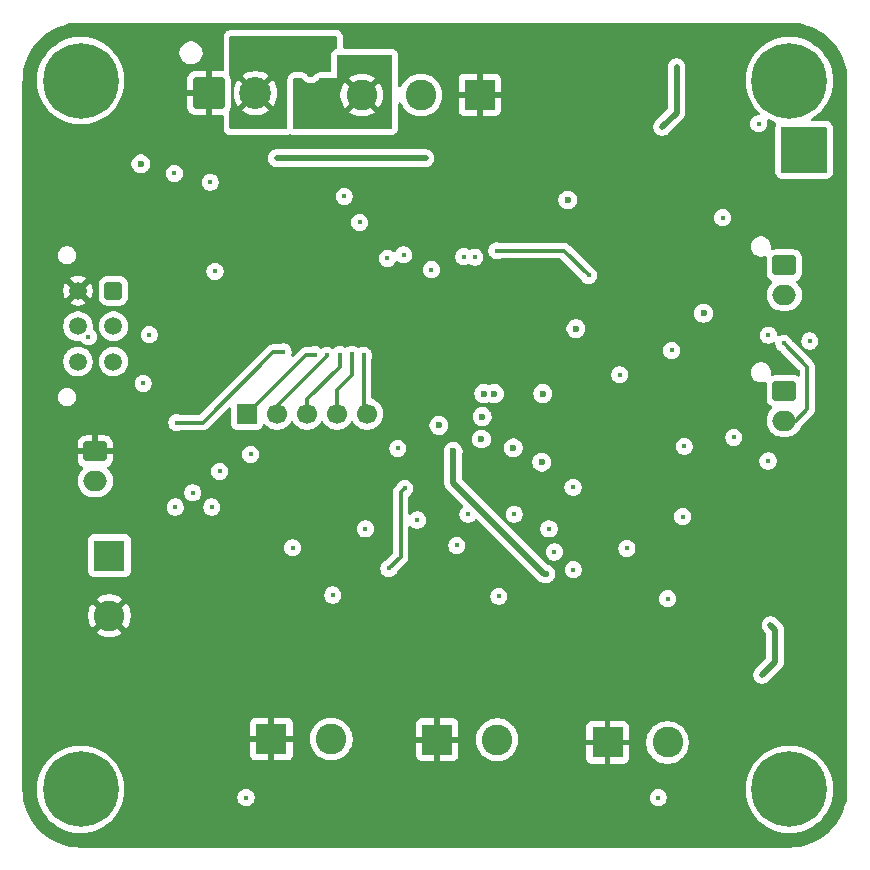
<source format=gbl>
G04 #@! TF.GenerationSoftware,KiCad,Pcbnew,9.0.1*
G04 #@! TF.CreationDate,2025-05-09T16:55:27+02:00*
G04 #@! TF.ProjectId,SIGURD,53494755-5244-42e6-9b69-6361645f7063,rev?*
G04 #@! TF.SameCoordinates,Original*
G04 #@! TF.FileFunction,Copper,L4,Bot*
G04 #@! TF.FilePolarity,Positive*
%FSLAX46Y46*%
G04 Gerber Fmt 4.6, Leading zero omitted, Abs format (unit mm)*
G04 Created by KiCad (PCBNEW 9.0.1) date 2025-05-09 16:55:27*
%MOMM*%
%LPD*%
G01*
G04 APERTURE LIST*
G04 Aperture macros list*
%AMRoundRect*
0 Rectangle with rounded corners*
0 $1 Rounding radius*
0 $2 $3 $4 $5 $6 $7 $8 $9 X,Y pos of 4 corners*
0 Add a 4 corners polygon primitive as box body*
4,1,4,$2,$3,$4,$5,$6,$7,$8,$9,$2,$3,0*
0 Add four circle primitives for the rounded corners*
1,1,$1+$1,$2,$3*
1,1,$1+$1,$4,$5*
1,1,$1+$1,$6,$7*
1,1,$1+$1,$8,$9*
0 Add four rect primitives between the rounded corners*
20,1,$1+$1,$2,$3,$4,$5,0*
20,1,$1+$1,$4,$5,$6,$7,0*
20,1,$1+$1,$6,$7,$8,$9,0*
20,1,$1+$1,$8,$9,$2,$3,0*%
G04 Aperture macros list end*
G04 #@! TA.AperFunction,ComponentPad*
%ADD10RoundRect,0.250000X-0.750000X0.600000X-0.750000X-0.600000X0.750000X-0.600000X0.750000X0.600000X0*%
G04 #@! TD*
G04 #@! TA.AperFunction,ComponentPad*
%ADD11O,2.000000X1.700000*%
G04 #@! TD*
G04 #@! TA.AperFunction,ComponentPad*
%ADD12R,2.600000X2.600000*%
G04 #@! TD*
G04 #@! TA.AperFunction,ComponentPad*
%ADD13C,2.600000*%
G04 #@! TD*
G04 #@! TA.AperFunction,ComponentPad*
%ADD14C,0.800000*%
G04 #@! TD*
G04 #@! TA.AperFunction,ComponentPad*
%ADD15C,6.400000*%
G04 #@! TD*
G04 #@! TA.AperFunction,ComponentPad*
%ADD16RoundRect,0.250001X-0.499999X0.499999X-0.499999X-0.499999X0.499999X-0.499999X0.499999X0.499999X0*%
G04 #@! TD*
G04 #@! TA.AperFunction,ComponentPad*
%ADD17C,1.500000*%
G04 #@! TD*
G04 #@! TA.AperFunction,ComponentPad*
%ADD18RoundRect,0.250001X-1.099999X-1.099999X1.099999X-1.099999X1.099999X1.099999X-1.099999X1.099999X0*%
G04 #@! TD*
G04 #@! TA.AperFunction,ComponentPad*
%ADD19C,2.700000*%
G04 #@! TD*
G04 #@! TA.AperFunction,ComponentPad*
%ADD20R,1.700000X1.700000*%
G04 #@! TD*
G04 #@! TA.AperFunction,ComponentPad*
%ADD21C,1.700000*%
G04 #@! TD*
G04 #@! TA.AperFunction,ViaPad*
%ADD22C,0.450000*%
G04 #@! TD*
G04 #@! TA.AperFunction,ViaPad*
%ADD23C,0.600000*%
G04 #@! TD*
G04 #@! TA.AperFunction,Conductor*
%ADD24C,0.500000*%
G04 #@! TD*
G04 #@! TA.AperFunction,Conductor*
%ADD25C,0.300000*%
G04 #@! TD*
G04 APERTURE END LIST*
D10*
X134580767Y-90638751D03*
D11*
X134580767Y-93138751D03*
D12*
X91144517Y-130740001D03*
D13*
X96224517Y-130740001D03*
D12*
X105189517Y-130790001D03*
D13*
X110269517Y-130790001D03*
D14*
X72600000Y-135000000D03*
X73302944Y-133302944D03*
X73302944Y-136697056D03*
X75000000Y-132600000D03*
D15*
X75000000Y-135000000D03*
D14*
X75000000Y-137400000D03*
X76697056Y-133302944D03*
X76697056Y-136697056D03*
X77400000Y-135000000D03*
X132600000Y-75000000D03*
X133302944Y-73302944D03*
X133302944Y-76697056D03*
X135000000Y-72600000D03*
D15*
X135000000Y-75000000D03*
D14*
X135000000Y-77400000D03*
X136697056Y-73302944D03*
X136697056Y-76697056D03*
X137400000Y-75000000D03*
D12*
X77434517Y-115210001D03*
D13*
X77434517Y-120290001D03*
D10*
X76234517Y-106390001D03*
D11*
X76234517Y-108890001D03*
D16*
X77774517Y-92790001D03*
D17*
X77774517Y-95790001D03*
X77774517Y-98790001D03*
X74774517Y-92790001D03*
X74774517Y-95790001D03*
X74774517Y-98790001D03*
D12*
X119609517Y-131030001D03*
D13*
X124689517Y-131030001D03*
D10*
X134580767Y-101291251D03*
D11*
X134580767Y-103791251D03*
D14*
X72600000Y-75000000D03*
X73302944Y-73302944D03*
X73302944Y-76697056D03*
X75000000Y-72600000D03*
D15*
X75000000Y-75000000D03*
D14*
X75000000Y-77400000D03*
X76697056Y-73302944D03*
X76697056Y-76697056D03*
X77400000Y-75000000D03*
D18*
X85842500Y-76050000D03*
D19*
X89802500Y-76050000D03*
D20*
X89085000Y-103200000D03*
D21*
X91625000Y-103200000D03*
X94165000Y-103200000D03*
X96705000Y-103200000D03*
X99245000Y-103200000D03*
D12*
X108800000Y-76200000D03*
D13*
X103800000Y-76200000D03*
X98800000Y-76200000D03*
D14*
X132600000Y-135000000D03*
X133302944Y-133302944D03*
X133302944Y-136697056D03*
X135000000Y-132600000D03*
D15*
X135000000Y-135000000D03*
D14*
X135000000Y-137400000D03*
X136697056Y-133302944D03*
X136697056Y-136697056D03*
X137400000Y-135000000D03*
D22*
X110250000Y-89400000D03*
X133200000Y-107200000D03*
D23*
X127734517Y-94690001D03*
D22*
X133400000Y-121100000D03*
X126100000Y-105950000D03*
X107434518Y-89900000D03*
X132700000Y-125300000D03*
X125035767Y-97841251D03*
X118000000Y-91480363D03*
X123900000Y-135700000D03*
D23*
X80100000Y-82050000D03*
D22*
X80800000Y-96500000D03*
X89000000Y-135700000D03*
X86775000Y-108075000D03*
X105200000Y-128500000D03*
X127102501Y-110502501D03*
X115900000Y-122300000D03*
X125035767Y-96241251D03*
X102337499Y-98687499D03*
X81300000Y-87100000D03*
X86900000Y-122000000D03*
D23*
X114900000Y-110900000D03*
D22*
X120200000Y-93700000D03*
X126380000Y-101790000D03*
X101000000Y-110502501D03*
X91400000Y-124700000D03*
X101200000Y-122100000D03*
X119550000Y-95800000D03*
X122100000Y-80000000D03*
X76250000Y-128300000D03*
X76700000Y-83900000D03*
X132850000Y-82582598D03*
X117400000Y-131100000D03*
X95900000Y-79800000D03*
X75000000Y-127100000D03*
X117800000Y-89370000D03*
X123100000Y-79000000D03*
X130000000Y-76500000D03*
X88550000Y-130700000D03*
X122475000Y-117825000D03*
D23*
X119800000Y-79750000D03*
D22*
X132600000Y-84250000D03*
X136000000Y-114600000D03*
X108177298Y-109122702D03*
D23*
X107950000Y-93300000D03*
D22*
X119600000Y-133250000D03*
X120030000Y-124530000D03*
X91150000Y-133200000D03*
X94100000Y-117100000D03*
X128362500Y-133237500D03*
X91150000Y-128100000D03*
X122800000Y-109800000D03*
X103200000Y-116500000D03*
X130235767Y-98841251D03*
D23*
X111400000Y-93700000D03*
D22*
X91724517Y-106775483D03*
X119600000Y-128550000D03*
X85945462Y-85408417D03*
X76800000Y-80000000D03*
X103050000Y-130800000D03*
X73700000Y-88400000D03*
X130235767Y-95241251D03*
X106050000Y-98200000D03*
X125435767Y-91941251D03*
X122400000Y-76100000D03*
X114240000Y-86510000D03*
X124200000Y-77150000D03*
X105200000Y-133250000D03*
X89480996Y-85549838D03*
X123400000Y-76100000D03*
X124225000Y-103200000D03*
X86372518Y-101046551D03*
X93100000Y-79900000D03*
X118800000Y-82410000D03*
X102750000Y-83450000D03*
X105700000Y-124750000D03*
X136000000Y-110300000D03*
X129950000Y-130400000D03*
X75662258Y-96677742D03*
X82940000Y-82850000D03*
X86372518Y-91147056D03*
X125450000Y-73850000D03*
X80291400Y-100622287D03*
X124250000Y-78900000D03*
X134535767Y-97241251D03*
X133235767Y-96541251D03*
X136735767Y-97041251D03*
X124700000Y-118850000D03*
X121250000Y-114600000D03*
X125975000Y-111900000D03*
X116690000Y-109420000D03*
X135700000Y-79300000D03*
X137000000Y-80800000D03*
X135600000Y-82400000D03*
X92950000Y-114550000D03*
X96350000Y-118550000D03*
X99100000Y-112950000D03*
X114650000Y-112950000D03*
X110400000Y-118650000D03*
X106850000Y-114350000D03*
D23*
X106534517Y-106390001D03*
X114400000Y-116755484D03*
D22*
X98625000Y-87000000D03*
X100975000Y-90040000D03*
X97310000Y-84800000D03*
X102340000Y-89750000D03*
X102434517Y-109500000D03*
X101100000Y-116300000D03*
X89387500Y-106637500D03*
X101850000Y-106125000D03*
X111700000Y-111700000D03*
X115100000Y-114900000D03*
X107800000Y-111700000D03*
X83000000Y-111100000D03*
X116700000Y-116400000D03*
X86100000Y-111100000D03*
X84500000Y-109900000D03*
X103500000Y-112200000D03*
D23*
X94500000Y-71800000D03*
X94500000Y-74400000D03*
X95800000Y-73100000D03*
X92500000Y-73100000D03*
D22*
X108359517Y-89934517D03*
X104700000Y-91000000D03*
X120650000Y-99900000D03*
X130300000Y-105200000D03*
D23*
X114134517Y-101490001D03*
X110034517Y-101490001D03*
D22*
X85972385Y-83589347D03*
X83150000Y-103950000D03*
X92150000Y-97975000D03*
X104200000Y-81550000D03*
X91600000Y-81550000D03*
D23*
X116934517Y-95990001D03*
X116250000Y-85100000D03*
X108934517Y-105340001D03*
X114034517Y-107290001D03*
X111634517Y-106090001D03*
X108984517Y-103440001D03*
X105334517Y-104190001D03*
X109134517Y-101490001D03*
D22*
X95850000Y-98250000D03*
X98950000Y-98250000D03*
X97950000Y-98150000D03*
X94800000Y-98200000D03*
X96950000Y-98200000D03*
X132400000Y-78650000D03*
X129350000Y-86600000D03*
D24*
X133800000Y-121500000D02*
X133400000Y-121100000D01*
X133800000Y-124200000D02*
X133800000Y-121500000D01*
D25*
X115919637Y-89400000D02*
X118000000Y-91480363D01*
D24*
X132700000Y-125300000D02*
X133800000Y-124200000D01*
D25*
X110250000Y-89400000D02*
X115919637Y-89400000D01*
D24*
X125450000Y-73850000D02*
X125450000Y-77700000D01*
X125450000Y-77700000D02*
X124250000Y-78900000D01*
D25*
X136535767Y-102788751D02*
X135533267Y-103791251D01*
X134535767Y-97241251D02*
X136535767Y-99241251D01*
X135533267Y-103791251D02*
X134580767Y-103791251D01*
X136535767Y-99241251D02*
X136535767Y-102788751D01*
D24*
X114255484Y-116755484D02*
X114400000Y-116755484D01*
X106534517Y-109034517D02*
X114255484Y-116755484D01*
X106534517Y-106390001D02*
X106534517Y-109034517D01*
D25*
X101100000Y-116300000D02*
X102100000Y-115300000D01*
X102100000Y-109834517D02*
X102434517Y-109500000D01*
X102100000Y-115300000D02*
X102100000Y-109834517D01*
X91295000Y-97975000D02*
X85320000Y-103950000D01*
X85320000Y-103950000D02*
X83150000Y-103950000D01*
X92150000Y-97975000D02*
X91295000Y-97975000D01*
D24*
X91600000Y-81550000D02*
X104200000Y-81550000D01*
D25*
X95850000Y-98300000D02*
X91625000Y-102525000D01*
X91625000Y-102525000D02*
X91625000Y-103200000D01*
X95850000Y-98250000D02*
X95850000Y-98300000D01*
X98950000Y-102905000D02*
X99245000Y-103200000D01*
X98950000Y-98250000D02*
X98950000Y-102905000D01*
X99625000Y-103145000D02*
X99680000Y-103200000D01*
X96700000Y-101200000D02*
X96700000Y-103195000D01*
X97950000Y-99950000D02*
X96700000Y-101200000D01*
X96700000Y-103195000D02*
X96705000Y-103200000D01*
X97950000Y-98150000D02*
X97950000Y-99950000D01*
X89100000Y-103200000D02*
X89085000Y-103200000D01*
X94100000Y-98200000D02*
X89100000Y-103200000D01*
X94800000Y-98200000D02*
X94100000Y-98200000D01*
X96950000Y-98200000D02*
X96950000Y-99200000D01*
X94165000Y-101985000D02*
X94165000Y-103200000D01*
X96950000Y-99200000D02*
X94165000Y-101985000D01*
G04 #@! TA.AperFunction,Conductor*
G36*
X138143039Y-78919685D02*
G01*
X138188794Y-78972489D01*
X138200000Y-79024000D01*
X138200000Y-82676000D01*
X138180315Y-82743039D01*
X138127511Y-82788794D01*
X138076000Y-82800000D01*
X134424000Y-82800000D01*
X134356961Y-82780315D01*
X134311206Y-82727511D01*
X134300000Y-82676000D01*
X134300000Y-79024000D01*
X134319685Y-78956961D01*
X134372489Y-78911206D01*
X134424000Y-78900000D01*
X138076000Y-78900000D01*
X138143039Y-78919685D01*
G37*
G04 #@! TD.AperFunction*
G04 #@! TA.AperFunction,Conductor*
G36*
X96643039Y-71219685D02*
G01*
X96688794Y-71272489D01*
X96700000Y-71324000D01*
X96700000Y-72216204D01*
X96680315Y-72283243D01*
X96627511Y-72328998D01*
X96615159Y-72333858D01*
X96562502Y-72351383D01*
X96562496Y-72351386D01*
X96441462Y-72429171D01*
X96441451Y-72429179D01*
X96388659Y-72474923D01*
X96294433Y-72583664D01*
X96294430Y-72583668D01*
X96234664Y-72714534D01*
X96214976Y-72781582D01*
X96194500Y-72924001D01*
X96194500Y-74170500D01*
X96174815Y-74237539D01*
X96122011Y-74283294D01*
X96070500Y-74294500D01*
X95261752Y-74294500D01*
X95158730Y-74305111D01*
X95109230Y-74315416D01*
X95010511Y-74346812D01*
X95010507Y-74346814D01*
X94888106Y-74422427D01*
X94888101Y-74422430D01*
X94834498Y-74467228D01*
X94738348Y-74574271D01*
X94735919Y-74577907D01*
X94720504Y-74596688D01*
X94696693Y-74620499D01*
X94677903Y-74635920D01*
X94649885Y-74654641D01*
X94628446Y-74666100D01*
X94597328Y-74678989D01*
X94574071Y-74686045D01*
X94557340Y-74689373D01*
X94541031Y-74692617D01*
X94516841Y-74695000D01*
X94483159Y-74695000D01*
X94458970Y-74692617D01*
X94425924Y-74686044D01*
X94402667Y-74678988D01*
X94371547Y-74666098D01*
X94350107Y-74654638D01*
X94322099Y-74635923D01*
X94303312Y-74620505D01*
X94279495Y-74596689D01*
X94279494Y-74596688D01*
X94264071Y-74577895D01*
X94261648Y-74574268D01*
X94195573Y-74494485D01*
X94195568Y-74494481D01*
X94195562Y-74494473D01*
X94159517Y-74459067D01*
X94159511Y-74459062D01*
X94078575Y-74394433D01*
X93974307Y-74346814D01*
X93947701Y-74334663D01*
X93880656Y-74314976D01*
X93812041Y-74305111D01*
X93738239Y-74294500D01*
X93124000Y-74294500D01*
X93123991Y-74294500D01*
X93123990Y-74294501D01*
X93016549Y-74306052D01*
X93016537Y-74306054D01*
X92965027Y-74317260D01*
X92862502Y-74351383D01*
X92862496Y-74351386D01*
X92741462Y-74429171D01*
X92741451Y-74429179D01*
X92688659Y-74474923D01*
X92594433Y-74583664D01*
X92594430Y-74583668D01*
X92534664Y-74714534D01*
X92514976Y-74781582D01*
X92494799Y-74921923D01*
X92494797Y-74921935D01*
X92494500Y-74923999D01*
X92494500Y-78976000D01*
X92474815Y-79043039D01*
X92422011Y-79088794D01*
X92370500Y-79100000D01*
X87724000Y-79100000D01*
X87656961Y-79080315D01*
X87611206Y-79027511D01*
X87600000Y-78976000D01*
X87600000Y-77548783D01*
X87610275Y-77499360D01*
X87613807Y-77491231D01*
X87627314Y-77469334D01*
X87682499Y-77302797D01*
X87693000Y-77200008D01*
X87693000Y-75928751D01*
X87952500Y-75928751D01*
X87952500Y-76171248D01*
X87952501Y-76171264D01*
X87984153Y-76411687D01*
X88046921Y-76645939D01*
X88139720Y-76869978D01*
X88139727Y-76869992D01*
X88260981Y-77080010D01*
X88329561Y-77169384D01*
X89048384Y-76450560D01*
X89049240Y-76452626D01*
X89142262Y-76591844D01*
X89260656Y-76710238D01*
X89399874Y-76803260D01*
X89401937Y-76804114D01*
X88683114Y-77522936D01*
X88683114Y-77522937D01*
X88772489Y-77591517D01*
X88772496Y-77591522D01*
X88982507Y-77712772D01*
X88982521Y-77712779D01*
X89206560Y-77805578D01*
X89440812Y-77868346D01*
X89681235Y-77899998D01*
X89681252Y-77900000D01*
X89923748Y-77900000D01*
X89923764Y-77899998D01*
X90164187Y-77868346D01*
X90398439Y-77805578D01*
X90622478Y-77712779D01*
X90622492Y-77712772D01*
X90832516Y-77591515D01*
X90921884Y-77522939D01*
X90921884Y-77522936D01*
X90203062Y-76804114D01*
X90205126Y-76803260D01*
X90344344Y-76710238D01*
X90462738Y-76591844D01*
X90555760Y-76452626D01*
X90556614Y-76450562D01*
X91275436Y-77169384D01*
X91275439Y-77169384D01*
X91344015Y-77080016D01*
X91465272Y-76869992D01*
X91465279Y-76869978D01*
X91558078Y-76645939D01*
X91620846Y-76411687D01*
X91652498Y-76171264D01*
X91652500Y-76171248D01*
X91652500Y-75928751D01*
X91652498Y-75928735D01*
X91620846Y-75688312D01*
X91558078Y-75454060D01*
X91465279Y-75230021D01*
X91465272Y-75230007D01*
X91344022Y-75019996D01*
X91344017Y-75019989D01*
X91275437Y-74930614D01*
X91275436Y-74930614D01*
X90556614Y-75649436D01*
X90555760Y-75647374D01*
X90462738Y-75508156D01*
X90344344Y-75389762D01*
X90205126Y-75296740D01*
X90203060Y-75295884D01*
X90921884Y-74577061D01*
X90832510Y-74508481D01*
X90622492Y-74387227D01*
X90622478Y-74387220D01*
X90398439Y-74294421D01*
X90164187Y-74231653D01*
X89923764Y-74200001D01*
X89923748Y-74200000D01*
X89681252Y-74200000D01*
X89681235Y-74200001D01*
X89440812Y-74231653D01*
X89206560Y-74294421D01*
X88982521Y-74387220D01*
X88982506Y-74387227D01*
X88772490Y-74508480D01*
X88683114Y-74577060D01*
X88683114Y-74577061D01*
X89401938Y-75295885D01*
X89399874Y-75296740D01*
X89260656Y-75389762D01*
X89142262Y-75508156D01*
X89049240Y-75647374D01*
X89048385Y-75649438D01*
X88329561Y-74930614D01*
X88329560Y-74930614D01*
X88260980Y-75019990D01*
X88139727Y-75230006D01*
X88139720Y-75230021D01*
X88046921Y-75454060D01*
X87984153Y-75688312D01*
X87952501Y-75928735D01*
X87952500Y-75928751D01*
X87693000Y-75928751D01*
X87693000Y-74899992D01*
X87682499Y-74797203D01*
X87627314Y-74630666D01*
X87613810Y-74608773D01*
X87610275Y-74600638D01*
X87607326Y-74577050D01*
X87600000Y-74551216D01*
X87600000Y-71324000D01*
X87619685Y-71256961D01*
X87672489Y-71211206D01*
X87724000Y-71200000D01*
X96576000Y-71200000D01*
X96643039Y-71219685D01*
G37*
G04 #@! TD.AperFunction*
G04 #@! TA.AperFunction,Conductor*
G36*
X101343039Y-72819685D02*
G01*
X101388794Y-72872489D01*
X101400000Y-72924000D01*
X101400000Y-78976000D01*
X101380315Y-79043039D01*
X101327511Y-79088794D01*
X101276000Y-79100000D01*
X96111862Y-79100000D01*
X96087670Y-79097617D01*
X95971457Y-79074500D01*
X95971455Y-79074500D01*
X95828545Y-79074500D01*
X95828543Y-79074500D01*
X95712330Y-79097617D01*
X95688138Y-79100000D01*
X93124000Y-79100000D01*
X93056961Y-79080315D01*
X93011206Y-79027511D01*
X93000000Y-78976000D01*
X93000000Y-76082014D01*
X97000000Y-76082014D01*
X97000000Y-76317985D01*
X97030799Y-76551914D01*
X97091870Y-76779837D01*
X97182160Y-76997819D01*
X97182165Y-76997828D01*
X97300144Y-77202171D01*
X97300145Y-77202172D01*
X97362721Y-77283723D01*
X98198958Y-76447487D01*
X98223978Y-76507890D01*
X98295112Y-76614351D01*
X98385649Y-76704888D01*
X98492110Y-76776022D01*
X98552511Y-76801041D01*
X97716275Y-77637277D01*
X97797827Y-77699854D01*
X97797828Y-77699855D01*
X98002171Y-77817834D01*
X98002180Y-77817839D01*
X98220163Y-77908129D01*
X98220161Y-77908129D01*
X98448085Y-77969200D01*
X98682014Y-77999999D01*
X98682029Y-78000000D01*
X98917971Y-78000000D01*
X98917985Y-77999999D01*
X99151914Y-77969200D01*
X99379837Y-77908129D01*
X99597819Y-77817839D01*
X99597828Y-77817834D01*
X99802181Y-77699850D01*
X99883723Y-77637279D01*
X99883723Y-77637276D01*
X99047487Y-76801041D01*
X99107890Y-76776022D01*
X99214351Y-76704888D01*
X99304888Y-76614351D01*
X99376022Y-76507890D01*
X99401041Y-76447487D01*
X100237276Y-77283723D01*
X100237279Y-77283723D01*
X100299850Y-77202181D01*
X100417834Y-76997828D01*
X100417839Y-76997819D01*
X100508129Y-76779837D01*
X100569200Y-76551914D01*
X100599999Y-76317985D01*
X100600000Y-76317971D01*
X100600000Y-76082028D01*
X100599999Y-76082014D01*
X100569200Y-75848085D01*
X100508129Y-75620162D01*
X100417839Y-75402180D01*
X100417834Y-75402171D01*
X100299855Y-75197828D01*
X100299854Y-75197827D01*
X100237277Y-75116275D01*
X99401041Y-75952511D01*
X99376022Y-75892110D01*
X99304888Y-75785649D01*
X99214351Y-75695112D01*
X99107890Y-75623978D01*
X99047488Y-75598958D01*
X99883723Y-74762721D01*
X99802172Y-74700145D01*
X99802171Y-74700144D01*
X99597828Y-74582165D01*
X99597819Y-74582160D01*
X99379836Y-74491870D01*
X99379838Y-74491870D01*
X99151914Y-74430799D01*
X98917985Y-74400000D01*
X98682014Y-74400000D01*
X98448085Y-74430799D01*
X98220162Y-74491870D01*
X98002180Y-74582160D01*
X98002171Y-74582165D01*
X97797828Y-74700144D01*
X97797818Y-74700150D01*
X97716275Y-74762720D01*
X97716275Y-74762721D01*
X98552512Y-75598958D01*
X98492110Y-75623978D01*
X98385649Y-75695112D01*
X98295112Y-75785649D01*
X98223978Y-75892110D01*
X98198958Y-75952511D01*
X97362721Y-75116275D01*
X97362720Y-75116275D01*
X97300150Y-75197818D01*
X97300144Y-75197828D01*
X97182165Y-75402171D01*
X97182160Y-75402180D01*
X97091870Y-75620162D01*
X97030799Y-75848085D01*
X97000000Y-76082014D01*
X93000000Y-76082014D01*
X93000000Y-74924000D01*
X93019685Y-74856961D01*
X93072489Y-74811206D01*
X93124000Y-74800000D01*
X93738239Y-74800000D01*
X93805278Y-74819685D01*
X93841340Y-74855108D01*
X93862844Y-74887291D01*
X93878212Y-74910291D01*
X93989707Y-75021786D01*
X93989711Y-75021789D01*
X94120814Y-75109390D01*
X94120827Y-75109397D01*
X94266498Y-75169735D01*
X94266503Y-75169737D01*
X94407675Y-75197818D01*
X94421153Y-75200499D01*
X94421156Y-75200500D01*
X94421158Y-75200500D01*
X94578844Y-75200500D01*
X94578845Y-75200499D01*
X94733497Y-75169737D01*
X94879179Y-75109394D01*
X95010289Y-75021789D01*
X95121789Y-74910289D01*
X95158659Y-74855109D01*
X95212270Y-74810304D01*
X95261761Y-74800000D01*
X96700000Y-74800000D01*
X96700000Y-72924000D01*
X96719685Y-72856961D01*
X96772489Y-72811206D01*
X96824000Y-72800000D01*
X101276000Y-72800000D01*
X101343039Y-72819685D01*
G37*
G04 #@! TD.AperFunction*
G04 #@! TA.AperFunction,Conductor*
G36*
X135002702Y-70075618D02*
G01*
X135016221Y-70076208D01*
X135423810Y-70094003D01*
X135434547Y-70094943D01*
X135849771Y-70149608D01*
X135860397Y-70151481D01*
X136269286Y-70242130D01*
X136279698Y-70244919D01*
X136679132Y-70370861D01*
X136689267Y-70374550D01*
X137076191Y-70534819D01*
X137085982Y-70539385D01*
X137457442Y-70732755D01*
X137466809Y-70738162D01*
X137487567Y-70751387D01*
X137820014Y-70963179D01*
X137828875Y-70969384D01*
X138161115Y-71224320D01*
X138169402Y-71231274D01*
X138478155Y-71514195D01*
X138485804Y-71521844D01*
X138768725Y-71830597D01*
X138775679Y-71838884D01*
X139030615Y-72171124D01*
X139036820Y-72179985D01*
X139261836Y-72533189D01*
X139267244Y-72542557D01*
X139460611Y-72914010D01*
X139465183Y-72923814D01*
X139625443Y-73310717D01*
X139629142Y-73320880D01*
X139713369Y-73588013D01*
X139755074Y-73720282D01*
X139757874Y-73730732D01*
X139848515Y-74139589D01*
X139850393Y-74150242D01*
X139905054Y-74565432D01*
X139905997Y-74576208D01*
X139924382Y-74997297D01*
X139924500Y-75002706D01*
X139924500Y-134997293D01*
X139924382Y-135002702D01*
X139905997Y-135423791D01*
X139905054Y-135434567D01*
X139850393Y-135849757D01*
X139848515Y-135860410D01*
X139757874Y-136269267D01*
X139755074Y-136279717D01*
X139629143Y-136679117D01*
X139625443Y-136689282D01*
X139465183Y-137076185D01*
X139460611Y-137085989D01*
X139267244Y-137457442D01*
X139261836Y-137466810D01*
X139036820Y-137820014D01*
X139030615Y-137828875D01*
X138775679Y-138161115D01*
X138768725Y-138169402D01*
X138485804Y-138478155D01*
X138478155Y-138485804D01*
X138169402Y-138768725D01*
X138161115Y-138775679D01*
X137828875Y-139030615D01*
X137820014Y-139036820D01*
X137466810Y-139261836D01*
X137457442Y-139267244D01*
X137085989Y-139460611D01*
X137076185Y-139465183D01*
X136689282Y-139625443D01*
X136679117Y-139629143D01*
X136279717Y-139755074D01*
X136269267Y-139757874D01*
X135860410Y-139848515D01*
X135849757Y-139850393D01*
X135434567Y-139905054D01*
X135423791Y-139905997D01*
X135002703Y-139924382D01*
X134997294Y-139924500D01*
X75002706Y-139924500D01*
X74997297Y-139924382D01*
X74576208Y-139905997D01*
X74565432Y-139905054D01*
X74150242Y-139850393D01*
X74139589Y-139848515D01*
X73872531Y-139789310D01*
X73730729Y-139757873D01*
X73720286Y-139755075D01*
X73320880Y-139629142D01*
X73310717Y-139625443D01*
X72923814Y-139465183D01*
X72914010Y-139460611D01*
X72542557Y-139267244D01*
X72533189Y-139261836D01*
X72179985Y-139036820D01*
X72171124Y-139030615D01*
X71838884Y-138775679D01*
X71830597Y-138768725D01*
X71521844Y-138485804D01*
X71514195Y-138478155D01*
X71231274Y-138169402D01*
X71224320Y-138161115D01*
X70969384Y-137828875D01*
X70963179Y-137820014D01*
X70738163Y-137466810D01*
X70732755Y-137457442D01*
X70539388Y-137085989D01*
X70534816Y-137076185D01*
X70463801Y-136904738D01*
X70374550Y-136689267D01*
X70370861Y-136679132D01*
X70244919Y-136279698D01*
X70242130Y-136269286D01*
X70151481Y-135860397D01*
X70149608Y-135849771D01*
X70094943Y-135434547D01*
X70094003Y-135423810D01*
X70075618Y-135002701D01*
X70075500Y-134997293D01*
X70075500Y-134818209D01*
X71299500Y-134818209D01*
X71299500Y-135181790D01*
X71335137Y-135543630D01*
X71406064Y-135900212D01*
X71406067Y-135900223D01*
X71511614Y-136248165D01*
X71650754Y-136584078D01*
X71650756Y-136584083D01*
X71822140Y-136904720D01*
X71822151Y-136904738D01*
X72024140Y-137207035D01*
X72024150Y-137207049D01*
X72254807Y-137488106D01*
X72511893Y-137745192D01*
X72511898Y-137745196D01*
X72511899Y-137745197D01*
X72792956Y-137975854D01*
X73095268Y-138177853D01*
X73095277Y-138177858D01*
X73095279Y-138177859D01*
X73415916Y-138349243D01*
X73415918Y-138349243D01*
X73415924Y-138349247D01*
X73751836Y-138488386D01*
X74099767Y-138593930D01*
X74099773Y-138593931D01*
X74099776Y-138593932D01*
X74099787Y-138593935D01*
X74456369Y-138664862D01*
X74818206Y-138700500D01*
X74818209Y-138700500D01*
X75181791Y-138700500D01*
X75181794Y-138700500D01*
X75543631Y-138664862D01*
X75613045Y-138651054D01*
X75900212Y-138593935D01*
X75900223Y-138593932D01*
X75900223Y-138593931D01*
X75900233Y-138593930D01*
X76248164Y-138488386D01*
X76584076Y-138349247D01*
X76904732Y-138177853D01*
X77207044Y-137975854D01*
X77488101Y-137745197D01*
X77745197Y-137488101D01*
X77975854Y-137207044D01*
X78177853Y-136904732D01*
X78349247Y-136584076D01*
X78488386Y-136248164D01*
X78593930Y-135900233D01*
X78593932Y-135900223D01*
X78593935Y-135900212D01*
X78619546Y-135771457D01*
X88274499Y-135771457D01*
X88302379Y-135911614D01*
X88302381Y-135911620D01*
X88357069Y-136043650D01*
X88357074Y-136043659D01*
X88436467Y-136162478D01*
X88436470Y-136162482D01*
X88537517Y-136263529D01*
X88537521Y-136263532D01*
X88656340Y-136342925D01*
X88656346Y-136342928D01*
X88656347Y-136342929D01*
X88788380Y-136397619D01*
X88788384Y-136397619D01*
X88788385Y-136397620D01*
X88928542Y-136425500D01*
X88928545Y-136425500D01*
X89071457Y-136425500D01*
X89165751Y-136406742D01*
X89211620Y-136397619D01*
X89343653Y-136342929D01*
X89462479Y-136263532D01*
X89563532Y-136162479D01*
X89642929Y-136043653D01*
X89697619Y-135911620D01*
X89725500Y-135771457D01*
X123174499Y-135771457D01*
X123202379Y-135911614D01*
X123202381Y-135911620D01*
X123257069Y-136043650D01*
X123257074Y-136043659D01*
X123336467Y-136162478D01*
X123336470Y-136162482D01*
X123437517Y-136263529D01*
X123437521Y-136263532D01*
X123556340Y-136342925D01*
X123556346Y-136342928D01*
X123556347Y-136342929D01*
X123688380Y-136397619D01*
X123688384Y-136397619D01*
X123688385Y-136397620D01*
X123828542Y-136425500D01*
X123828545Y-136425500D01*
X123971457Y-136425500D01*
X124065751Y-136406742D01*
X124111620Y-136397619D01*
X124243653Y-136342929D01*
X124362479Y-136263532D01*
X124463532Y-136162479D01*
X124542929Y-136043653D01*
X124597619Y-135911620D01*
X124625500Y-135771455D01*
X124625500Y-135628545D01*
X124625500Y-135628542D01*
X124597620Y-135488385D01*
X124597619Y-135488384D01*
X124597619Y-135488380D01*
X124542929Y-135356347D01*
X124542928Y-135356346D01*
X124542925Y-135356340D01*
X124463532Y-135237521D01*
X124463529Y-135237517D01*
X124362482Y-135136470D01*
X124362478Y-135136467D01*
X124243659Y-135057074D01*
X124243650Y-135057069D01*
X124111620Y-135002381D01*
X124111614Y-135002379D01*
X123971457Y-134974500D01*
X123971455Y-134974500D01*
X123828545Y-134974500D01*
X123828543Y-134974500D01*
X123688385Y-135002379D01*
X123688379Y-135002381D01*
X123556349Y-135057069D01*
X123556340Y-135057074D01*
X123437521Y-135136467D01*
X123437517Y-135136470D01*
X123336470Y-135237517D01*
X123336467Y-135237521D01*
X123257074Y-135356340D01*
X123257069Y-135356349D01*
X123202381Y-135488379D01*
X123202379Y-135488385D01*
X123174500Y-135628542D01*
X123174500Y-135628545D01*
X123174500Y-135771455D01*
X123174500Y-135771457D01*
X123174499Y-135771457D01*
X89725500Y-135771457D01*
X89725500Y-135771455D01*
X89725500Y-135628545D01*
X89725500Y-135628542D01*
X89697620Y-135488385D01*
X89697619Y-135488384D01*
X89697619Y-135488380D01*
X89642929Y-135356347D01*
X89642928Y-135356346D01*
X89642925Y-135356340D01*
X89563532Y-135237521D01*
X89563529Y-135237517D01*
X89462482Y-135136470D01*
X89462478Y-135136467D01*
X89343659Y-135057074D01*
X89343650Y-135057069D01*
X89211620Y-135002381D01*
X89211614Y-135002379D01*
X89071457Y-134974500D01*
X89071455Y-134974500D01*
X88928545Y-134974500D01*
X88928543Y-134974500D01*
X88788385Y-135002379D01*
X88788379Y-135002381D01*
X88656349Y-135057069D01*
X88656340Y-135057074D01*
X88537521Y-135136467D01*
X88537517Y-135136470D01*
X88436470Y-135237517D01*
X88436467Y-135237521D01*
X88357074Y-135356340D01*
X88357069Y-135356349D01*
X88302381Y-135488379D01*
X88302379Y-135488385D01*
X88274500Y-135628542D01*
X88274500Y-135628545D01*
X88274500Y-135771455D01*
X88274500Y-135771457D01*
X88274499Y-135771457D01*
X78619546Y-135771457D01*
X78653990Y-135598291D01*
X78653995Y-135598263D01*
X78664862Y-135543631D01*
X78700500Y-135181794D01*
X78700500Y-134818209D01*
X131299500Y-134818209D01*
X131299500Y-135181790D01*
X131335137Y-135543630D01*
X131406064Y-135900212D01*
X131406067Y-135900223D01*
X131511614Y-136248165D01*
X131650754Y-136584078D01*
X131650756Y-136584083D01*
X131822140Y-136904720D01*
X131822151Y-136904738D01*
X132024140Y-137207035D01*
X132024150Y-137207049D01*
X132254807Y-137488106D01*
X132511893Y-137745192D01*
X132511898Y-137745196D01*
X132511899Y-137745197D01*
X132792956Y-137975854D01*
X133095268Y-138177853D01*
X133095277Y-138177858D01*
X133095279Y-138177859D01*
X133415916Y-138349243D01*
X133415918Y-138349243D01*
X133415924Y-138349247D01*
X133751836Y-138488386D01*
X134099767Y-138593930D01*
X134099773Y-138593931D01*
X134099776Y-138593932D01*
X134099787Y-138593935D01*
X134456369Y-138664862D01*
X134818206Y-138700500D01*
X134818209Y-138700500D01*
X135181791Y-138700500D01*
X135181794Y-138700500D01*
X135543631Y-138664862D01*
X135613045Y-138651054D01*
X135900212Y-138593935D01*
X135900223Y-138593932D01*
X135900223Y-138593931D01*
X135900233Y-138593930D01*
X136248164Y-138488386D01*
X136584076Y-138349247D01*
X136904732Y-138177853D01*
X137207044Y-137975854D01*
X137488101Y-137745197D01*
X137745197Y-137488101D01*
X137975854Y-137207044D01*
X138177853Y-136904732D01*
X138349247Y-136584076D01*
X138488386Y-136248164D01*
X138593930Y-135900233D01*
X138593932Y-135900223D01*
X138593935Y-135900212D01*
X138651054Y-135613045D01*
X138664862Y-135543631D01*
X138700500Y-135181794D01*
X138700500Y-134818206D01*
X138664862Y-134456369D01*
X138593935Y-134099787D01*
X138593932Y-134099776D01*
X138593931Y-134099773D01*
X138593930Y-134099767D01*
X138488386Y-133751836D01*
X138349247Y-133415924D01*
X138177853Y-133095268D01*
X137975854Y-132792956D01*
X137745197Y-132511899D01*
X137745196Y-132511898D01*
X137745192Y-132511893D01*
X137488106Y-132254807D01*
X137207049Y-132024150D01*
X137207048Y-132024149D01*
X137207044Y-132024146D01*
X136904732Y-131822147D01*
X136904727Y-131822144D01*
X136904720Y-131822140D01*
X136584083Y-131650756D01*
X136584078Y-131650754D01*
X136248165Y-131511614D01*
X135900223Y-131406067D01*
X135900212Y-131406064D01*
X135543630Y-131335137D01*
X135271111Y-131308296D01*
X135181794Y-131299500D01*
X134818206Y-131299500D01*
X134735679Y-131307628D01*
X134456369Y-131335137D01*
X134099787Y-131406064D01*
X134099776Y-131406067D01*
X133751834Y-131511614D01*
X133415921Y-131650754D01*
X133415916Y-131650756D01*
X133095279Y-131822140D01*
X133095261Y-131822151D01*
X132792964Y-132024140D01*
X132792950Y-132024150D01*
X132511893Y-132254807D01*
X132254807Y-132511893D01*
X132024150Y-132792950D01*
X132024140Y-132792964D01*
X131822151Y-133095261D01*
X131822140Y-133095279D01*
X131650756Y-133415916D01*
X131650754Y-133415921D01*
X131511614Y-133751834D01*
X131406067Y-134099776D01*
X131406064Y-134099787D01*
X131335137Y-134456369D01*
X131299500Y-134818209D01*
X78700500Y-134818209D01*
X78700500Y-134818206D01*
X78664862Y-134456369D01*
X78593935Y-134099787D01*
X78593932Y-134099776D01*
X78593931Y-134099773D01*
X78593930Y-134099767D01*
X78488386Y-133751836D01*
X78349247Y-133415924D01*
X78177853Y-133095268D01*
X77975854Y-132792956D01*
X77745197Y-132511899D01*
X77745196Y-132511898D01*
X77745192Y-132511893D01*
X77488106Y-132254807D01*
X77207049Y-132024150D01*
X77207048Y-132024149D01*
X77207044Y-132024146D01*
X76904732Y-131822147D01*
X76904727Y-131822144D01*
X76904720Y-131822140D01*
X76584083Y-131650756D01*
X76584078Y-131650754D01*
X76248165Y-131511614D01*
X75900223Y-131406067D01*
X75900212Y-131406064D01*
X75543630Y-131335137D01*
X75271111Y-131308296D01*
X75181794Y-131299500D01*
X74818206Y-131299500D01*
X74735679Y-131307628D01*
X74456369Y-131335137D01*
X74099787Y-131406064D01*
X74099776Y-131406067D01*
X73751834Y-131511614D01*
X73415921Y-131650754D01*
X73415916Y-131650756D01*
X73095279Y-131822140D01*
X73095261Y-131822151D01*
X72792964Y-132024140D01*
X72792950Y-132024150D01*
X72511893Y-132254807D01*
X72254807Y-132511893D01*
X72024150Y-132792950D01*
X72024140Y-132792964D01*
X71822151Y-133095261D01*
X71822140Y-133095279D01*
X71650756Y-133415916D01*
X71650754Y-133415921D01*
X71511614Y-133751834D01*
X71406067Y-134099776D01*
X71406064Y-134099787D01*
X71335137Y-134456369D01*
X71299500Y-134818209D01*
X70075500Y-134818209D01*
X70075500Y-129392156D01*
X89344517Y-129392156D01*
X89344517Y-130490001D01*
X90544516Y-130490001D01*
X90519496Y-130550403D01*
X90494517Y-130675982D01*
X90494517Y-130804020D01*
X90519496Y-130929599D01*
X90544516Y-130990001D01*
X89344517Y-130990001D01*
X89344517Y-132087845D01*
X89350918Y-132147373D01*
X89350920Y-132147380D01*
X89401162Y-132282087D01*
X89401166Y-132282094D01*
X89487326Y-132397188D01*
X89487329Y-132397191D01*
X89602423Y-132483351D01*
X89602430Y-132483355D01*
X89737137Y-132533597D01*
X89737144Y-132533599D01*
X89796672Y-132540000D01*
X89796689Y-132540001D01*
X90894517Y-132540001D01*
X90894517Y-131340002D01*
X90954919Y-131365022D01*
X91080498Y-131390001D01*
X91208536Y-131390001D01*
X91334115Y-131365022D01*
X91394517Y-131340002D01*
X91394517Y-132540001D01*
X92492345Y-132540001D01*
X92492361Y-132540000D01*
X92551889Y-132533599D01*
X92551896Y-132533597D01*
X92686603Y-132483355D01*
X92686610Y-132483351D01*
X92801704Y-132397191D01*
X92801707Y-132397188D01*
X92887867Y-132282094D01*
X92887871Y-132282087D01*
X92938113Y-132147380D01*
X92938115Y-132147373D01*
X92944516Y-132087845D01*
X92944517Y-132087828D01*
X92944517Y-130990001D01*
X91744518Y-130990001D01*
X91769538Y-130929599D01*
X91794517Y-130804020D01*
X91794517Y-130675982D01*
X91783779Y-130621996D01*
X94424017Y-130621996D01*
X94424017Y-130858005D01*
X94424018Y-130858021D01*
X94441393Y-130990001D01*
X94454824Y-131092015D01*
X94468220Y-131142011D01*
X94515911Y-131319994D01*
X94606231Y-131538046D01*
X94606236Y-131538057D01*
X94671302Y-131650753D01*
X94724244Y-131742451D01*
X94724246Y-131742454D01*
X94724247Y-131742455D01*
X94867923Y-131929698D01*
X94867929Y-131929705D01*
X95034812Y-132096588D01*
X95034819Y-132096594D01*
X95088579Y-132137845D01*
X95222067Y-132240274D01*
X95308663Y-132290270D01*
X95426460Y-132358281D01*
X95426465Y-132358283D01*
X95426468Y-132358285D01*
X95644524Y-132448607D01*
X95872503Y-132509694D01*
X96106506Y-132540501D01*
X96106513Y-132540501D01*
X96342521Y-132540501D01*
X96342528Y-132540501D01*
X96576531Y-132509694D01*
X96804510Y-132448607D01*
X97022566Y-132358285D01*
X97226967Y-132240274D01*
X97414216Y-132096593D01*
X97581109Y-131929700D01*
X97724790Y-131742451D01*
X97842801Y-131538050D01*
X97933123Y-131319994D01*
X97994210Y-131092015D01*
X98003111Y-131024403D01*
X98009951Y-130972453D01*
X98009951Y-130972452D01*
X98017910Y-130911996D01*
X98025017Y-130858012D01*
X98025017Y-130621990D01*
X97994210Y-130387987D01*
X97933123Y-130160008D01*
X97842801Y-129941952D01*
X97842799Y-129941949D01*
X97842797Y-129941944D01*
X97784110Y-129840296D01*
X97724790Y-129737551D01*
X97581109Y-129550302D01*
X97581104Y-129550296D01*
X97472964Y-129442156D01*
X103389517Y-129442156D01*
X103389517Y-130540001D01*
X104589516Y-130540001D01*
X104564496Y-130600403D01*
X104539517Y-130725982D01*
X104539517Y-130854020D01*
X104564496Y-130979599D01*
X104589516Y-131040001D01*
X103389517Y-131040001D01*
X103389517Y-132137845D01*
X103395918Y-132197373D01*
X103395920Y-132197380D01*
X103446162Y-132332087D01*
X103446166Y-132332094D01*
X103532326Y-132447188D01*
X103532329Y-132447191D01*
X103647423Y-132533351D01*
X103647430Y-132533355D01*
X103782137Y-132583597D01*
X103782144Y-132583599D01*
X103841672Y-132590000D01*
X103841689Y-132590001D01*
X104939517Y-132590001D01*
X104939517Y-131390002D01*
X104999919Y-131415022D01*
X105125498Y-131440001D01*
X105253536Y-131440001D01*
X105379115Y-131415022D01*
X105439517Y-131390002D01*
X105439517Y-132590001D01*
X106537345Y-132590001D01*
X106537361Y-132590000D01*
X106596889Y-132583599D01*
X106596896Y-132583597D01*
X106731603Y-132533355D01*
X106731610Y-132533351D01*
X106846704Y-132447191D01*
X106846707Y-132447188D01*
X106932867Y-132332094D01*
X106932871Y-132332087D01*
X106983113Y-132197380D01*
X106983115Y-132197373D01*
X106989516Y-132137845D01*
X106989517Y-132137828D01*
X106989517Y-131040001D01*
X105789518Y-131040001D01*
X105814538Y-130979599D01*
X105839517Y-130854020D01*
X105839517Y-130725982D01*
X105828779Y-130671996D01*
X108469017Y-130671996D01*
X108469017Y-130908005D01*
X108469018Y-130908021D01*
X108493240Y-131092011D01*
X108499824Y-131142015D01*
X108551571Y-131335137D01*
X108560911Y-131369994D01*
X108651231Y-131588046D01*
X108651236Y-131588057D01*
X108687435Y-131650754D01*
X108769244Y-131792451D01*
X108769246Y-131792454D01*
X108769247Y-131792455D01*
X108912923Y-131979698D01*
X108912929Y-131979705D01*
X109079812Y-132146588D01*
X109079819Y-132146594D01*
X109145996Y-132197373D01*
X109267067Y-132290274D01*
X109384867Y-132358286D01*
X109471460Y-132408281D01*
X109471465Y-132408283D01*
X109471468Y-132408285D01*
X109689524Y-132498607D01*
X109917503Y-132559694D01*
X110151506Y-132590501D01*
X110151513Y-132590501D01*
X110387521Y-132590501D01*
X110387528Y-132590501D01*
X110621531Y-132559694D01*
X110849510Y-132498607D01*
X111067566Y-132408285D01*
X111271967Y-132290274D01*
X111459216Y-132146593D01*
X111626109Y-131979700D01*
X111769790Y-131792451D01*
X111887801Y-131588050D01*
X111978123Y-131369994D01*
X112039210Y-131142015D01*
X112070017Y-130908012D01*
X112070017Y-130671990D01*
X112039210Y-130437987D01*
X111978123Y-130210008D01*
X111887801Y-129991952D01*
X111887799Y-129991949D01*
X111887797Y-129991944D01*
X111800246Y-129840303D01*
X111769790Y-129787551D01*
X111688918Y-129682156D01*
X117809517Y-129682156D01*
X117809517Y-130780001D01*
X119009516Y-130780001D01*
X118984496Y-130840403D01*
X118959517Y-130965982D01*
X118959517Y-131094020D01*
X118984496Y-131219599D01*
X119009516Y-131280001D01*
X117809517Y-131280001D01*
X117809517Y-132377845D01*
X117815918Y-132437373D01*
X117815920Y-132437380D01*
X117866162Y-132572087D01*
X117866166Y-132572094D01*
X117952326Y-132687188D01*
X117952329Y-132687191D01*
X118067423Y-132773351D01*
X118067430Y-132773355D01*
X118202137Y-132823597D01*
X118202144Y-132823599D01*
X118261672Y-132830000D01*
X118261689Y-132830001D01*
X119359517Y-132830001D01*
X119359517Y-131630002D01*
X119419919Y-131655022D01*
X119545498Y-131680001D01*
X119673536Y-131680001D01*
X119799115Y-131655022D01*
X119859517Y-131630002D01*
X119859517Y-132830001D01*
X120957345Y-132830001D01*
X120957361Y-132830000D01*
X121016889Y-132823599D01*
X121016896Y-132823597D01*
X121151603Y-132773355D01*
X121151610Y-132773351D01*
X121266704Y-132687191D01*
X121266707Y-132687188D01*
X121352867Y-132572094D01*
X121352871Y-132572087D01*
X121403113Y-132437380D01*
X121403115Y-132437373D01*
X121409516Y-132377845D01*
X121409517Y-132377828D01*
X121409517Y-131280001D01*
X120209518Y-131280001D01*
X120234538Y-131219599D01*
X120259517Y-131094020D01*
X120259517Y-130965982D01*
X120248779Y-130911996D01*
X122889017Y-130911996D01*
X122889017Y-131148005D01*
X122889018Y-131148021D01*
X122919823Y-131382011D01*
X122980911Y-131609994D01*
X123071231Y-131828046D01*
X123071236Y-131828057D01*
X123142194Y-131950958D01*
X123189244Y-132032451D01*
X123189246Y-132032454D01*
X123189247Y-132032455D01*
X123332923Y-132219698D01*
X123332929Y-132219705D01*
X123499812Y-132386588D01*
X123499819Y-132386594D01*
X123528089Y-132408286D01*
X123687067Y-132530274D01*
X123818435Y-132606119D01*
X123891460Y-132648281D01*
X123891465Y-132648283D01*
X123891468Y-132648285D01*
X124109524Y-132738607D01*
X124337503Y-132799694D01*
X124571506Y-132830501D01*
X124571513Y-132830501D01*
X124807521Y-132830501D01*
X124807528Y-132830501D01*
X125041531Y-132799694D01*
X125269510Y-132738607D01*
X125487566Y-132648285D01*
X125691967Y-132530274D01*
X125879216Y-132386593D01*
X126046109Y-132219700D01*
X126189790Y-132032451D01*
X126307801Y-131828050D01*
X126398123Y-131609994D01*
X126459210Y-131382015D01*
X126490017Y-131148012D01*
X126490017Y-130911990D01*
X126459210Y-130677987D01*
X126398123Y-130450008D01*
X126307801Y-130231952D01*
X126307799Y-130231949D01*
X126307797Y-130231944D01*
X126240267Y-130114980D01*
X126189790Y-130027551D01*
X126046109Y-129840302D01*
X126046104Y-129840296D01*
X125879221Y-129673413D01*
X125879214Y-129673407D01*
X125691971Y-129529731D01*
X125691970Y-129529730D01*
X125691967Y-129529728D01*
X125610474Y-129482678D01*
X125487573Y-129411720D01*
X125487562Y-129411715D01*
X125269510Y-129321395D01*
X125151339Y-129289731D01*
X125041531Y-129260308D01*
X125041530Y-129260307D01*
X125041527Y-129260307D01*
X124807537Y-129229502D01*
X124807534Y-129229501D01*
X124807528Y-129229501D01*
X124571506Y-129229501D01*
X124571500Y-129229501D01*
X124571496Y-129229502D01*
X124337506Y-129260307D01*
X124109523Y-129321395D01*
X123891471Y-129411715D01*
X123891460Y-129411720D01*
X123687062Y-129529731D01*
X123499819Y-129673407D01*
X123499812Y-129673413D01*
X123332929Y-129840296D01*
X123332923Y-129840303D01*
X123189247Y-130027546D01*
X123071236Y-130231944D01*
X123071231Y-130231955D01*
X122980911Y-130450007D01*
X122919823Y-130677990D01*
X122889018Y-130911980D01*
X122889017Y-130911996D01*
X120248779Y-130911996D01*
X120234538Y-130840403D01*
X120209518Y-130780001D01*
X121409517Y-130780001D01*
X121409517Y-129682173D01*
X121409516Y-129682156D01*
X121403115Y-129622628D01*
X121403113Y-129622621D01*
X121352871Y-129487914D01*
X121352867Y-129487907D01*
X121266707Y-129372813D01*
X121266704Y-129372810D01*
X121151610Y-129286650D01*
X121151603Y-129286646D01*
X121016896Y-129236404D01*
X121016889Y-129236402D01*
X120957361Y-129230001D01*
X119859517Y-129230001D01*
X119859517Y-130429999D01*
X119799115Y-130404980D01*
X119673536Y-130380001D01*
X119545498Y-130380001D01*
X119419919Y-130404980D01*
X119359517Y-130429999D01*
X119359517Y-129230001D01*
X118261672Y-129230001D01*
X118202144Y-129236402D01*
X118202137Y-129236404D01*
X118067430Y-129286646D01*
X118067423Y-129286650D01*
X117952329Y-129372810D01*
X117952326Y-129372813D01*
X117866166Y-129487907D01*
X117866162Y-129487914D01*
X117815920Y-129622621D01*
X117815918Y-129622628D01*
X117809517Y-129682156D01*
X111688918Y-129682156D01*
X111682206Y-129673409D01*
X111626110Y-129600303D01*
X111626104Y-129600296D01*
X111459221Y-129433413D01*
X111459214Y-129433407D01*
X111271971Y-129289731D01*
X111271970Y-129289730D01*
X111271967Y-129289728D01*
X111185370Y-129239731D01*
X111067573Y-129171720D01*
X111067562Y-129171715D01*
X110849510Y-129081395D01*
X110621527Y-129020307D01*
X110387537Y-128989502D01*
X110387534Y-128989501D01*
X110387528Y-128989501D01*
X110151506Y-128989501D01*
X110151500Y-128989501D01*
X110151496Y-128989502D01*
X109917506Y-129020307D01*
X109689523Y-129081395D01*
X109471471Y-129171715D01*
X109471460Y-129171720D01*
X109267062Y-129289731D01*
X109079819Y-129433407D01*
X109079812Y-129433413D01*
X108912929Y-129600296D01*
X108912923Y-129600303D01*
X108769247Y-129787546D01*
X108651236Y-129991944D01*
X108651231Y-129991955D01*
X108560911Y-130210007D01*
X108499823Y-130437990D01*
X108469018Y-130671980D01*
X108469017Y-130671996D01*
X105828779Y-130671996D01*
X105814538Y-130600403D01*
X105789518Y-130540001D01*
X106989517Y-130540001D01*
X106989517Y-129442173D01*
X106989516Y-129442156D01*
X106983115Y-129382628D01*
X106983113Y-129382621D01*
X106932871Y-129247914D01*
X106932867Y-129247907D01*
X106846707Y-129132813D01*
X106846704Y-129132810D01*
X106731610Y-129046650D01*
X106731603Y-129046646D01*
X106596896Y-128996404D01*
X106596889Y-128996402D01*
X106537361Y-128990001D01*
X105439517Y-128990001D01*
X105439517Y-130189999D01*
X105379115Y-130164980D01*
X105253536Y-130140001D01*
X105125498Y-130140001D01*
X104999919Y-130164980D01*
X104939517Y-130189999D01*
X104939517Y-128990001D01*
X103841672Y-128990001D01*
X103782144Y-128996402D01*
X103782137Y-128996404D01*
X103647430Y-129046646D01*
X103647423Y-129046650D01*
X103532329Y-129132810D01*
X103532326Y-129132813D01*
X103446166Y-129247907D01*
X103446162Y-129247914D01*
X103395920Y-129382621D01*
X103395918Y-129382628D01*
X103389517Y-129442156D01*
X97472964Y-129442156D01*
X97414221Y-129383413D01*
X97414214Y-129383407D01*
X97226971Y-129239731D01*
X97226970Y-129239730D01*
X97226967Y-129239728D01*
X97109169Y-129171717D01*
X97022573Y-129121720D01*
X97022562Y-129121715D01*
X96804510Y-129031395D01*
X96576527Y-128970307D01*
X96342537Y-128939502D01*
X96342534Y-128939501D01*
X96342528Y-128939501D01*
X96106506Y-128939501D01*
X96106500Y-128939501D01*
X96106496Y-128939502D01*
X95872506Y-128970307D01*
X95644523Y-129031395D01*
X95426471Y-129121715D01*
X95426460Y-129121720D01*
X95222062Y-129239731D01*
X95034819Y-129383407D01*
X95034812Y-129383413D01*
X94867929Y-129550296D01*
X94867923Y-129550303D01*
X94724247Y-129737546D01*
X94606236Y-129941944D01*
X94606231Y-129941955D01*
X94515911Y-130160007D01*
X94454823Y-130387990D01*
X94424018Y-130621980D01*
X94424017Y-130621996D01*
X91783779Y-130621996D01*
X91769538Y-130550403D01*
X91744518Y-130490001D01*
X92944517Y-130490001D01*
X92944517Y-129392173D01*
X92944516Y-129392156D01*
X92938115Y-129332628D01*
X92938113Y-129332621D01*
X92887871Y-129197914D01*
X92887867Y-129197907D01*
X92801707Y-129082813D01*
X92801704Y-129082810D01*
X92686610Y-128996650D01*
X92686603Y-128996646D01*
X92551896Y-128946404D01*
X92551889Y-128946402D01*
X92492361Y-128940001D01*
X91394517Y-128940001D01*
X91394517Y-130139999D01*
X91334115Y-130114980D01*
X91208536Y-130090001D01*
X91080498Y-130090001D01*
X90954919Y-130114980D01*
X90894517Y-130139999D01*
X90894517Y-128940001D01*
X89796672Y-128940001D01*
X89737144Y-128946402D01*
X89737137Y-128946404D01*
X89602430Y-128996646D01*
X89602423Y-128996650D01*
X89487329Y-129082810D01*
X89487326Y-129082813D01*
X89401166Y-129197907D01*
X89401162Y-129197914D01*
X89350920Y-129332621D01*
X89350918Y-129332628D01*
X89344517Y-129392156D01*
X70075500Y-129392156D01*
X70075500Y-125373919D01*
X131949499Y-125373919D01*
X131978340Y-125518906D01*
X131978342Y-125518912D01*
X132034916Y-125655494D01*
X132117048Y-125778416D01*
X132117052Y-125778420D01*
X132117052Y-125778421D01*
X132221578Y-125882947D01*
X132221581Y-125882949D01*
X132221584Y-125882952D01*
X132344506Y-125965084D01*
X132481088Y-126021658D01*
X132481092Y-126021658D01*
X132481093Y-126021659D01*
X132626080Y-126050500D01*
X132626083Y-126050500D01*
X132773919Y-126050500D01*
X132871461Y-126031096D01*
X132918912Y-126021658D01*
X133055494Y-125965084D01*
X133178416Y-125882952D01*
X134382952Y-124678416D01*
X134452385Y-124574500D01*
X134465084Y-124555495D01*
X134521658Y-124418913D01*
X134550500Y-124273918D01*
X134550500Y-121426082D01*
X134550500Y-121426079D01*
X134521659Y-121281092D01*
X134521658Y-121281091D01*
X134521658Y-121281087D01*
X134477267Y-121173917D01*
X134465087Y-121144511D01*
X134465080Y-121144498D01*
X134382952Y-121021585D01*
X134382951Y-121021584D01*
X134278416Y-120917049D01*
X134227390Y-120866023D01*
X133878421Y-120517052D01*
X133878417Y-120517049D01*
X133878416Y-120517048D01*
X133755494Y-120434916D01*
X133755492Y-120434915D01*
X133755490Y-120434914D01*
X133618912Y-120378342D01*
X133618906Y-120378340D01*
X133473919Y-120349500D01*
X133473917Y-120349500D01*
X133326083Y-120349500D01*
X133326081Y-120349500D01*
X133181093Y-120378340D01*
X133181087Y-120378342D01*
X133044509Y-120434914D01*
X133044502Y-120434918D01*
X132982418Y-120476400D01*
X132921584Y-120517048D01*
X132921582Y-120517049D01*
X132921579Y-120517052D01*
X132921578Y-120517052D01*
X132817052Y-120621578D01*
X132817052Y-120621579D01*
X132817049Y-120621582D01*
X132817048Y-120621584D01*
X132803464Y-120641915D01*
X132734918Y-120744502D01*
X132734914Y-120744509D01*
X132678342Y-120881087D01*
X132678340Y-120881093D01*
X132649500Y-121026080D01*
X132649500Y-121026083D01*
X132649500Y-121173917D01*
X132649500Y-121173919D01*
X132649499Y-121173919D01*
X132678340Y-121318906D01*
X132678342Y-121318912D01*
X132734916Y-121455494D01*
X132817048Y-121578416D01*
X133013182Y-121774549D01*
X133046666Y-121835870D01*
X133049500Y-121862229D01*
X133049500Y-123837769D01*
X133029815Y-123904808D01*
X133013181Y-123925450D01*
X132117052Y-124821578D01*
X132117052Y-124821579D01*
X132117049Y-124821582D01*
X132117048Y-124821584D01*
X132076400Y-124882418D01*
X132034918Y-124944502D01*
X132034914Y-124944509D01*
X131978342Y-125081087D01*
X131978340Y-125081093D01*
X131949500Y-125226080D01*
X131949500Y-125226083D01*
X131949500Y-125373917D01*
X131949500Y-125373919D01*
X131949499Y-125373919D01*
X70075500Y-125373919D01*
X70075500Y-120172015D01*
X75634517Y-120172015D01*
X75634517Y-120407986D01*
X75665316Y-120641915D01*
X75726387Y-120869838D01*
X75816677Y-121087820D01*
X75816682Y-121087829D01*
X75934661Y-121292172D01*
X75934662Y-121292173D01*
X75997238Y-121373724D01*
X76833475Y-120537488D01*
X76858495Y-120597891D01*
X76929629Y-120704352D01*
X77020166Y-120794889D01*
X77126627Y-120866023D01*
X77187028Y-120891042D01*
X76350792Y-121727278D01*
X76432344Y-121789855D01*
X76432345Y-121789856D01*
X76636688Y-121907835D01*
X76636697Y-121907840D01*
X76854680Y-121998130D01*
X76854678Y-121998130D01*
X77082602Y-122059201D01*
X77316531Y-122090000D01*
X77316546Y-122090001D01*
X77552488Y-122090001D01*
X77552502Y-122090000D01*
X77786431Y-122059201D01*
X78014354Y-121998130D01*
X78232336Y-121907840D01*
X78232345Y-121907835D01*
X78436698Y-121789851D01*
X78518240Y-121727280D01*
X78518240Y-121727277D01*
X77682004Y-120891042D01*
X77742407Y-120866023D01*
X77848868Y-120794889D01*
X77939405Y-120704352D01*
X78010539Y-120597891D01*
X78035558Y-120537489D01*
X78871793Y-121373724D01*
X78871796Y-121373724D01*
X78934367Y-121292182D01*
X79052351Y-121087829D01*
X79052356Y-121087820D01*
X79142646Y-120869838D01*
X79203717Y-120641915D01*
X79234516Y-120407986D01*
X79234517Y-120407972D01*
X79234517Y-120172029D01*
X79234516Y-120172015D01*
X79203717Y-119938086D01*
X79142646Y-119710163D01*
X79052356Y-119492181D01*
X79052351Y-119492172D01*
X78934372Y-119287829D01*
X78934371Y-119287828D01*
X78871794Y-119206276D01*
X78035558Y-120042512D01*
X78010539Y-119982111D01*
X77939405Y-119875650D01*
X77848868Y-119785113D01*
X77742407Y-119713979D01*
X77682005Y-119688959D01*
X78518240Y-118852722D01*
X78436689Y-118790146D01*
X78436688Y-118790145D01*
X78232345Y-118672166D01*
X78232336Y-118672161D01*
X78109924Y-118621457D01*
X95624499Y-118621457D01*
X95652379Y-118761614D01*
X95652381Y-118761620D01*
X95707069Y-118893650D01*
X95707074Y-118893659D01*
X95786467Y-119012478D01*
X95786470Y-119012482D01*
X95887517Y-119113529D01*
X95887521Y-119113532D01*
X96006340Y-119192925D01*
X96006349Y-119192930D01*
X96008109Y-119193659D01*
X96138380Y-119247619D01*
X96138384Y-119247619D01*
X96138385Y-119247620D01*
X96278542Y-119275500D01*
X96278545Y-119275500D01*
X96421457Y-119275500D01*
X96515751Y-119256742D01*
X96561620Y-119247619D01*
X96693653Y-119192929D01*
X96812479Y-119113532D01*
X96913532Y-119012479D01*
X96992929Y-118893653D01*
X97047619Y-118761620D01*
X97055608Y-118721457D01*
X109674499Y-118721457D01*
X109702379Y-118861614D01*
X109702381Y-118861620D01*
X109757069Y-118993650D01*
X109757074Y-118993659D01*
X109836467Y-119112478D01*
X109836470Y-119112482D01*
X109937517Y-119213529D01*
X109937521Y-119213532D01*
X110056340Y-119292925D01*
X110056346Y-119292928D01*
X110056347Y-119292929D01*
X110188380Y-119347619D01*
X110188384Y-119347619D01*
X110188385Y-119347620D01*
X110328542Y-119375500D01*
X110328545Y-119375500D01*
X110471457Y-119375500D01*
X110565751Y-119356742D01*
X110611620Y-119347619D01*
X110743653Y-119292929D01*
X110862479Y-119213532D01*
X110963532Y-119112479D01*
X111042929Y-118993653D01*
X111072834Y-118921457D01*
X123974499Y-118921457D01*
X124002379Y-119061614D01*
X124002381Y-119061620D01*
X124057069Y-119193650D01*
X124057074Y-119193659D01*
X124136467Y-119312478D01*
X124136470Y-119312482D01*
X124237517Y-119413529D01*
X124237521Y-119413532D01*
X124356340Y-119492925D01*
X124356346Y-119492928D01*
X124356347Y-119492929D01*
X124488380Y-119547619D01*
X124488384Y-119547619D01*
X124488385Y-119547620D01*
X124628542Y-119575500D01*
X124628545Y-119575500D01*
X124771457Y-119575500D01*
X124865751Y-119556742D01*
X124911620Y-119547619D01*
X125043653Y-119492929D01*
X125162479Y-119413532D01*
X125263532Y-119312479D01*
X125342929Y-119193653D01*
X125397619Y-119061620D01*
X125425500Y-118921455D01*
X125425500Y-118778545D01*
X125425500Y-118778542D01*
X125397620Y-118638385D01*
X125397619Y-118638384D01*
X125397619Y-118638380D01*
X125342929Y-118506347D01*
X125342928Y-118506346D01*
X125342925Y-118506340D01*
X125263532Y-118387521D01*
X125263529Y-118387517D01*
X125162482Y-118286470D01*
X125162478Y-118286467D01*
X125043659Y-118207074D01*
X125043650Y-118207069D01*
X124911620Y-118152381D01*
X124911614Y-118152379D01*
X124771457Y-118124500D01*
X124771455Y-118124500D01*
X124628545Y-118124500D01*
X124628543Y-118124500D01*
X124488385Y-118152379D01*
X124488379Y-118152381D01*
X124356349Y-118207069D01*
X124356340Y-118207074D01*
X124237521Y-118286467D01*
X124237517Y-118286470D01*
X124136470Y-118387517D01*
X124136467Y-118387521D01*
X124057074Y-118506340D01*
X124057069Y-118506349D01*
X124002381Y-118638379D01*
X124002379Y-118638385D01*
X123974500Y-118778542D01*
X123974500Y-118778545D01*
X123974500Y-118921455D01*
X123974500Y-118921457D01*
X123974499Y-118921457D01*
X111072834Y-118921457D01*
X111097619Y-118861620D01*
X111125500Y-118721455D01*
X111125500Y-118578545D01*
X111125500Y-118578542D01*
X111097620Y-118438385D01*
X111097619Y-118438384D01*
X111097619Y-118438380D01*
X111042929Y-118306347D01*
X111042928Y-118306346D01*
X111042925Y-118306340D01*
X110963532Y-118187521D01*
X110963529Y-118187517D01*
X110862482Y-118086470D01*
X110862478Y-118086467D01*
X110743659Y-118007074D01*
X110743650Y-118007069D01*
X110611620Y-117952381D01*
X110611614Y-117952379D01*
X110471457Y-117924500D01*
X110471455Y-117924500D01*
X110328545Y-117924500D01*
X110328543Y-117924500D01*
X110188385Y-117952379D01*
X110188379Y-117952381D01*
X110056349Y-118007069D01*
X110056340Y-118007074D01*
X109937521Y-118086467D01*
X109937517Y-118086470D01*
X109836470Y-118187517D01*
X109836467Y-118187521D01*
X109757074Y-118306340D01*
X109757069Y-118306349D01*
X109702381Y-118438379D01*
X109702379Y-118438385D01*
X109674500Y-118578542D01*
X109674500Y-118578545D01*
X109674500Y-118721455D01*
X109674500Y-118721457D01*
X109674499Y-118721457D01*
X97055608Y-118721457D01*
X97065414Y-118672161D01*
X97075500Y-118621457D01*
X97075500Y-118478542D01*
X97047620Y-118338385D01*
X97047619Y-118338384D01*
X97047619Y-118338380D01*
X96992929Y-118206347D01*
X96992928Y-118206346D01*
X96992925Y-118206340D01*
X96913532Y-118087521D01*
X96913529Y-118087517D01*
X96812482Y-117986470D01*
X96812478Y-117986467D01*
X96693659Y-117907074D01*
X96693650Y-117907069D01*
X96561620Y-117852381D01*
X96561614Y-117852379D01*
X96421457Y-117824500D01*
X96421455Y-117824500D01*
X96278545Y-117824500D01*
X96278543Y-117824500D01*
X96138385Y-117852379D01*
X96138379Y-117852381D01*
X96006349Y-117907069D01*
X96006340Y-117907074D01*
X95887521Y-117986467D01*
X95887517Y-117986470D01*
X95786470Y-118087517D01*
X95786467Y-118087521D01*
X95707074Y-118206340D01*
X95707069Y-118206349D01*
X95652381Y-118338379D01*
X95652379Y-118338385D01*
X95624500Y-118478542D01*
X95624500Y-118478545D01*
X95624500Y-118621455D01*
X95624500Y-118621457D01*
X95624499Y-118621457D01*
X78109924Y-118621457D01*
X78026773Y-118587015D01*
X78026771Y-118587015D01*
X78014350Y-118581870D01*
X77786431Y-118520800D01*
X77552502Y-118490001D01*
X77316531Y-118490001D01*
X77082602Y-118520800D01*
X76854679Y-118581871D01*
X76636697Y-118672161D01*
X76636688Y-118672166D01*
X76432345Y-118790145D01*
X76432335Y-118790151D01*
X76350792Y-118852721D01*
X76350792Y-118852722D01*
X77187029Y-119688959D01*
X77126627Y-119713979D01*
X77020166Y-119785113D01*
X76929629Y-119875650D01*
X76858495Y-119982111D01*
X76833475Y-120042512D01*
X75997238Y-119206276D01*
X75997237Y-119206276D01*
X75934667Y-119287819D01*
X75934661Y-119287829D01*
X75816682Y-119492172D01*
X75816677Y-119492181D01*
X75726387Y-119710163D01*
X75665316Y-119938086D01*
X75634517Y-120172015D01*
X70075500Y-120172015D01*
X70075500Y-113862136D01*
X75634017Y-113862136D01*
X75634017Y-116557871D01*
X75634018Y-116557877D01*
X75640425Y-116617484D01*
X75690719Y-116752329D01*
X75690723Y-116752336D01*
X75776968Y-116867544D01*
X75776972Y-116867548D01*
X75892181Y-116953794D01*
X75892188Y-116953798D01*
X76027034Y-117004092D01*
X76027033Y-117004092D01*
X76033961Y-117004836D01*
X76086644Y-117010501D01*
X78782389Y-117010500D01*
X78842000Y-117004092D01*
X78976848Y-116953797D01*
X79092063Y-116867547D01*
X79092064Y-116867545D01*
X79092066Y-116867544D01*
X79178310Y-116752336D01*
X79178309Y-116752336D01*
X79178313Y-116752332D01*
X79228608Y-116617484D01*
X79235017Y-116557874D01*
X79235017Y-116371457D01*
X100374499Y-116371457D01*
X100402379Y-116511614D01*
X100402381Y-116511620D01*
X100457069Y-116643650D01*
X100457074Y-116643659D01*
X100536467Y-116762478D01*
X100536470Y-116762482D01*
X100637517Y-116863529D01*
X100637521Y-116863532D01*
X100756340Y-116942925D01*
X100756346Y-116942928D01*
X100756347Y-116942929D01*
X100888380Y-116997619D01*
X100888384Y-116997619D01*
X100888385Y-116997620D01*
X101028542Y-117025500D01*
X101028545Y-117025500D01*
X101171457Y-117025500D01*
X101265751Y-117006742D01*
X101311620Y-116997619D01*
X101443653Y-116942929D01*
X101562479Y-116863532D01*
X101663532Y-116762479D01*
X101742929Y-116643653D01*
X101780609Y-116552681D01*
X101807485Y-116512459D01*
X102605277Y-115714669D01*
X102676466Y-115608126D01*
X102725501Y-115489743D01*
X102727557Y-115479410D01*
X102730716Y-115463532D01*
X102750499Y-115364073D01*
X102750500Y-115364071D01*
X102750500Y-114421457D01*
X106124499Y-114421457D01*
X106152379Y-114561614D01*
X106152381Y-114561620D01*
X106207069Y-114693650D01*
X106207074Y-114693659D01*
X106286467Y-114812478D01*
X106286470Y-114812482D01*
X106387517Y-114913529D01*
X106387521Y-114913532D01*
X106506340Y-114992925D01*
X106506346Y-114992928D01*
X106506347Y-114992929D01*
X106638380Y-115047619D01*
X106638384Y-115047619D01*
X106638385Y-115047620D01*
X106778542Y-115075500D01*
X106778545Y-115075500D01*
X106921457Y-115075500D01*
X107015751Y-115056742D01*
X107061620Y-115047619D01*
X107193653Y-114992929D01*
X107312479Y-114913532D01*
X107413532Y-114812479D01*
X107492929Y-114693653D01*
X107547619Y-114561620D01*
X107565356Y-114472453D01*
X107575500Y-114421457D01*
X107575500Y-114278542D01*
X107547620Y-114138385D01*
X107547619Y-114138384D01*
X107547619Y-114138380D01*
X107492929Y-114006347D01*
X107492928Y-114006346D01*
X107492925Y-114006340D01*
X107413532Y-113887521D01*
X107413529Y-113887517D01*
X107312482Y-113786470D01*
X107312478Y-113786467D01*
X107193659Y-113707074D01*
X107193650Y-113707069D01*
X107061620Y-113652381D01*
X107061614Y-113652379D01*
X106921457Y-113624500D01*
X106921455Y-113624500D01*
X106778545Y-113624500D01*
X106778543Y-113624500D01*
X106638385Y-113652379D01*
X106638379Y-113652381D01*
X106506349Y-113707069D01*
X106506340Y-113707074D01*
X106387521Y-113786467D01*
X106387517Y-113786470D01*
X106286470Y-113887517D01*
X106286467Y-113887521D01*
X106207074Y-114006340D01*
X106207069Y-114006349D01*
X106152381Y-114138379D01*
X106152379Y-114138385D01*
X106124500Y-114278542D01*
X106124500Y-114278545D01*
X106124500Y-114421455D01*
X106124500Y-114421457D01*
X106124499Y-114421457D01*
X102750500Y-114421457D01*
X102750500Y-112775874D01*
X102770185Y-112708835D01*
X102822989Y-112663080D01*
X102892147Y-112653136D01*
X102955703Y-112682161D01*
X102962181Y-112688193D01*
X103037517Y-112763529D01*
X103037521Y-112763532D01*
X103156340Y-112842925D01*
X103156346Y-112842928D01*
X103156347Y-112842929D01*
X103288380Y-112897619D01*
X103288384Y-112897619D01*
X103288385Y-112897620D01*
X103428542Y-112925500D01*
X103428545Y-112925500D01*
X103571457Y-112925500D01*
X103665751Y-112906742D01*
X103711620Y-112897619D01*
X103843653Y-112842929D01*
X103962479Y-112763532D01*
X104063532Y-112662479D01*
X104142929Y-112543653D01*
X104197619Y-112411620D01*
X104218415Y-112307074D01*
X104225500Y-112271457D01*
X104225500Y-112128542D01*
X104197620Y-111988385D01*
X104197619Y-111988384D01*
X104197619Y-111988380D01*
X104142929Y-111856347D01*
X104142928Y-111856346D01*
X104142925Y-111856340D01*
X104063532Y-111737521D01*
X104063529Y-111737517D01*
X103962482Y-111636470D01*
X103962478Y-111636467D01*
X103843659Y-111557074D01*
X103843650Y-111557069D01*
X103711620Y-111502381D01*
X103711614Y-111502379D01*
X103571457Y-111474500D01*
X103571455Y-111474500D01*
X103428545Y-111474500D01*
X103428543Y-111474500D01*
X103288385Y-111502379D01*
X103288379Y-111502381D01*
X103156349Y-111557069D01*
X103156340Y-111557074D01*
X103037521Y-111636467D01*
X103037517Y-111636470D01*
X102962181Y-111711807D01*
X102900858Y-111745292D01*
X102831166Y-111740308D01*
X102775233Y-111698436D01*
X102750816Y-111632972D01*
X102750500Y-111624126D01*
X102750500Y-110227696D01*
X102770185Y-110160657D01*
X102805606Y-110124596D01*
X102896996Y-110063532D01*
X102998049Y-109962479D01*
X103077446Y-109843653D01*
X103132136Y-109711620D01*
X103148049Y-109631620D01*
X103160017Y-109571457D01*
X103160017Y-109428542D01*
X103132137Y-109288385D01*
X103132136Y-109288384D01*
X103132136Y-109288380D01*
X103077446Y-109156347D01*
X103077445Y-109156346D01*
X103077442Y-109156340D01*
X102998049Y-109037521D01*
X102998046Y-109037517D01*
X102896999Y-108936470D01*
X102896995Y-108936467D01*
X102778176Y-108857074D01*
X102778167Y-108857069D01*
X102646137Y-108802381D01*
X102646131Y-108802379D01*
X102505974Y-108774500D01*
X102505972Y-108774500D01*
X102363062Y-108774500D01*
X102363060Y-108774500D01*
X102222902Y-108802379D01*
X102222896Y-108802381D01*
X102090866Y-108857069D01*
X102090857Y-108857074D01*
X101972038Y-108936467D01*
X101972034Y-108936470D01*
X101870987Y-109037517D01*
X101870984Y-109037521D01*
X101791591Y-109156340D01*
X101791586Y-109156350D01*
X101753908Y-109247313D01*
X101727029Y-109287541D01*
X101594723Y-109419848D01*
X101532527Y-109512933D01*
X101532525Y-109512935D01*
X101523537Y-109526385D01*
X101523534Y-109526391D01*
X101474499Y-109644772D01*
X101474497Y-109644778D01*
X101449500Y-109770445D01*
X101449500Y-114979191D01*
X101429815Y-115046230D01*
X101413181Y-115066872D01*
X100887542Y-115592510D01*
X100847315Y-115619390D01*
X100756347Y-115657071D01*
X100756340Y-115657074D01*
X100637521Y-115736467D01*
X100637517Y-115736470D01*
X100536470Y-115837517D01*
X100536467Y-115837521D01*
X100457074Y-115956340D01*
X100457069Y-115956349D01*
X100402381Y-116088379D01*
X100402379Y-116088385D01*
X100374500Y-116228542D01*
X100374500Y-116228545D01*
X100374500Y-116371455D01*
X100374500Y-116371457D01*
X100374499Y-116371457D01*
X79235017Y-116371457D01*
X79235016Y-114621457D01*
X92224499Y-114621457D01*
X92252379Y-114761614D01*
X92252381Y-114761620D01*
X92307069Y-114893650D01*
X92307074Y-114893659D01*
X92386467Y-115012478D01*
X92386470Y-115012482D01*
X92487517Y-115113529D01*
X92487521Y-115113532D01*
X92606340Y-115192925D01*
X92606346Y-115192928D01*
X92606347Y-115192929D01*
X92738380Y-115247619D01*
X92738384Y-115247619D01*
X92738385Y-115247620D01*
X92878542Y-115275500D01*
X92878545Y-115275500D01*
X93021457Y-115275500D01*
X93115751Y-115256742D01*
X93161620Y-115247619D01*
X93293653Y-115192929D01*
X93412479Y-115113532D01*
X93513532Y-115012479D01*
X93592929Y-114893653D01*
X93647619Y-114761620D01*
X93675500Y-114621455D01*
X93675500Y-114478545D01*
X93675500Y-114478542D01*
X93647620Y-114338385D01*
X93647619Y-114338384D01*
X93647619Y-114338380D01*
X93592929Y-114206347D01*
X93592928Y-114206346D01*
X93592925Y-114206340D01*
X93513532Y-114087521D01*
X93513529Y-114087517D01*
X93412482Y-113986470D01*
X93412478Y-113986467D01*
X93293659Y-113907074D01*
X93293650Y-113907069D01*
X93161620Y-113852381D01*
X93161614Y-113852379D01*
X93021457Y-113824500D01*
X93021455Y-113824500D01*
X92878545Y-113824500D01*
X92878543Y-113824500D01*
X92738385Y-113852379D01*
X92738379Y-113852381D01*
X92606349Y-113907069D01*
X92606340Y-113907074D01*
X92487521Y-113986467D01*
X92487517Y-113986470D01*
X92386470Y-114087517D01*
X92386467Y-114087521D01*
X92307074Y-114206340D01*
X92307069Y-114206349D01*
X92252381Y-114338379D01*
X92252379Y-114338385D01*
X92224500Y-114478542D01*
X92224500Y-114478545D01*
X92224500Y-114621455D01*
X92224500Y-114621457D01*
X92224499Y-114621457D01*
X79235016Y-114621457D01*
X79235016Y-113862129D01*
X79228608Y-113802518D01*
X79222622Y-113786470D01*
X79178314Y-113667672D01*
X79178310Y-113667665D01*
X79092064Y-113552456D01*
X79092061Y-113552453D01*
X78976852Y-113466207D01*
X78976845Y-113466203D01*
X78841999Y-113415909D01*
X78842000Y-113415909D01*
X78782400Y-113409502D01*
X78782398Y-113409501D01*
X78782390Y-113409501D01*
X78782381Y-113409501D01*
X76086646Y-113409501D01*
X76086640Y-113409502D01*
X76027033Y-113415909D01*
X75892188Y-113466203D01*
X75892181Y-113466207D01*
X75776972Y-113552453D01*
X75776969Y-113552456D01*
X75690723Y-113667665D01*
X75690719Y-113667672D01*
X75640425Y-113802518D01*
X75635065Y-113852379D01*
X75634018Y-113862124D01*
X75634017Y-113862136D01*
X70075500Y-113862136D01*
X70075500Y-113021457D01*
X98374499Y-113021457D01*
X98402379Y-113161614D01*
X98402381Y-113161620D01*
X98457069Y-113293650D01*
X98457074Y-113293659D01*
X98536467Y-113412478D01*
X98536470Y-113412482D01*
X98637517Y-113513529D01*
X98637521Y-113513532D01*
X98756340Y-113592925D01*
X98756346Y-113592928D01*
X98756347Y-113592929D01*
X98888380Y-113647619D01*
X98888384Y-113647619D01*
X98888385Y-113647620D01*
X99028542Y-113675500D01*
X99028545Y-113675500D01*
X99171457Y-113675500D01*
X99287690Y-113652379D01*
X99311620Y-113647619D01*
X99443653Y-113592929D01*
X99562479Y-113513532D01*
X99663532Y-113412479D01*
X99742929Y-113293653D01*
X99797619Y-113161620D01*
X99825500Y-113021455D01*
X99825500Y-112878545D01*
X99825500Y-112878542D01*
X99797620Y-112738385D01*
X99797619Y-112738384D01*
X99797619Y-112738380D01*
X99755318Y-112636258D01*
X99742930Y-112606349D01*
X99742925Y-112606340D01*
X99663532Y-112487521D01*
X99663529Y-112487517D01*
X99562482Y-112386470D01*
X99562478Y-112386467D01*
X99443659Y-112307074D01*
X99443650Y-112307069D01*
X99311620Y-112252381D01*
X99311614Y-112252379D01*
X99171457Y-112224500D01*
X99171455Y-112224500D01*
X99028545Y-112224500D01*
X99028543Y-112224500D01*
X98888385Y-112252379D01*
X98888379Y-112252381D01*
X98756349Y-112307069D01*
X98756340Y-112307074D01*
X98637521Y-112386467D01*
X98637517Y-112386470D01*
X98536470Y-112487517D01*
X98536467Y-112487521D01*
X98457074Y-112606340D01*
X98457069Y-112606349D01*
X98402381Y-112738379D01*
X98402379Y-112738385D01*
X98374500Y-112878542D01*
X98374500Y-112878545D01*
X98374500Y-113021455D01*
X98374500Y-113021457D01*
X98374499Y-113021457D01*
X70075500Y-113021457D01*
X70075500Y-111171457D01*
X82274499Y-111171457D01*
X82302379Y-111311614D01*
X82302381Y-111311620D01*
X82357069Y-111443650D01*
X82357074Y-111443659D01*
X82436467Y-111562478D01*
X82436470Y-111562482D01*
X82537517Y-111663529D01*
X82537521Y-111663532D01*
X82656340Y-111742925D01*
X82656349Y-111742930D01*
X82686258Y-111755318D01*
X82788380Y-111797619D01*
X82788384Y-111797619D01*
X82788385Y-111797620D01*
X82928542Y-111825500D01*
X82928545Y-111825500D01*
X83071457Y-111825500D01*
X83208387Y-111798262D01*
X83211620Y-111797619D01*
X83343653Y-111742929D01*
X83462479Y-111663532D01*
X83563532Y-111562479D01*
X83642929Y-111443653D01*
X83697619Y-111311620D01*
X83708470Y-111257069D01*
X83725500Y-111171457D01*
X85374499Y-111171457D01*
X85402379Y-111311614D01*
X85402381Y-111311620D01*
X85457069Y-111443650D01*
X85457074Y-111443659D01*
X85536467Y-111562478D01*
X85536470Y-111562482D01*
X85637517Y-111663529D01*
X85637521Y-111663532D01*
X85756340Y-111742925D01*
X85756349Y-111742930D01*
X85786258Y-111755318D01*
X85888380Y-111797619D01*
X85888384Y-111797619D01*
X85888385Y-111797620D01*
X86028542Y-111825500D01*
X86028545Y-111825500D01*
X86171457Y-111825500D01*
X86308387Y-111798262D01*
X86311620Y-111797619D01*
X86443653Y-111742929D01*
X86562479Y-111663532D01*
X86663532Y-111562479D01*
X86742929Y-111443653D01*
X86797619Y-111311620D01*
X86808470Y-111257069D01*
X86825500Y-111171457D01*
X86825500Y-111028542D01*
X86797620Y-110888385D01*
X86797619Y-110888384D01*
X86797619Y-110888380D01*
X86742929Y-110756347D01*
X86742928Y-110756346D01*
X86742925Y-110756340D01*
X86663532Y-110637521D01*
X86663529Y-110637517D01*
X86562482Y-110536470D01*
X86562478Y-110536467D01*
X86443659Y-110457074D01*
X86443650Y-110457069D01*
X86311620Y-110402381D01*
X86311614Y-110402379D01*
X86171457Y-110374500D01*
X86171455Y-110374500D01*
X86028545Y-110374500D01*
X86028543Y-110374500D01*
X85888385Y-110402379D01*
X85888379Y-110402381D01*
X85756349Y-110457069D01*
X85756340Y-110457074D01*
X85637521Y-110536467D01*
X85637517Y-110536470D01*
X85536470Y-110637517D01*
X85536467Y-110637521D01*
X85457074Y-110756340D01*
X85457069Y-110756349D01*
X85402381Y-110888379D01*
X85402379Y-110888385D01*
X85374500Y-111028542D01*
X85374500Y-111028545D01*
X85374500Y-111171455D01*
X85374500Y-111171457D01*
X85374499Y-111171457D01*
X83725500Y-111171457D01*
X83725500Y-111028542D01*
X83697620Y-110888385D01*
X83697619Y-110888384D01*
X83697619Y-110888380D01*
X83642929Y-110756347D01*
X83642928Y-110756346D01*
X83642925Y-110756340D01*
X83563532Y-110637521D01*
X83563529Y-110637517D01*
X83462482Y-110536470D01*
X83462478Y-110536467D01*
X83343659Y-110457074D01*
X83343650Y-110457069D01*
X83211620Y-110402381D01*
X83211614Y-110402379D01*
X83071457Y-110374500D01*
X83071455Y-110374500D01*
X82928545Y-110374500D01*
X82928543Y-110374500D01*
X82788385Y-110402379D01*
X82788379Y-110402381D01*
X82656349Y-110457069D01*
X82656340Y-110457074D01*
X82537521Y-110536467D01*
X82537517Y-110536470D01*
X82436470Y-110637517D01*
X82436467Y-110637521D01*
X82357074Y-110756340D01*
X82357069Y-110756349D01*
X82302381Y-110888379D01*
X82302379Y-110888385D01*
X82274500Y-111028542D01*
X82274500Y-111028545D01*
X82274500Y-111171455D01*
X82274500Y-111171457D01*
X82274499Y-111171457D01*
X70075500Y-111171457D01*
X70075500Y-108783714D01*
X74734017Y-108783714D01*
X74734017Y-108996287D01*
X74766658Y-109202379D01*
X74767271Y-109206244D01*
X74826979Y-109390007D01*
X74832961Y-109408415D01*
X74929468Y-109597821D01*
X75054407Y-109769787D01*
X75204730Y-109920110D01*
X75376696Y-110045049D01*
X75376698Y-110045050D01*
X75376701Y-110045052D01*
X75566105Y-110141558D01*
X75768274Y-110207247D01*
X75978230Y-110240501D01*
X75978231Y-110240501D01*
X76490803Y-110240501D01*
X76490804Y-110240501D01*
X76700760Y-110207247D01*
X76902929Y-110141558D01*
X77092333Y-110045052D01*
X77193629Y-109971457D01*
X83774499Y-109971457D01*
X83802379Y-110111614D01*
X83802381Y-110111620D01*
X83857069Y-110243650D01*
X83857074Y-110243659D01*
X83936467Y-110362478D01*
X83936470Y-110362482D01*
X84037517Y-110463529D01*
X84037521Y-110463532D01*
X84156340Y-110542925D01*
X84156346Y-110542928D01*
X84156347Y-110542929D01*
X84288380Y-110597619D01*
X84288384Y-110597619D01*
X84288385Y-110597620D01*
X84428542Y-110625500D01*
X84428545Y-110625500D01*
X84571457Y-110625500D01*
X84665751Y-110606742D01*
X84711620Y-110597619D01*
X84843653Y-110542929D01*
X84962479Y-110463532D01*
X85063532Y-110362479D01*
X85142929Y-110243653D01*
X85197619Y-110111620D01*
X85223098Y-109983532D01*
X85225500Y-109971457D01*
X85225500Y-109828542D01*
X85197620Y-109688385D01*
X85197619Y-109688384D01*
X85197619Y-109688380D01*
X85142929Y-109556347D01*
X85142928Y-109556346D01*
X85142925Y-109556340D01*
X85063532Y-109437521D01*
X85063529Y-109437517D01*
X84962482Y-109336470D01*
X84962478Y-109336467D01*
X84843659Y-109257074D01*
X84843650Y-109257069D01*
X84711620Y-109202381D01*
X84711614Y-109202379D01*
X84571457Y-109174500D01*
X84571455Y-109174500D01*
X84428545Y-109174500D01*
X84428543Y-109174500D01*
X84288385Y-109202379D01*
X84288379Y-109202381D01*
X84156349Y-109257069D01*
X84156340Y-109257074D01*
X84037521Y-109336467D01*
X84037517Y-109336470D01*
X83936470Y-109437517D01*
X83936467Y-109437521D01*
X83857074Y-109556340D01*
X83857069Y-109556349D01*
X83802381Y-109688379D01*
X83802379Y-109688385D01*
X83774500Y-109828542D01*
X83774500Y-109828545D01*
X83774500Y-109971455D01*
X83774500Y-109971457D01*
X83774499Y-109971457D01*
X77193629Y-109971457D01*
X77264303Y-109920110D01*
X77264305Y-109920107D01*
X77264309Y-109920105D01*
X77414621Y-109769793D01*
X77419084Y-109763650D01*
X77429315Y-109749569D01*
X77429315Y-109749568D01*
X77539568Y-109597817D01*
X77636074Y-109408413D01*
X77701763Y-109206244D01*
X77735017Y-108996288D01*
X77735017Y-108783714D01*
X77701763Y-108573758D01*
X77636074Y-108371589D01*
X77539568Y-108182185D01*
X77539566Y-108182182D01*
X77539565Y-108182180D01*
X77513611Y-108146457D01*
X86049499Y-108146457D01*
X86077379Y-108286614D01*
X86077381Y-108286620D01*
X86132069Y-108418650D01*
X86132074Y-108418659D01*
X86211467Y-108537478D01*
X86211470Y-108537482D01*
X86312517Y-108638529D01*
X86312521Y-108638532D01*
X86431340Y-108717925D01*
X86431346Y-108717928D01*
X86431347Y-108717929D01*
X86563380Y-108772619D01*
X86563384Y-108772619D01*
X86563385Y-108772620D01*
X86703542Y-108800500D01*
X86703545Y-108800500D01*
X86846457Y-108800500D01*
X86940751Y-108781742D01*
X86986620Y-108772619D01*
X87118653Y-108717929D01*
X87237479Y-108638532D01*
X87338532Y-108537479D01*
X87417929Y-108418653D01*
X87472619Y-108286620D01*
X87500500Y-108146455D01*
X87500500Y-108003545D01*
X87500500Y-108003542D01*
X87472620Y-107863385D01*
X87472619Y-107863384D01*
X87472619Y-107863380D01*
X87421522Y-107740021D01*
X87417930Y-107731349D01*
X87417925Y-107731340D01*
X87338532Y-107612521D01*
X87338529Y-107612517D01*
X87237482Y-107511470D01*
X87237478Y-107511467D01*
X87118659Y-107432074D01*
X87118650Y-107432069D01*
X86986620Y-107377381D01*
X86986614Y-107377379D01*
X86846457Y-107349500D01*
X86846455Y-107349500D01*
X86703545Y-107349500D01*
X86703543Y-107349500D01*
X86563385Y-107377379D01*
X86563379Y-107377381D01*
X86431349Y-107432069D01*
X86431340Y-107432074D01*
X86312521Y-107511467D01*
X86312517Y-107511470D01*
X86211470Y-107612517D01*
X86211467Y-107612521D01*
X86132074Y-107731340D01*
X86132069Y-107731349D01*
X86077381Y-107863379D01*
X86077379Y-107863385D01*
X86049500Y-108003542D01*
X86049500Y-108003545D01*
X86049500Y-108146455D01*
X86049500Y-108146457D01*
X86049499Y-108146457D01*
X77513611Y-108146457D01*
X77458308Y-108070338D01*
X77414626Y-108010215D01*
X77414622Y-108010210D01*
X77275448Y-107871036D01*
X77241963Y-107809713D01*
X77246947Y-107740021D01*
X77288819Y-107684088D01*
X77298033Y-107677816D01*
X77452860Y-107582318D01*
X77576832Y-107458346D01*
X77668873Y-107309125D01*
X77668875Y-107309120D01*
X77724022Y-107142698D01*
X77724023Y-107142691D01*
X77734516Y-107039987D01*
X77734517Y-107039974D01*
X77734517Y-106708957D01*
X88661999Y-106708957D01*
X88689879Y-106849114D01*
X88689881Y-106849120D01*
X88744569Y-106981150D01*
X88744574Y-106981159D01*
X88823967Y-107099978D01*
X88823970Y-107099982D01*
X88925017Y-107201029D01*
X88925021Y-107201032D01*
X89043840Y-107280425D01*
X89043846Y-107280428D01*
X89043847Y-107280429D01*
X89175880Y-107335119D01*
X89175884Y-107335119D01*
X89175885Y-107335120D01*
X89316042Y-107363000D01*
X89316045Y-107363000D01*
X89458957Y-107363000D01*
X89553251Y-107344242D01*
X89599120Y-107335119D01*
X89731153Y-107280429D01*
X89849979Y-107201032D01*
X89951032Y-107099979D01*
X90030429Y-106981153D01*
X90085119Y-106849120D01*
X90113000Y-106708955D01*
X90113000Y-106566045D01*
X90113000Y-106566042D01*
X90085120Y-106425885D01*
X90085119Y-106425884D01*
X90085119Y-106425880D01*
X90030429Y-106293847D01*
X90030428Y-106293846D01*
X90030425Y-106293840D01*
X89965355Y-106196457D01*
X101124499Y-106196457D01*
X101152379Y-106336614D01*
X101152381Y-106336620D01*
X101207069Y-106468650D01*
X101207074Y-106468659D01*
X101286467Y-106587478D01*
X101286470Y-106587482D01*
X101387517Y-106688529D01*
X101387521Y-106688532D01*
X101506340Y-106767925D01*
X101506346Y-106767928D01*
X101506347Y-106767929D01*
X101638380Y-106822619D01*
X101638384Y-106822619D01*
X101638385Y-106822620D01*
X101778542Y-106850500D01*
X101778545Y-106850500D01*
X101921457Y-106850500D01*
X102015751Y-106831742D01*
X102061620Y-106822619D01*
X102193653Y-106767929D01*
X102312479Y-106688532D01*
X102413532Y-106587479D01*
X102492929Y-106468653D01*
X102547619Y-106336620D01*
X102552685Y-106311154D01*
X105734017Y-106311154D01*
X105734017Y-106468847D01*
X105764778Y-106623490D01*
X105764780Y-106623498D01*
X105774578Y-106647152D01*
X105784017Y-106694605D01*
X105784017Y-109108435D01*
X105784017Y-109108437D01*
X105784016Y-109108437D01*
X105812857Y-109253424D01*
X105812860Y-109253434D01*
X105869430Y-109390007D01*
X105869431Y-109390008D01*
X105869433Y-109390012D01*
X105889369Y-109419848D01*
X105951565Y-109512933D01*
X105951566Y-109512934D01*
X105951567Y-109512935D01*
X105951569Y-109512938D01*
X107373099Y-110934466D01*
X107406584Y-110995789D01*
X107401600Y-111065480D01*
X107359729Y-111121414D01*
X107354313Y-111125246D01*
X107337525Y-111136464D01*
X107337517Y-111136470D01*
X107236470Y-111237517D01*
X107236467Y-111237521D01*
X107157074Y-111356340D01*
X107157069Y-111356349D01*
X107102381Y-111488379D01*
X107102379Y-111488385D01*
X107074500Y-111628542D01*
X107074500Y-111628545D01*
X107074500Y-111771455D01*
X107074500Y-111771457D01*
X107074499Y-111771457D01*
X107102379Y-111911614D01*
X107102381Y-111911620D01*
X107157069Y-112043650D01*
X107157074Y-112043659D01*
X107236467Y-112162478D01*
X107236470Y-112162482D01*
X107337517Y-112263529D01*
X107337521Y-112263532D01*
X107456340Y-112342925D01*
X107456346Y-112342928D01*
X107456347Y-112342929D01*
X107588380Y-112397619D01*
X107588384Y-112397619D01*
X107588385Y-112397620D01*
X107728542Y-112425500D01*
X107728545Y-112425500D01*
X107871457Y-112425500D01*
X107965751Y-112406742D01*
X108011620Y-112397619D01*
X108143653Y-112342929D01*
X108262479Y-112263532D01*
X108363532Y-112162479D01*
X108374749Y-112145692D01*
X108428361Y-112100886D01*
X108497686Y-112092177D01*
X108560713Y-112122331D01*
X108565533Y-112126900D01*
X113777064Y-117338432D01*
X113777068Y-117338435D01*
X113899982Y-117420564D01*
X113899995Y-117420571D01*
X113981938Y-117454512D01*
X114036571Y-117477142D01*
X114051257Y-117480063D01*
X114074516Y-117487118D01*
X114166503Y-117525221D01*
X114321153Y-117555983D01*
X114321156Y-117555984D01*
X114321158Y-117555984D01*
X114478844Y-117555984D01*
X114478845Y-117555983D01*
X114633497Y-117525221D01*
X114779179Y-117464878D01*
X114910289Y-117377273D01*
X115021789Y-117265773D01*
X115109394Y-117134663D01*
X115169737Y-116988981D01*
X115200500Y-116834326D01*
X115200500Y-116676642D01*
X115200500Y-116676639D01*
X115200499Y-116676637D01*
X115176875Y-116557871D01*
X115169737Y-116521987D01*
X115148807Y-116471457D01*
X115974499Y-116471457D01*
X116002379Y-116611614D01*
X116002381Y-116611620D01*
X116057069Y-116743650D01*
X116057074Y-116743659D01*
X116136467Y-116862478D01*
X116136470Y-116862482D01*
X116237517Y-116963529D01*
X116237521Y-116963532D01*
X116356340Y-117042925D01*
X116356346Y-117042928D01*
X116356347Y-117042929D01*
X116488380Y-117097619D01*
X116488384Y-117097619D01*
X116488385Y-117097620D01*
X116628542Y-117125500D01*
X116628545Y-117125500D01*
X116771457Y-117125500D01*
X116865751Y-117106742D01*
X116911620Y-117097619D01*
X117043653Y-117042929D01*
X117162479Y-116963532D01*
X117263532Y-116862479D01*
X117342929Y-116743653D01*
X117397619Y-116611620D01*
X117415447Y-116521994D01*
X117425500Y-116471457D01*
X117425500Y-116328542D01*
X117397620Y-116188385D01*
X117397619Y-116188384D01*
X117397619Y-116188380D01*
X117342929Y-116056347D01*
X117342928Y-116056346D01*
X117342925Y-116056340D01*
X117263532Y-115937521D01*
X117263529Y-115937517D01*
X117162482Y-115836470D01*
X117162478Y-115836467D01*
X117043659Y-115757074D01*
X117043650Y-115757069D01*
X116911620Y-115702381D01*
X116911614Y-115702379D01*
X116771457Y-115674500D01*
X116771455Y-115674500D01*
X116628545Y-115674500D01*
X116628543Y-115674500D01*
X116488385Y-115702379D01*
X116488379Y-115702381D01*
X116356349Y-115757069D01*
X116356340Y-115757074D01*
X116237521Y-115836467D01*
X116237517Y-115836470D01*
X116136470Y-115937517D01*
X116136467Y-115937521D01*
X116057074Y-116056340D01*
X116057069Y-116056349D01*
X116002381Y-116188379D01*
X116002379Y-116188385D01*
X115974500Y-116328542D01*
X115974500Y-116328545D01*
X115974500Y-116471455D01*
X115974500Y-116471457D01*
X115974499Y-116471457D01*
X115148807Y-116471457D01*
X115109394Y-116376305D01*
X115109394Y-116376304D01*
X115021789Y-116245195D01*
X115021786Y-116245191D01*
X114910292Y-116133697D01*
X114910288Y-116133694D01*
X114779185Y-116046093D01*
X114779172Y-116046086D01*
X114633501Y-115985748D01*
X114633491Y-115985745D01*
X114562555Y-115971635D01*
X114500644Y-115939250D01*
X114499066Y-115937699D01*
X113532824Y-114971457D01*
X114374499Y-114971457D01*
X114402379Y-115111614D01*
X114402381Y-115111620D01*
X114457069Y-115243650D01*
X114457074Y-115243659D01*
X114536467Y-115362478D01*
X114536470Y-115362482D01*
X114637517Y-115463529D01*
X114637521Y-115463532D01*
X114756340Y-115542925D01*
X114756346Y-115542928D01*
X114756347Y-115542929D01*
X114888380Y-115597619D01*
X114888384Y-115597619D01*
X114888385Y-115597620D01*
X115028542Y-115625500D01*
X115028545Y-115625500D01*
X115171457Y-115625500D01*
X115265751Y-115606742D01*
X115311620Y-115597619D01*
X115443653Y-115542929D01*
X115562479Y-115463532D01*
X115663532Y-115362479D01*
X115742929Y-115243653D01*
X115797619Y-115111620D01*
X115817340Y-115012478D01*
X115825500Y-114971457D01*
X115825500Y-114828542D01*
X115797620Y-114688385D01*
X115797619Y-114688384D01*
X115797619Y-114688380D01*
X115790609Y-114671457D01*
X120524499Y-114671457D01*
X120552379Y-114811614D01*
X120552381Y-114811620D01*
X120607069Y-114943650D01*
X120607074Y-114943659D01*
X120686467Y-115062478D01*
X120686470Y-115062482D01*
X120787517Y-115163529D01*
X120787521Y-115163532D01*
X120906340Y-115242925D01*
X120906349Y-115242930D01*
X120917672Y-115247620D01*
X121038380Y-115297619D01*
X121038384Y-115297619D01*
X121038385Y-115297620D01*
X121178542Y-115325500D01*
X121178545Y-115325500D01*
X121321457Y-115325500D01*
X121415751Y-115306742D01*
X121461620Y-115297619D01*
X121593653Y-115242929D01*
X121712479Y-115163532D01*
X121813532Y-115062479D01*
X121892929Y-114943653D01*
X121947619Y-114811620D01*
X121957566Y-114761614D01*
X121975500Y-114671457D01*
X121975500Y-114528542D01*
X121947620Y-114388385D01*
X121947619Y-114388384D01*
X121947619Y-114388380D01*
X121902124Y-114278545D01*
X121892930Y-114256349D01*
X121892925Y-114256340D01*
X121813532Y-114137521D01*
X121813529Y-114137517D01*
X121712482Y-114036470D01*
X121712478Y-114036467D01*
X121593659Y-113957074D01*
X121593650Y-113957069D01*
X121461620Y-113902381D01*
X121461614Y-113902379D01*
X121321457Y-113874500D01*
X121321455Y-113874500D01*
X121178545Y-113874500D01*
X121178543Y-113874500D01*
X121038385Y-113902379D01*
X121038379Y-113902381D01*
X120906349Y-113957069D01*
X120906340Y-113957074D01*
X120787521Y-114036467D01*
X120787517Y-114036470D01*
X120686470Y-114137517D01*
X120686467Y-114137521D01*
X120607074Y-114256340D01*
X120607069Y-114256349D01*
X120552381Y-114388379D01*
X120552379Y-114388385D01*
X120524500Y-114528542D01*
X120524500Y-114528545D01*
X120524500Y-114671455D01*
X120524500Y-114671457D01*
X120524499Y-114671457D01*
X115790609Y-114671457D01*
X115742929Y-114556347D01*
X115742927Y-114556344D01*
X115742925Y-114556340D01*
X115663532Y-114437521D01*
X115663529Y-114437517D01*
X115562482Y-114336470D01*
X115562478Y-114336467D01*
X115443659Y-114257074D01*
X115443650Y-114257069D01*
X115311620Y-114202381D01*
X115311614Y-114202379D01*
X115171457Y-114174500D01*
X115171455Y-114174500D01*
X115028545Y-114174500D01*
X115028543Y-114174500D01*
X114888385Y-114202379D01*
X114888379Y-114202381D01*
X114756349Y-114257069D01*
X114756340Y-114257074D01*
X114637521Y-114336467D01*
X114637517Y-114336470D01*
X114536470Y-114437517D01*
X114536467Y-114437521D01*
X114457074Y-114556340D01*
X114457069Y-114556349D01*
X114402381Y-114688379D01*
X114402379Y-114688385D01*
X114374500Y-114828542D01*
X114374500Y-114828545D01*
X114374500Y-114971455D01*
X114374500Y-114971457D01*
X114374499Y-114971457D01*
X113532824Y-114971457D01*
X113471501Y-114910134D01*
X111582825Y-113021457D01*
X113924499Y-113021457D01*
X113952379Y-113161614D01*
X113952381Y-113161620D01*
X114007069Y-113293650D01*
X114007074Y-113293659D01*
X114086467Y-113412478D01*
X114086470Y-113412482D01*
X114187517Y-113513529D01*
X114187521Y-113513532D01*
X114306340Y-113592925D01*
X114306346Y-113592928D01*
X114306347Y-113592929D01*
X114438380Y-113647619D01*
X114438384Y-113647619D01*
X114438385Y-113647620D01*
X114578542Y-113675500D01*
X114578545Y-113675500D01*
X114721457Y-113675500D01*
X114837690Y-113652379D01*
X114861620Y-113647619D01*
X114993653Y-113592929D01*
X115112479Y-113513532D01*
X115213532Y-113412479D01*
X115292929Y-113293653D01*
X115347619Y-113161620D01*
X115375500Y-113021455D01*
X115375500Y-112878545D01*
X115375500Y-112878542D01*
X115347620Y-112738385D01*
X115347619Y-112738384D01*
X115347619Y-112738380D01*
X115305318Y-112636258D01*
X115292930Y-112606349D01*
X115292925Y-112606340D01*
X115213532Y-112487521D01*
X115213529Y-112487517D01*
X115112482Y-112386470D01*
X115112478Y-112386467D01*
X114993659Y-112307074D01*
X114993650Y-112307069D01*
X114861620Y-112252381D01*
X114861614Y-112252379D01*
X114721457Y-112224500D01*
X114721455Y-112224500D01*
X114578545Y-112224500D01*
X114578543Y-112224500D01*
X114438385Y-112252379D01*
X114438379Y-112252381D01*
X114306349Y-112307069D01*
X114306340Y-112307074D01*
X114187521Y-112386467D01*
X114187517Y-112386470D01*
X114086470Y-112487517D01*
X114086467Y-112487521D01*
X114007074Y-112606340D01*
X114007069Y-112606349D01*
X113952381Y-112738379D01*
X113952379Y-112738385D01*
X113924500Y-112878542D01*
X113924500Y-112878545D01*
X113924500Y-113021455D01*
X113924500Y-113021457D01*
X113924499Y-113021457D01*
X111582825Y-113021457D01*
X111521502Y-112960134D01*
X110332825Y-111771457D01*
X110974499Y-111771457D01*
X111002379Y-111911614D01*
X111002381Y-111911620D01*
X111057069Y-112043650D01*
X111057074Y-112043659D01*
X111136467Y-112162478D01*
X111136470Y-112162482D01*
X111237517Y-112263529D01*
X111237521Y-112263532D01*
X111356340Y-112342925D01*
X111356346Y-112342928D01*
X111356347Y-112342929D01*
X111488380Y-112397619D01*
X111488384Y-112397619D01*
X111488385Y-112397620D01*
X111628542Y-112425500D01*
X111628545Y-112425500D01*
X111771457Y-112425500D01*
X111865751Y-112406742D01*
X111911620Y-112397619D01*
X112043653Y-112342929D01*
X112162479Y-112263532D01*
X112263532Y-112162479D01*
X112342929Y-112043653D01*
X112372834Y-111971457D01*
X125249499Y-111971457D01*
X125277379Y-112111614D01*
X125277381Y-112111620D01*
X125332069Y-112243650D01*
X125332074Y-112243659D01*
X125411467Y-112362478D01*
X125411470Y-112362482D01*
X125512517Y-112463529D01*
X125512521Y-112463532D01*
X125631340Y-112542925D01*
X125631349Y-112542930D01*
X125633109Y-112543659D01*
X125763380Y-112597619D01*
X125763384Y-112597619D01*
X125763385Y-112597620D01*
X125903542Y-112625500D01*
X125903545Y-112625500D01*
X126046457Y-112625500D01*
X126142777Y-112606340D01*
X126186620Y-112597619D01*
X126318653Y-112542929D01*
X126437479Y-112463532D01*
X126538532Y-112362479D01*
X126617929Y-112243653D01*
X126672619Y-112111620D01*
X126691675Y-112015823D01*
X126700500Y-111971457D01*
X126700500Y-111828542D01*
X126672620Y-111688385D01*
X126672619Y-111688384D01*
X126672619Y-111688380D01*
X126617929Y-111556347D01*
X126617928Y-111556346D01*
X126617925Y-111556340D01*
X126538532Y-111437521D01*
X126538529Y-111437517D01*
X126437482Y-111336470D01*
X126437478Y-111336467D01*
X126318659Y-111257074D01*
X126318650Y-111257069D01*
X126186620Y-111202381D01*
X126186614Y-111202379D01*
X126046457Y-111174500D01*
X126046455Y-111174500D01*
X125903545Y-111174500D01*
X125903543Y-111174500D01*
X125763385Y-111202379D01*
X125763379Y-111202381D01*
X125631349Y-111257069D01*
X125631340Y-111257074D01*
X125512521Y-111336467D01*
X125512517Y-111336470D01*
X125411470Y-111437517D01*
X125411467Y-111437521D01*
X125332074Y-111556340D01*
X125332069Y-111556349D01*
X125277381Y-111688379D01*
X125277379Y-111688385D01*
X125249500Y-111828542D01*
X125249500Y-111828545D01*
X125249500Y-111971455D01*
X125249500Y-111971457D01*
X125249499Y-111971457D01*
X112372834Y-111971457D01*
X112397619Y-111911620D01*
X112425500Y-111771455D01*
X112425500Y-111628545D01*
X112425500Y-111628542D01*
X112397620Y-111488385D01*
X112397619Y-111488384D01*
X112397619Y-111488380D01*
X112342929Y-111356347D01*
X112342928Y-111356346D01*
X112342925Y-111356340D01*
X112263532Y-111237521D01*
X112263529Y-111237517D01*
X112162482Y-111136470D01*
X112162478Y-111136467D01*
X112043659Y-111057074D01*
X112043650Y-111057069D01*
X111911620Y-111002381D01*
X111911614Y-111002379D01*
X111771457Y-110974500D01*
X111771455Y-110974500D01*
X111628545Y-110974500D01*
X111628543Y-110974500D01*
X111488385Y-111002379D01*
X111488379Y-111002381D01*
X111356349Y-111057069D01*
X111356340Y-111057074D01*
X111237521Y-111136467D01*
X111237517Y-111136470D01*
X111136470Y-111237517D01*
X111136467Y-111237521D01*
X111057074Y-111356340D01*
X111057069Y-111356349D01*
X111002381Y-111488379D01*
X111002379Y-111488385D01*
X110974500Y-111628542D01*
X110974500Y-111628545D01*
X110974500Y-111771455D01*
X110974500Y-111771457D01*
X110974499Y-111771457D01*
X110332825Y-111771457D01*
X108052825Y-109491457D01*
X115964499Y-109491457D01*
X115992379Y-109631614D01*
X115992381Y-109631620D01*
X116047069Y-109763650D01*
X116047074Y-109763659D01*
X116126467Y-109882478D01*
X116126470Y-109882482D01*
X116227517Y-109983529D01*
X116227521Y-109983532D01*
X116346340Y-110062925D01*
X116346349Y-110062930D01*
X116376258Y-110075318D01*
X116478380Y-110117619D01*
X116478384Y-110117619D01*
X116478385Y-110117620D01*
X116618542Y-110145500D01*
X116618545Y-110145500D01*
X116761457Y-110145500D01*
X116866560Y-110124593D01*
X116901620Y-110117619D01*
X117033653Y-110062929D01*
X117152479Y-109983532D01*
X117253532Y-109882479D01*
X117332929Y-109763653D01*
X117387619Y-109631620D01*
X117411227Y-109512938D01*
X117415500Y-109491457D01*
X117415500Y-109348542D01*
X117387620Y-109208385D01*
X117387619Y-109208384D01*
X117387619Y-109208380D01*
X117332929Y-109076347D01*
X117332928Y-109076346D01*
X117332925Y-109076340D01*
X117253532Y-108957521D01*
X117253529Y-108957517D01*
X117152482Y-108856470D01*
X117152478Y-108856467D01*
X117033659Y-108777074D01*
X117033650Y-108777069D01*
X116901620Y-108722381D01*
X116901614Y-108722379D01*
X116761457Y-108694500D01*
X116761455Y-108694500D01*
X116618545Y-108694500D01*
X116618543Y-108694500D01*
X116478385Y-108722379D01*
X116478379Y-108722381D01*
X116346349Y-108777069D01*
X116346340Y-108777074D01*
X116227521Y-108856467D01*
X116227517Y-108856470D01*
X116126470Y-108957517D01*
X116126467Y-108957521D01*
X116047074Y-109076340D01*
X116047069Y-109076349D01*
X115992381Y-109208379D01*
X115992379Y-109208385D01*
X115964500Y-109348542D01*
X115964500Y-109348545D01*
X115964500Y-109491455D01*
X115964500Y-109491457D01*
X115964499Y-109491457D01*
X108052825Y-109491457D01*
X107321336Y-108759968D01*
X107287851Y-108698645D01*
X107285017Y-108672287D01*
X107285017Y-107211154D01*
X113234017Y-107211154D01*
X113234017Y-107368847D01*
X113264778Y-107523490D01*
X113264781Y-107523502D01*
X113325119Y-107669173D01*
X113325126Y-107669186D01*
X113412727Y-107800289D01*
X113412730Y-107800293D01*
X113524224Y-107911787D01*
X113524228Y-107911790D01*
X113655331Y-107999391D01*
X113655344Y-107999398D01*
X113801015Y-108059736D01*
X113801020Y-108059738D01*
X113955670Y-108090500D01*
X113955673Y-108090501D01*
X113955675Y-108090501D01*
X114113361Y-108090501D01*
X114113362Y-108090500D01*
X114268014Y-108059738D01*
X114387586Y-108010210D01*
X114413689Y-107999398D01*
X114413689Y-107999397D01*
X114413696Y-107999395D01*
X114544806Y-107911790D01*
X114656306Y-107800290D01*
X114743911Y-107669180D01*
X114804254Y-107523498D01*
X114835017Y-107368843D01*
X114835017Y-107271457D01*
X132474499Y-107271457D01*
X132502379Y-107411614D01*
X132502381Y-107411620D01*
X132557069Y-107543650D01*
X132557074Y-107543659D01*
X132636467Y-107662478D01*
X132636470Y-107662482D01*
X132737517Y-107763529D01*
X132737521Y-107763532D01*
X132856340Y-107842925D01*
X132856346Y-107842928D01*
X132856347Y-107842929D01*
X132988380Y-107897619D01*
X132988384Y-107897619D01*
X132988385Y-107897620D01*
X133128542Y-107925500D01*
X133128545Y-107925500D01*
X133271457Y-107925500D01*
X133365751Y-107906742D01*
X133411620Y-107897619D01*
X133543653Y-107842929D01*
X133662479Y-107763532D01*
X133763532Y-107662479D01*
X133842929Y-107543653D01*
X133897619Y-107411620D01*
X133912836Y-107335119D01*
X133925500Y-107271457D01*
X133925500Y-107128542D01*
X133897620Y-106988385D01*
X133897619Y-106988384D01*
X133897619Y-106988380D01*
X133842929Y-106856347D01*
X133842928Y-106856346D01*
X133842925Y-106856340D01*
X133763532Y-106737521D01*
X133763529Y-106737517D01*
X133662482Y-106636470D01*
X133662478Y-106636467D01*
X133543659Y-106557074D01*
X133543650Y-106557069D01*
X133411620Y-106502381D01*
X133411614Y-106502379D01*
X133271457Y-106474500D01*
X133271455Y-106474500D01*
X133128545Y-106474500D01*
X133128543Y-106474500D01*
X132988385Y-106502379D01*
X132988379Y-106502381D01*
X132856349Y-106557069D01*
X132856340Y-106557074D01*
X132737521Y-106636467D01*
X132737517Y-106636470D01*
X132636470Y-106737517D01*
X132636467Y-106737521D01*
X132557074Y-106856340D01*
X132557069Y-106856349D01*
X132502381Y-106988379D01*
X132502379Y-106988385D01*
X132474500Y-107128542D01*
X132474500Y-107128545D01*
X132474500Y-107271455D01*
X132474500Y-107271457D01*
X132474499Y-107271457D01*
X114835017Y-107271457D01*
X114835017Y-107211159D01*
X114835017Y-107211156D01*
X114835016Y-107211154D01*
X114822185Y-107146644D01*
X114804255Y-107056509D01*
X114804254Y-107056508D01*
X114804254Y-107056504D01*
X114804252Y-107056499D01*
X114743914Y-106910828D01*
X114743907Y-106910815D01*
X114656306Y-106779712D01*
X114656303Y-106779708D01*
X114544809Y-106668214D01*
X114544805Y-106668211D01*
X114413702Y-106580610D01*
X114413689Y-106580603D01*
X114268018Y-106520265D01*
X114268006Y-106520262D01*
X114113362Y-106489501D01*
X114113359Y-106489501D01*
X113955675Y-106489501D01*
X113955672Y-106489501D01*
X113801027Y-106520262D01*
X113801015Y-106520265D01*
X113655344Y-106580603D01*
X113655331Y-106580610D01*
X113524228Y-106668211D01*
X113524224Y-106668214D01*
X113412730Y-106779708D01*
X113412727Y-106779712D01*
X113325126Y-106910815D01*
X113325119Y-106910828D01*
X113264781Y-107056499D01*
X113264778Y-107056511D01*
X113234017Y-107211154D01*
X107285017Y-107211154D01*
X107285017Y-106694605D01*
X107294456Y-106647152D01*
X107297418Y-106640001D01*
X107304254Y-106623498D01*
X107335017Y-106468843D01*
X107335017Y-106311159D01*
X107335017Y-106311156D01*
X107335016Y-106311154D01*
X107306709Y-106168847D01*
X107304254Y-106156504D01*
X107304252Y-106156499D01*
X107243914Y-106010828D01*
X107243907Y-106010815D01*
X107156306Y-105879712D01*
X107156303Y-105879708D01*
X107044809Y-105768214D01*
X107044805Y-105768211D01*
X106913702Y-105680610D01*
X106913689Y-105680603D01*
X106768018Y-105620265D01*
X106768006Y-105620262D01*
X106613362Y-105589501D01*
X106613359Y-105589501D01*
X106455675Y-105589501D01*
X106455672Y-105589501D01*
X106301027Y-105620262D01*
X106301015Y-105620265D01*
X106155344Y-105680603D01*
X106155331Y-105680610D01*
X106024228Y-105768211D01*
X106024224Y-105768214D01*
X105912730Y-105879708D01*
X105912727Y-105879712D01*
X105825126Y-106010815D01*
X105825119Y-106010828D01*
X105764781Y-106156499D01*
X105764778Y-106156511D01*
X105734017Y-106311154D01*
X102552685Y-106311154D01*
X102556127Y-106293849D01*
X102558708Y-106280875D01*
X102575500Y-106196457D01*
X102575500Y-106053542D01*
X102547620Y-105913385D01*
X102547619Y-105913384D01*
X102547619Y-105913380D01*
X102492929Y-105781347D01*
X102492928Y-105781346D01*
X102492925Y-105781340D01*
X102413532Y-105662521D01*
X102413529Y-105662517D01*
X102312482Y-105561470D01*
X102312478Y-105561467D01*
X102193659Y-105482074D01*
X102193650Y-105482069D01*
X102061620Y-105427381D01*
X102061614Y-105427379D01*
X101921457Y-105399500D01*
X101921455Y-105399500D01*
X101778545Y-105399500D01*
X101778543Y-105399500D01*
X101638385Y-105427379D01*
X101638379Y-105427381D01*
X101506349Y-105482069D01*
X101506340Y-105482074D01*
X101387521Y-105561467D01*
X101387517Y-105561470D01*
X101286470Y-105662517D01*
X101286467Y-105662521D01*
X101207074Y-105781340D01*
X101207069Y-105781349D01*
X101152381Y-105913379D01*
X101152379Y-105913385D01*
X101124500Y-106053542D01*
X101124500Y-106053545D01*
X101124500Y-106196455D01*
X101124500Y-106196457D01*
X101124499Y-106196457D01*
X89965355Y-106196457D01*
X89951032Y-106175021D01*
X89951029Y-106175017D01*
X89849982Y-106073970D01*
X89849978Y-106073967D01*
X89731159Y-105994574D01*
X89731150Y-105994569D01*
X89599120Y-105939881D01*
X89599114Y-105939879D01*
X89458957Y-105912000D01*
X89458955Y-105912000D01*
X89316045Y-105912000D01*
X89316043Y-105912000D01*
X89175885Y-105939879D01*
X89175879Y-105939881D01*
X89043849Y-105994569D01*
X89043840Y-105994574D01*
X88925021Y-106073967D01*
X88925017Y-106073970D01*
X88823970Y-106175017D01*
X88823967Y-106175021D01*
X88744574Y-106293840D01*
X88744569Y-106293849D01*
X88689881Y-106425879D01*
X88689879Y-106425885D01*
X88662000Y-106566042D01*
X88662000Y-106566045D01*
X88662000Y-106708955D01*
X88662000Y-106708957D01*
X88661999Y-106708957D01*
X77734517Y-106708957D01*
X77734517Y-106640001D01*
X76667529Y-106640001D01*
X76700442Y-106582994D01*
X76734517Y-106455827D01*
X76734517Y-106324175D01*
X76700442Y-106197008D01*
X76667529Y-106140001D01*
X77734516Y-106140001D01*
X77734516Y-105740029D01*
X77734515Y-105740014D01*
X77724022Y-105637303D01*
X77668875Y-105470881D01*
X77668873Y-105470876D01*
X77576833Y-105321656D01*
X77516331Y-105261154D01*
X108134017Y-105261154D01*
X108134017Y-105418847D01*
X108164778Y-105573490D01*
X108164781Y-105573502D01*
X108225119Y-105719173D01*
X108225126Y-105719186D01*
X108312727Y-105850289D01*
X108312730Y-105850293D01*
X108424224Y-105961787D01*
X108424228Y-105961790D01*
X108555331Y-106049391D01*
X108555344Y-106049398D01*
X108701015Y-106109736D01*
X108701020Y-106109738D01*
X108853161Y-106140001D01*
X108855670Y-106140500D01*
X108855673Y-106140501D01*
X108855675Y-106140501D01*
X109013361Y-106140501D01*
X109013362Y-106140500D01*
X109168014Y-106109738D01*
X109313696Y-106049395D01*
X109370928Y-106011154D01*
X110834017Y-106011154D01*
X110834017Y-106168847D01*
X110864778Y-106323490D01*
X110864781Y-106323502D01*
X110925119Y-106469173D01*
X110925126Y-106469186D01*
X111012727Y-106600289D01*
X111012730Y-106600293D01*
X111124224Y-106711787D01*
X111124228Y-106711790D01*
X111255331Y-106799391D01*
X111255344Y-106799398D01*
X111378717Y-106850500D01*
X111401020Y-106859738D01*
X111553161Y-106890001D01*
X111555670Y-106890500D01*
X111555673Y-106890501D01*
X111555675Y-106890501D01*
X111713361Y-106890501D01*
X111713362Y-106890500D01*
X111868014Y-106859738D01*
X112013696Y-106799395D01*
X112144806Y-106711790D01*
X112256306Y-106600290D01*
X112343911Y-106469180D01*
X112404254Y-106323498D01*
X112435017Y-106168843D01*
X112435017Y-106021457D01*
X125374499Y-106021457D01*
X125402379Y-106161614D01*
X125402381Y-106161620D01*
X125457069Y-106293650D01*
X125457074Y-106293659D01*
X125536467Y-106412478D01*
X125536470Y-106412482D01*
X125637517Y-106513529D01*
X125637521Y-106513532D01*
X125756340Y-106592925D01*
X125756349Y-106592930D01*
X125774118Y-106600290D01*
X125888380Y-106647619D01*
X125888384Y-106647619D01*
X125888385Y-106647620D01*
X126028542Y-106675500D01*
X126028545Y-106675500D01*
X126171457Y-106675500D01*
X126265751Y-106656742D01*
X126311620Y-106647619D01*
X126443653Y-106592929D01*
X126562479Y-106513532D01*
X126663532Y-106412479D01*
X126742929Y-106293653D01*
X126797619Y-106161620D01*
X126815054Y-106073970D01*
X126825500Y-106021457D01*
X126825500Y-105878542D01*
X126797620Y-105738385D01*
X126797619Y-105738384D01*
X126797619Y-105738380D01*
X126742929Y-105606347D01*
X126742928Y-105606346D01*
X126742925Y-105606340D01*
X126663532Y-105487521D01*
X126663529Y-105487517D01*
X126562482Y-105386470D01*
X126562478Y-105386467D01*
X126443659Y-105307074D01*
X126443650Y-105307069D01*
X126357674Y-105271457D01*
X129574499Y-105271457D01*
X129602379Y-105411614D01*
X129602381Y-105411620D01*
X129657069Y-105543650D01*
X129657074Y-105543659D01*
X129736467Y-105662478D01*
X129736470Y-105662482D01*
X129837517Y-105763529D01*
X129837521Y-105763532D01*
X129956340Y-105842925D01*
X129956349Y-105842930D01*
X129974118Y-105850290D01*
X130088380Y-105897619D01*
X130088384Y-105897619D01*
X130088385Y-105897620D01*
X130228542Y-105925500D01*
X130228545Y-105925500D01*
X130371457Y-105925500D01*
X130465751Y-105906742D01*
X130511620Y-105897619D01*
X130643653Y-105842929D01*
X130762479Y-105763532D01*
X130863532Y-105662479D01*
X130942929Y-105543653D01*
X130997619Y-105411620D01*
X131015514Y-105321656D01*
X131025500Y-105271457D01*
X131025500Y-105128542D01*
X130997620Y-104988385D01*
X130997619Y-104988384D01*
X130997619Y-104988380D01*
X130942929Y-104856347D01*
X130942928Y-104856346D01*
X130942925Y-104856340D01*
X130863532Y-104737521D01*
X130863529Y-104737517D01*
X130762482Y-104636470D01*
X130762478Y-104636467D01*
X130643659Y-104557074D01*
X130643650Y-104557069D01*
X130511620Y-104502381D01*
X130511614Y-104502379D01*
X130371457Y-104474500D01*
X130371455Y-104474500D01*
X130228545Y-104474500D01*
X130228543Y-104474500D01*
X130088385Y-104502379D01*
X130088379Y-104502381D01*
X129956349Y-104557069D01*
X129956340Y-104557074D01*
X129837521Y-104636467D01*
X129837517Y-104636470D01*
X129736470Y-104737517D01*
X129736467Y-104737521D01*
X129657074Y-104856340D01*
X129657069Y-104856349D01*
X129602381Y-104988379D01*
X129602379Y-104988385D01*
X129574500Y-105128542D01*
X129574500Y-105128545D01*
X129574500Y-105271455D01*
X129574500Y-105271457D01*
X129574499Y-105271457D01*
X126357674Y-105271457D01*
X126311620Y-105252381D01*
X126311614Y-105252379D01*
X126269840Y-105244070D01*
X126171457Y-105224500D01*
X126171455Y-105224500D01*
X126028545Y-105224500D01*
X126028543Y-105224500D01*
X125888385Y-105252379D01*
X125888379Y-105252381D01*
X125756349Y-105307069D01*
X125756340Y-105307074D01*
X125637521Y-105386467D01*
X125637517Y-105386470D01*
X125536470Y-105487517D01*
X125536467Y-105487521D01*
X125457074Y-105606340D01*
X125457069Y-105606349D01*
X125402381Y-105738379D01*
X125402379Y-105738385D01*
X125374500Y-105878542D01*
X125374500Y-105878545D01*
X125374500Y-106021455D01*
X125374500Y-106021457D01*
X125374499Y-106021457D01*
X112435017Y-106021457D01*
X112435017Y-106011159D01*
X112435017Y-106011156D01*
X112435016Y-106011154D01*
X112412239Y-105896644D01*
X112404255Y-105856509D01*
X112404254Y-105856508D01*
X112404254Y-105856504D01*
X112398631Y-105842929D01*
X112343914Y-105710828D01*
X112343907Y-105710815D01*
X112256306Y-105579712D01*
X112256303Y-105579708D01*
X112144809Y-105468214D01*
X112144805Y-105468211D01*
X112013702Y-105380610D01*
X112013689Y-105380603D01*
X111868018Y-105320265D01*
X111868006Y-105320262D01*
X111713362Y-105289501D01*
X111713359Y-105289501D01*
X111555675Y-105289501D01*
X111555672Y-105289501D01*
X111401027Y-105320262D01*
X111401015Y-105320265D01*
X111255344Y-105380603D01*
X111255331Y-105380610D01*
X111124228Y-105468211D01*
X111124224Y-105468214D01*
X111012730Y-105579708D01*
X111012727Y-105579712D01*
X110925126Y-105710815D01*
X110925119Y-105710828D01*
X110864781Y-105856499D01*
X110864778Y-105856511D01*
X110834017Y-106011154D01*
X109370928Y-106011154D01*
X109444806Y-105961790D01*
X109466717Y-105939879D01*
X109489211Y-105917386D01*
X109556303Y-105850293D01*
X109556306Y-105850290D01*
X109643911Y-105719180D01*
X109647371Y-105710828D01*
X109667397Y-105662479D01*
X109704254Y-105573498D01*
X109735017Y-105418843D01*
X109735017Y-105261159D01*
X109735017Y-105261156D01*
X109735016Y-105261154D01*
X109708638Y-105128545D01*
X109704254Y-105106504D01*
X109703897Y-105105642D01*
X109643914Y-104960828D01*
X109643907Y-104960815D01*
X109556306Y-104829712D01*
X109556303Y-104829708D01*
X109444809Y-104718214D01*
X109444805Y-104718211D01*
X109313702Y-104630610D01*
X109313689Y-104630603D01*
X109168018Y-104570265D01*
X109168006Y-104570262D01*
X109013362Y-104539501D01*
X109013359Y-104539501D01*
X108855675Y-104539501D01*
X108855672Y-104539501D01*
X108701027Y-104570262D01*
X108701015Y-104570265D01*
X108555344Y-104630603D01*
X108555331Y-104630610D01*
X108424228Y-104718211D01*
X108424224Y-104718214D01*
X108312730Y-104829708D01*
X108312727Y-104829712D01*
X108225126Y-104960815D01*
X108225119Y-104960828D01*
X108164781Y-105106499D01*
X108164778Y-105106511D01*
X108134017Y-105261154D01*
X77516331Y-105261154D01*
X77452862Y-105197685D01*
X77303641Y-105105644D01*
X77303636Y-105105642D01*
X77137214Y-105050495D01*
X77137207Y-105050494D01*
X77034503Y-105040001D01*
X76484517Y-105040001D01*
X76484517Y-105956989D01*
X76427510Y-105924076D01*
X76300343Y-105890001D01*
X76168691Y-105890001D01*
X76041524Y-105924076D01*
X75984517Y-105956989D01*
X75984517Y-105040001D01*
X75434545Y-105040001D01*
X75434529Y-105040002D01*
X75331819Y-105050495D01*
X75165397Y-105105642D01*
X75165392Y-105105644D01*
X75016171Y-105197685D01*
X74892201Y-105321655D01*
X74800160Y-105470876D01*
X74800158Y-105470881D01*
X74745011Y-105637303D01*
X74745010Y-105637310D01*
X74734517Y-105740014D01*
X74734517Y-106140001D01*
X75801505Y-106140001D01*
X75768592Y-106197008D01*
X75734517Y-106324175D01*
X75734517Y-106455827D01*
X75768592Y-106582994D01*
X75801505Y-106640001D01*
X74734518Y-106640001D01*
X74734518Y-107039987D01*
X74745011Y-107142698D01*
X74800158Y-107309120D01*
X74800160Y-107309125D01*
X74892201Y-107458346D01*
X75016171Y-107582316D01*
X75171001Y-107677816D01*
X75217725Y-107729764D01*
X75228948Y-107798727D01*
X75201104Y-107862809D01*
X75193586Y-107871036D01*
X75054406Y-108010216D01*
X74929468Y-108182180D01*
X74832961Y-108371586D01*
X74767270Y-108573761D01*
X74734017Y-108783714D01*
X70075500Y-108783714D01*
X70075500Y-104021457D01*
X82424499Y-104021457D01*
X82452379Y-104161614D01*
X82452381Y-104161620D01*
X82507069Y-104293650D01*
X82507074Y-104293659D01*
X82586467Y-104412478D01*
X82586470Y-104412482D01*
X82687517Y-104513529D01*
X82687521Y-104513532D01*
X82806340Y-104592925D01*
X82806346Y-104592928D01*
X82806347Y-104592929D01*
X82938380Y-104647619D01*
X82938384Y-104647619D01*
X82938385Y-104647620D01*
X83078542Y-104675500D01*
X83078545Y-104675500D01*
X83221457Y-104675500D01*
X83315751Y-104656742D01*
X83361620Y-104647619D01*
X83452587Y-104609938D01*
X83500040Y-104600500D01*
X85384071Y-104600500D01*
X85468615Y-104583682D01*
X85509744Y-104575501D01*
X85628127Y-104526465D01*
X85637805Y-104519998D01*
X85647482Y-104513533D01*
X85705899Y-104474500D01*
X85734669Y-104455277D01*
X87522819Y-102667125D01*
X87584142Y-102633641D01*
X87653833Y-102638625D01*
X87709767Y-102680497D01*
X87734184Y-102745961D01*
X87734500Y-102754807D01*
X87734500Y-104097870D01*
X87734501Y-104097876D01*
X87740908Y-104157483D01*
X87791202Y-104292328D01*
X87791206Y-104292335D01*
X87877452Y-104407544D01*
X87877455Y-104407547D01*
X87992664Y-104493793D01*
X87992671Y-104493797D01*
X88127517Y-104544091D01*
X88127516Y-104544091D01*
X88134444Y-104544835D01*
X88187127Y-104550500D01*
X89982872Y-104550499D01*
X90042483Y-104544091D01*
X90177331Y-104493796D01*
X90292546Y-104407546D01*
X90378796Y-104292331D01*
X90427810Y-104160916D01*
X90469681Y-104104984D01*
X90535145Y-104080566D01*
X90603418Y-104095417D01*
X90631673Y-104116569D01*
X90745213Y-104230109D01*
X90917179Y-104355048D01*
X90917181Y-104355049D01*
X90917184Y-104355051D01*
X91106588Y-104451557D01*
X91308757Y-104517246D01*
X91518713Y-104550500D01*
X91518714Y-104550500D01*
X91731286Y-104550500D01*
X91731287Y-104550500D01*
X91941243Y-104517246D01*
X92143412Y-104451557D01*
X92332816Y-104355051D01*
X92395285Y-104309665D01*
X92504786Y-104230109D01*
X92504788Y-104230106D01*
X92504792Y-104230104D01*
X92655104Y-104079792D01*
X92655106Y-104079788D01*
X92655109Y-104079786D01*
X92780048Y-103907820D01*
X92780049Y-103907819D01*
X92780051Y-103907816D01*
X92784514Y-103899054D01*
X92832488Y-103848259D01*
X92900308Y-103831463D01*
X92966444Y-103853999D01*
X93005486Y-103899056D01*
X93009951Y-103907820D01*
X93134890Y-104079786D01*
X93285213Y-104230109D01*
X93457179Y-104355048D01*
X93457181Y-104355049D01*
X93457184Y-104355051D01*
X93646588Y-104451557D01*
X93848757Y-104517246D01*
X94058713Y-104550500D01*
X94058714Y-104550500D01*
X94271286Y-104550500D01*
X94271287Y-104550500D01*
X94481243Y-104517246D01*
X94683412Y-104451557D01*
X94872816Y-104355051D01*
X94935285Y-104309665D01*
X95044786Y-104230109D01*
X95044788Y-104230106D01*
X95044792Y-104230104D01*
X95195104Y-104079792D01*
X95195106Y-104079788D01*
X95195109Y-104079786D01*
X95320048Y-103907820D01*
X95320049Y-103907819D01*
X95320051Y-103907816D01*
X95324514Y-103899054D01*
X95372488Y-103848259D01*
X95440308Y-103831463D01*
X95506444Y-103853999D01*
X95545486Y-103899056D01*
X95549951Y-103907820D01*
X95674890Y-104079786D01*
X95825213Y-104230109D01*
X95997179Y-104355048D01*
X95997181Y-104355049D01*
X95997184Y-104355051D01*
X96186588Y-104451557D01*
X96388757Y-104517246D01*
X96598713Y-104550500D01*
X96598714Y-104550500D01*
X96811286Y-104550500D01*
X96811287Y-104550500D01*
X97021243Y-104517246D01*
X97223412Y-104451557D01*
X97412816Y-104355051D01*
X97475285Y-104309665D01*
X97584786Y-104230109D01*
X97584788Y-104230106D01*
X97584792Y-104230104D01*
X97735104Y-104079792D01*
X97735106Y-104079788D01*
X97735109Y-104079786D01*
X97860048Y-103907820D01*
X97860049Y-103907819D01*
X97860051Y-103907816D01*
X97864514Y-103899054D01*
X97912488Y-103848259D01*
X97980308Y-103831463D01*
X98046444Y-103853999D01*
X98085486Y-103899056D01*
X98089951Y-103907820D01*
X98214890Y-104079786D01*
X98365213Y-104230109D01*
X98537179Y-104355048D01*
X98537181Y-104355049D01*
X98537184Y-104355051D01*
X98726588Y-104451557D01*
X98928757Y-104517246D01*
X99138713Y-104550500D01*
X99138714Y-104550500D01*
X99351286Y-104550500D01*
X99351287Y-104550500D01*
X99561243Y-104517246D01*
X99763412Y-104451557D01*
X99952816Y-104355051D01*
X100015285Y-104309665D01*
X100124786Y-104230109D01*
X100124788Y-104230106D01*
X100124792Y-104230104D01*
X100243742Y-104111154D01*
X104534017Y-104111154D01*
X104534017Y-104268847D01*
X104564778Y-104423490D01*
X104564781Y-104423502D01*
X104625119Y-104569173D01*
X104625126Y-104569186D01*
X104712727Y-104700289D01*
X104712730Y-104700293D01*
X104824224Y-104811787D01*
X104824228Y-104811790D01*
X104955331Y-104899391D01*
X104955344Y-104899398D01*
X105068575Y-104946299D01*
X105101020Y-104959738D01*
X105245007Y-104988379D01*
X105255670Y-104990500D01*
X105255673Y-104990501D01*
X105255675Y-104990501D01*
X105413361Y-104990501D01*
X105413362Y-104990500D01*
X105568014Y-104959738D01*
X105713696Y-104899395D01*
X105844806Y-104811790D01*
X105956306Y-104700290D01*
X106043911Y-104569180D01*
X106104254Y-104423498D01*
X106135017Y-104268843D01*
X106135017Y-104111159D01*
X106135017Y-104111156D01*
X106135016Y-104111154D01*
X106125196Y-104061787D01*
X106104254Y-103956504D01*
X106084087Y-103907816D01*
X106043914Y-103810828D01*
X106043907Y-103810815D01*
X105956306Y-103679712D01*
X105956303Y-103679708D01*
X105844809Y-103568214D01*
X105844805Y-103568211D01*
X105713702Y-103480610D01*
X105713690Y-103480603D01*
X105687191Y-103469628D01*
X105568018Y-103420265D01*
X105568006Y-103420262D01*
X105413362Y-103389501D01*
X105413359Y-103389501D01*
X105255675Y-103389501D01*
X105255672Y-103389501D01*
X105101027Y-103420262D01*
X105101015Y-103420265D01*
X104955344Y-103480603D01*
X104955331Y-103480610D01*
X104824228Y-103568211D01*
X104824224Y-103568214D01*
X104712730Y-103679708D01*
X104712727Y-103679712D01*
X104625126Y-103810815D01*
X104625119Y-103810828D01*
X104564781Y-103956499D01*
X104564778Y-103956511D01*
X104534017Y-104111154D01*
X100243742Y-104111154D01*
X100275104Y-104079792D01*
X100400051Y-103907816D01*
X100496557Y-103718412D01*
X100562246Y-103516243D01*
X100586810Y-103361154D01*
X108184017Y-103361154D01*
X108184017Y-103518847D01*
X108214778Y-103673490D01*
X108214781Y-103673502D01*
X108275119Y-103819173D01*
X108275126Y-103819186D01*
X108362727Y-103950289D01*
X108362730Y-103950293D01*
X108474224Y-104061787D01*
X108474228Y-104061790D01*
X108605331Y-104149391D01*
X108605344Y-104149398D01*
X108751015Y-104209736D01*
X108751020Y-104209738D01*
X108899466Y-104239266D01*
X108905670Y-104240500D01*
X108905673Y-104240501D01*
X108905675Y-104240501D01*
X109063361Y-104240501D01*
X109063362Y-104240500D01*
X109218014Y-104209738D01*
X109334182Y-104161620D01*
X109363689Y-104149398D01*
X109363689Y-104149397D01*
X109363696Y-104149395D01*
X109494806Y-104061790D01*
X109606306Y-103950290D01*
X109693911Y-103819180D01*
X109697371Y-103810828D01*
X109727379Y-103738380D01*
X109754254Y-103673498D01*
X109785017Y-103518843D01*
X109785017Y-103361159D01*
X109785017Y-103361156D01*
X109785016Y-103361154D01*
X109772188Y-103296666D01*
X109754254Y-103206504D01*
X109703278Y-103083435D01*
X109693914Y-103060828D01*
X109693907Y-103060815D01*
X109606306Y-102929712D01*
X109606303Y-102929708D01*
X109494809Y-102818214D01*
X109494805Y-102818211D01*
X109363702Y-102730610D01*
X109363689Y-102730603D01*
X109218018Y-102670265D01*
X109218006Y-102670262D01*
X109063362Y-102639501D01*
X109063359Y-102639501D01*
X108905675Y-102639501D01*
X108905672Y-102639501D01*
X108751027Y-102670262D01*
X108751015Y-102670265D01*
X108605344Y-102730603D01*
X108605331Y-102730610D01*
X108474228Y-102818211D01*
X108474224Y-102818214D01*
X108362730Y-102929708D01*
X108362727Y-102929712D01*
X108275126Y-103060815D01*
X108275119Y-103060828D01*
X108214781Y-103206499D01*
X108214778Y-103206511D01*
X108184017Y-103361154D01*
X100586810Y-103361154D01*
X100595500Y-103306287D01*
X100595500Y-103093713D01*
X100562246Y-102883757D01*
X100496557Y-102681588D01*
X100400051Y-102492184D01*
X100400049Y-102492181D01*
X100400048Y-102492179D01*
X100275109Y-102320213D01*
X100124786Y-102169890D01*
X99952820Y-102044951D01*
X99763416Y-101948444D01*
X99716775Y-101933289D01*
X99686180Y-101923348D01*
X99628506Y-101883911D01*
X99601308Y-101819552D01*
X99600500Y-101805418D01*
X99600500Y-101411154D01*
X108334017Y-101411154D01*
X108334017Y-101568847D01*
X108364778Y-101723490D01*
X108364781Y-101723502D01*
X108425119Y-101869173D01*
X108425126Y-101869186D01*
X108512727Y-102000289D01*
X108512730Y-102000293D01*
X108624224Y-102111787D01*
X108624228Y-102111790D01*
X108755331Y-102199391D01*
X108755344Y-102199398D01*
X108880603Y-102251281D01*
X108901020Y-102259738D01*
X109055670Y-102290500D01*
X109055673Y-102290501D01*
X109055675Y-102290501D01*
X109213361Y-102290501D01*
X109213362Y-102290500D01*
X109368014Y-102259738D01*
X109513696Y-102199395D01*
X109515627Y-102198104D01*
X109516793Y-102197738D01*
X109519063Y-102196526D01*
X109519293Y-102196956D01*
X109582303Y-102177227D01*
X109649683Y-102195711D01*
X109653367Y-102198078D01*
X109655338Y-102199395D01*
X109655341Y-102199396D01*
X109655344Y-102199398D01*
X109780603Y-102251281D01*
X109801020Y-102259738D01*
X109955670Y-102290500D01*
X109955673Y-102290501D01*
X109955675Y-102290501D01*
X110113361Y-102290501D01*
X110113362Y-102290500D01*
X110268014Y-102259738D01*
X110413696Y-102199395D01*
X110544806Y-102111790D01*
X110656306Y-102000290D01*
X110743911Y-101869180D01*
X110804254Y-101723498D01*
X110835017Y-101568843D01*
X110835017Y-101411159D01*
X110835017Y-101411156D01*
X110835016Y-101411154D01*
X113334017Y-101411154D01*
X113334017Y-101568847D01*
X113364778Y-101723490D01*
X113364781Y-101723502D01*
X113425119Y-101869173D01*
X113425126Y-101869186D01*
X113512727Y-102000289D01*
X113512730Y-102000293D01*
X113624224Y-102111787D01*
X113624228Y-102111790D01*
X113755331Y-102199391D01*
X113755344Y-102199398D01*
X113880603Y-102251281D01*
X113901020Y-102259738D01*
X114055670Y-102290500D01*
X114055673Y-102290501D01*
X114055675Y-102290501D01*
X114213361Y-102290501D01*
X114213362Y-102290500D01*
X114368014Y-102259738D01*
X114513696Y-102199395D01*
X114644806Y-102111790D01*
X114756306Y-102000290D01*
X114843911Y-101869180D01*
X114904254Y-101723498D01*
X114935017Y-101568843D01*
X114935017Y-101411159D01*
X114935017Y-101411156D01*
X114935016Y-101411154D01*
X114922411Y-101347787D01*
X114904254Y-101256504D01*
X114899695Y-101245497D01*
X114843914Y-101110828D01*
X114843907Y-101110815D01*
X114756306Y-100979712D01*
X114756303Y-100979708D01*
X114644809Y-100868214D01*
X114644805Y-100868211D01*
X114513702Y-100780610D01*
X114513689Y-100780603D01*
X114368018Y-100720265D01*
X114368006Y-100720262D01*
X114213362Y-100689501D01*
X114213359Y-100689501D01*
X114055675Y-100689501D01*
X114055672Y-100689501D01*
X113901027Y-100720262D01*
X113901015Y-100720265D01*
X113755344Y-100780603D01*
X113755331Y-100780610D01*
X113624228Y-100868211D01*
X113624224Y-100868214D01*
X113512730Y-100979708D01*
X113512727Y-100979712D01*
X113425126Y-101110815D01*
X113425119Y-101110828D01*
X113364781Y-101256499D01*
X113364778Y-101256511D01*
X113334017Y-101411154D01*
X110835016Y-101411154D01*
X110822411Y-101347787D01*
X110804254Y-101256504D01*
X110799695Y-101245497D01*
X110743914Y-101110828D01*
X110743907Y-101110815D01*
X110656306Y-100979712D01*
X110656303Y-100979708D01*
X110544809Y-100868214D01*
X110544805Y-100868211D01*
X110413702Y-100780610D01*
X110413689Y-100780603D01*
X110268018Y-100720265D01*
X110268006Y-100720262D01*
X110113362Y-100689501D01*
X110113359Y-100689501D01*
X109955675Y-100689501D01*
X109955672Y-100689501D01*
X109801027Y-100720262D01*
X109801015Y-100720265D01*
X109655339Y-100780605D01*
X109655337Y-100780606D01*
X109653402Y-100781900D01*
X109652234Y-100782265D01*
X109649968Y-100783477D01*
X109649738Y-100783046D01*
X109586723Y-100802774D01*
X109519344Y-100784286D01*
X109515632Y-100781900D01*
X109513696Y-100780606D01*
X109513694Y-100780605D01*
X109368018Y-100720265D01*
X109368006Y-100720262D01*
X109213362Y-100689501D01*
X109213359Y-100689501D01*
X109055675Y-100689501D01*
X109055672Y-100689501D01*
X108901027Y-100720262D01*
X108901015Y-100720265D01*
X108755344Y-100780603D01*
X108755331Y-100780610D01*
X108624228Y-100868211D01*
X108624224Y-100868214D01*
X108512730Y-100979708D01*
X108512727Y-100979712D01*
X108425126Y-101110815D01*
X108425119Y-101110828D01*
X108364781Y-101256499D01*
X108364778Y-101256511D01*
X108334017Y-101411154D01*
X99600500Y-101411154D01*
X99600500Y-99971457D01*
X119924499Y-99971457D01*
X119952379Y-100111614D01*
X119952381Y-100111620D01*
X120007069Y-100243650D01*
X120007074Y-100243659D01*
X120086467Y-100362478D01*
X120086470Y-100362482D01*
X120187517Y-100463529D01*
X120187521Y-100463532D01*
X120306340Y-100542925D01*
X120306346Y-100542928D01*
X120306347Y-100542929D01*
X120438380Y-100597619D01*
X120438384Y-100597619D01*
X120438385Y-100597620D01*
X120578542Y-100625500D01*
X120578545Y-100625500D01*
X120721457Y-100625500D01*
X120815751Y-100606742D01*
X120861620Y-100597619D01*
X120993653Y-100542929D01*
X121112479Y-100463532D01*
X121213532Y-100362479D01*
X121292929Y-100243653D01*
X121347619Y-100111620D01*
X121362889Y-100034853D01*
X121375500Y-99971457D01*
X121375500Y-99828542D01*
X121347620Y-99688385D01*
X121347619Y-99688384D01*
X121347619Y-99688380D01*
X121314110Y-99607483D01*
X121314108Y-99607479D01*
X131730267Y-99607479D01*
X131730267Y-99775022D01*
X131762949Y-99939325D01*
X131762951Y-99939333D01*
X131827062Y-100094111D01*
X131920140Y-100233413D01*
X132038604Y-100351877D01*
X132126589Y-100410666D01*
X132177904Y-100444954D01*
X132332685Y-100509067D01*
X132480425Y-100538454D01*
X132496995Y-100541750D01*
X132496999Y-100541751D01*
X132497000Y-100541751D01*
X132664535Y-100541751D01*
X132664536Y-100541750D01*
X132828849Y-100509067D01*
X132913553Y-100473980D01*
X132983021Y-100466512D01*
X133045500Y-100497787D01*
X133081153Y-100557875D01*
X133084363Y-100601144D01*
X133080267Y-100641232D01*
X133080267Y-101941252D01*
X133080268Y-101941269D01*
X133090767Y-102044047D01*
X133090768Y-102044050D01*
X133142244Y-102199391D01*
X133145953Y-102210585D01*
X133238055Y-102359907D01*
X133362111Y-102483963D01*
X133499226Y-102568536D01*
X133516887Y-102579429D01*
X133563612Y-102631377D01*
X133574835Y-102700339D01*
X133546991Y-102764422D01*
X133539473Y-102772649D01*
X133400656Y-102911466D01*
X133275718Y-103083430D01*
X133179211Y-103272836D01*
X133113520Y-103475011D01*
X133092720Y-103606340D01*
X133080267Y-103684964D01*
X133080267Y-103897538D01*
X133081895Y-103907816D01*
X133111997Y-104097876D01*
X133113521Y-104107494D01*
X133173578Y-104292331D01*
X133179211Y-104309665D01*
X133275718Y-104499071D01*
X133400657Y-104671037D01*
X133550980Y-104821360D01*
X133722946Y-104946299D01*
X133722948Y-104946300D01*
X133722951Y-104946302D01*
X133912355Y-105042808D01*
X134114524Y-105108497D01*
X134324480Y-105141751D01*
X134324481Y-105141751D01*
X134837053Y-105141751D01*
X134837054Y-105141751D01*
X135047010Y-105108497D01*
X135249179Y-105042808D01*
X135438583Y-104946302D01*
X135460556Y-104930337D01*
X135610553Y-104821360D01*
X135610555Y-104821357D01*
X135610559Y-104821355D01*
X135760871Y-104671043D01*
X135760873Y-104671039D01*
X135760876Y-104671037D01*
X135885815Y-104499071D01*
X135885814Y-104499071D01*
X135885818Y-104499067D01*
X135982324Y-104309663D01*
X135995998Y-104267576D01*
X136026246Y-104218216D01*
X137041044Y-103203420D01*
X137112232Y-103096878D01*
X137161268Y-102978495D01*
X137163143Y-102969069D01*
X137174603Y-102911459D01*
X137186267Y-102852822D01*
X137186267Y-99177179D01*
X137161269Y-99051512D01*
X137161268Y-99051511D01*
X137161268Y-99051507D01*
X137123341Y-98959943D01*
X137112233Y-98933126D01*
X137112228Y-98933117D01*
X137041044Y-98826583D01*
X137034831Y-98820370D01*
X136950436Y-98735975D01*
X136118003Y-97903542D01*
X135327170Y-97112708D01*
X136010266Y-97112708D01*
X136038146Y-97252865D01*
X136038148Y-97252871D01*
X136092836Y-97384901D01*
X136092841Y-97384910D01*
X136172234Y-97503729D01*
X136172237Y-97503733D01*
X136273284Y-97604780D01*
X136273288Y-97604783D01*
X136392107Y-97684176D01*
X136392116Y-97684181D01*
X136413634Y-97693094D01*
X136524147Y-97738870D01*
X136524151Y-97738870D01*
X136524152Y-97738871D01*
X136664309Y-97766751D01*
X136664312Y-97766751D01*
X136807224Y-97766751D01*
X136901518Y-97747993D01*
X136947387Y-97738870D01*
X137079420Y-97684180D01*
X137198246Y-97604783D01*
X137299299Y-97503730D01*
X137378696Y-97384904D01*
X137433386Y-97252871D01*
X137444376Y-97197620D01*
X137461267Y-97112708D01*
X137461267Y-96969793D01*
X137433387Y-96829636D01*
X137433386Y-96829635D01*
X137433386Y-96829631D01*
X137379442Y-96699398D01*
X137378697Y-96697600D01*
X137378692Y-96697591D01*
X137299299Y-96578772D01*
X137299296Y-96578768D01*
X137198249Y-96477721D01*
X137198245Y-96477718D01*
X137079426Y-96398325D01*
X137079417Y-96398320D01*
X136947387Y-96343632D01*
X136947381Y-96343630D01*
X136807224Y-96315751D01*
X136807222Y-96315751D01*
X136664312Y-96315751D01*
X136664310Y-96315751D01*
X136524152Y-96343630D01*
X136524146Y-96343632D01*
X136392116Y-96398320D01*
X136392107Y-96398325D01*
X136273288Y-96477718D01*
X136273284Y-96477721D01*
X136172237Y-96578768D01*
X136172234Y-96578772D01*
X136092841Y-96697591D01*
X136092836Y-96697600D01*
X136038148Y-96829630D01*
X136038146Y-96829636D01*
X136010267Y-96969793D01*
X136010267Y-96969796D01*
X136010267Y-97112706D01*
X136010267Y-97112708D01*
X136010266Y-97112708D01*
X135327170Y-97112708D01*
X135265847Y-97051385D01*
X135243256Y-97028794D01*
X135216376Y-96988565D01*
X135178699Y-96897604D01*
X135178692Y-96897591D01*
X135099299Y-96778772D01*
X135099296Y-96778768D01*
X134998249Y-96677721D01*
X134998245Y-96677718D01*
X134879426Y-96598325D01*
X134879417Y-96598320D01*
X134747387Y-96543632D01*
X134747381Y-96543630D01*
X134607224Y-96515751D01*
X134607222Y-96515751D01*
X134464312Y-96515751D01*
X134464310Y-96515751D01*
X134324152Y-96543630D01*
X134324146Y-96543632D01*
X134192116Y-96598320D01*
X134192109Y-96598324D01*
X134154157Y-96623683D01*
X134087479Y-96644560D01*
X134020099Y-96626075D01*
X133973409Y-96574095D01*
X133961267Y-96520580D01*
X133961267Y-96469793D01*
X133933387Y-96329636D01*
X133933386Y-96329635D01*
X133933386Y-96329631D01*
X133886013Y-96215263D01*
X133878697Y-96197600D01*
X133878692Y-96197591D01*
X133799299Y-96078772D01*
X133799296Y-96078768D01*
X133698249Y-95977721D01*
X133698245Y-95977718D01*
X133579426Y-95898325D01*
X133579417Y-95898320D01*
X133447387Y-95843632D01*
X133447381Y-95843630D01*
X133307224Y-95815751D01*
X133307222Y-95815751D01*
X133164312Y-95815751D01*
X133164310Y-95815751D01*
X133024152Y-95843630D01*
X133024146Y-95843632D01*
X132892116Y-95898320D01*
X132892107Y-95898325D01*
X132773288Y-95977718D01*
X132773284Y-95977721D01*
X132672237Y-96078768D01*
X132672234Y-96078772D01*
X132592841Y-96197591D01*
X132592836Y-96197600D01*
X132538148Y-96329630D01*
X132538146Y-96329636D01*
X132510267Y-96469793D01*
X132510267Y-96469796D01*
X132510267Y-96612706D01*
X132510267Y-96612708D01*
X132510266Y-96612708D01*
X132538146Y-96752865D01*
X132538148Y-96752871D01*
X132592836Y-96884901D01*
X132592841Y-96884910D01*
X132672234Y-97003729D01*
X132672237Y-97003733D01*
X132773284Y-97104780D01*
X132773288Y-97104783D01*
X132892107Y-97184176D01*
X132892113Y-97184179D01*
X132892114Y-97184180D01*
X133024147Y-97238870D01*
X133024151Y-97238870D01*
X133024152Y-97238871D01*
X133164309Y-97266751D01*
X133164312Y-97266751D01*
X133307224Y-97266751D01*
X133435301Y-97241274D01*
X133447387Y-97238870D01*
X133579420Y-97184180D01*
X133579426Y-97184176D01*
X133617376Y-97158819D01*
X133684053Y-97137941D01*
X133751433Y-97156425D01*
X133798124Y-97208404D01*
X133810267Y-97261921D01*
X133810267Y-97312706D01*
X133810267Y-97312708D01*
X133810266Y-97312708D01*
X133838146Y-97452865D01*
X133838148Y-97452871D01*
X133892836Y-97584901D01*
X133892841Y-97584910D01*
X133972234Y-97703729D01*
X133972237Y-97703733D01*
X134073284Y-97804780D01*
X134073288Y-97804783D01*
X134192107Y-97884176D01*
X134192120Y-97884183D01*
X134283081Y-97921860D01*
X134323310Y-97948740D01*
X135848948Y-99474377D01*
X135882433Y-99535700D01*
X135885267Y-99562058D01*
X135885267Y-99929313D01*
X135865582Y-99996352D01*
X135812778Y-100042107D01*
X135743620Y-100052051D01*
X135696172Y-100034853D01*
X135650105Y-100006439D01*
X135650102Y-100006437D01*
X135650101Y-100006437D01*
X135483564Y-99951252D01*
X135483562Y-99951251D01*
X135380777Y-99940751D01*
X133780765Y-99940751D01*
X133780748Y-99940752D01*
X133677970Y-99951251D01*
X133677967Y-99951252D01*
X133578502Y-99984212D01*
X133508673Y-99986614D01*
X133448632Y-99950882D01*
X133417439Y-99888361D01*
X133417881Y-99842314D01*
X133420620Y-99828545D01*
X133431267Y-99775018D01*
X133431267Y-99607484D01*
X133398583Y-99443169D01*
X133334470Y-99288388D01*
X133277002Y-99202381D01*
X133241393Y-99149088D01*
X133122929Y-99030624D01*
X132983627Y-98937546D01*
X132828849Y-98873435D01*
X132828841Y-98873433D01*
X132664538Y-98840751D01*
X132664534Y-98840751D01*
X132497000Y-98840751D01*
X132496995Y-98840751D01*
X132332692Y-98873433D01*
X132332684Y-98873435D01*
X132177906Y-98937546D01*
X132038604Y-99030624D01*
X131920140Y-99149088D01*
X131827062Y-99288390D01*
X131762951Y-99443168D01*
X131762949Y-99443176D01*
X131730267Y-99607479D01*
X121314108Y-99607479D01*
X121292930Y-99556349D01*
X121292925Y-99556340D01*
X121213532Y-99437521D01*
X121213529Y-99437517D01*
X121112482Y-99336470D01*
X121112478Y-99336467D01*
X120993659Y-99257074D01*
X120993650Y-99257069D01*
X120861620Y-99202381D01*
X120861614Y-99202379D01*
X120721457Y-99174500D01*
X120721455Y-99174500D01*
X120578545Y-99174500D01*
X120578543Y-99174500D01*
X120438385Y-99202379D01*
X120438379Y-99202381D01*
X120306349Y-99257069D01*
X120306340Y-99257074D01*
X120187521Y-99336467D01*
X120187517Y-99336470D01*
X120086470Y-99437517D01*
X120086467Y-99437521D01*
X120007074Y-99556340D01*
X120007069Y-99556349D01*
X119952381Y-99688379D01*
X119952379Y-99688385D01*
X119924500Y-99828542D01*
X119924500Y-99828545D01*
X119924500Y-99971455D01*
X119924500Y-99971457D01*
X119924499Y-99971457D01*
X99600500Y-99971457D01*
X99600500Y-98600040D01*
X99609939Y-98552587D01*
X99615761Y-98538532D01*
X99647619Y-98461620D01*
X99666906Y-98364659D01*
X99675500Y-98321457D01*
X99675500Y-98178542D01*
X99647620Y-98038385D01*
X99647619Y-98038384D01*
X99647619Y-98038380D01*
X99605318Y-97936258D01*
X99595564Y-97912708D01*
X124310266Y-97912708D01*
X124338146Y-98052865D01*
X124338148Y-98052871D01*
X124392836Y-98184901D01*
X124392841Y-98184910D01*
X124472234Y-98303729D01*
X124472237Y-98303733D01*
X124573284Y-98404780D01*
X124573288Y-98404783D01*
X124692107Y-98484176D01*
X124692113Y-98484179D01*
X124692114Y-98484180D01*
X124824147Y-98538870D01*
X124824151Y-98538870D01*
X124824152Y-98538871D01*
X124964309Y-98566751D01*
X124964312Y-98566751D01*
X125107224Y-98566751D01*
X125201518Y-98547993D01*
X125247387Y-98538870D01*
X125379420Y-98484180D01*
X125498246Y-98404783D01*
X125599299Y-98303730D01*
X125678696Y-98184904D01*
X125733386Y-98052871D01*
X125748806Y-97975352D01*
X125761267Y-97912708D01*
X125761267Y-97769793D01*
X125733387Y-97629636D01*
X125733386Y-97629635D01*
X125733386Y-97629631D01*
X125680677Y-97502381D01*
X125678697Y-97497600D01*
X125678692Y-97497591D01*
X125599299Y-97378772D01*
X125599296Y-97378768D01*
X125498249Y-97277721D01*
X125498245Y-97277718D01*
X125379426Y-97198325D01*
X125379417Y-97198320D01*
X125247387Y-97143632D01*
X125247381Y-97143630D01*
X125107224Y-97115751D01*
X125107222Y-97115751D01*
X124964312Y-97115751D01*
X124964310Y-97115751D01*
X124824152Y-97143630D01*
X124824146Y-97143632D01*
X124692116Y-97198320D01*
X124692107Y-97198325D01*
X124573288Y-97277718D01*
X124573284Y-97277721D01*
X124472237Y-97378768D01*
X124472234Y-97378772D01*
X124392841Y-97497591D01*
X124392836Y-97497600D01*
X124338148Y-97629630D01*
X124338146Y-97629636D01*
X124310267Y-97769793D01*
X124310267Y-97769796D01*
X124310267Y-97912706D01*
X124310267Y-97912708D01*
X124310266Y-97912708D01*
X99595564Y-97912708D01*
X99592930Y-97906349D01*
X99592925Y-97906340D01*
X99543650Y-97832595D01*
X99513532Y-97787521D01*
X99513529Y-97787517D01*
X99412482Y-97686470D01*
X99412478Y-97686467D01*
X99293659Y-97607074D01*
X99293650Y-97607069D01*
X99161620Y-97552381D01*
X99161614Y-97552379D01*
X99021457Y-97524500D01*
X99021455Y-97524500D01*
X98878545Y-97524500D01*
X98878543Y-97524500D01*
X98738385Y-97552379D01*
X98738379Y-97552381D01*
X98606344Y-97607071D01*
X98606343Y-97607072D01*
X98587092Y-97619935D01*
X98520414Y-97640811D01*
X98453035Y-97622324D01*
X98430524Y-97604512D01*
X98412482Y-97586470D01*
X98412478Y-97586467D01*
X98293659Y-97507074D01*
X98293650Y-97507069D01*
X98161620Y-97452381D01*
X98161614Y-97452379D01*
X98021457Y-97424500D01*
X98021455Y-97424500D01*
X97878545Y-97424500D01*
X97878543Y-97424500D01*
X97738385Y-97452379D01*
X97738379Y-97452381D01*
X97606349Y-97507069D01*
X97606340Y-97507074D01*
X97482456Y-97589852D01*
X97481035Y-97587725D01*
X97426940Y-97610649D01*
X97358082Y-97598802D01*
X97343795Y-97590574D01*
X97293657Y-97557073D01*
X97293650Y-97557069D01*
X97161620Y-97502381D01*
X97161614Y-97502379D01*
X97021457Y-97474500D01*
X97021455Y-97474500D01*
X96878545Y-97474500D01*
X96878543Y-97474500D01*
X96738385Y-97502379D01*
X96738379Y-97502381D01*
X96606349Y-97557069D01*
X96606340Y-97557074D01*
X96487521Y-97636467D01*
X96459392Y-97664596D01*
X96398068Y-97698080D01*
X96328377Y-97693094D01*
X96302821Y-97680015D01*
X96193658Y-97607074D01*
X96193650Y-97607069D01*
X96061620Y-97552381D01*
X96061614Y-97552379D01*
X95921457Y-97524500D01*
X95921455Y-97524500D01*
X95778545Y-97524500D01*
X95778543Y-97524500D01*
X95638385Y-97552379D01*
X95638379Y-97552381D01*
X95506349Y-97607069D01*
X95506342Y-97607073D01*
X95427149Y-97659988D01*
X95360471Y-97680865D01*
X95293091Y-97662380D01*
X95270578Y-97644566D01*
X95262482Y-97636470D01*
X95262478Y-97636467D01*
X95143659Y-97557074D01*
X95143650Y-97557069D01*
X95011620Y-97502381D01*
X95011614Y-97502379D01*
X94871457Y-97474500D01*
X94871455Y-97474500D01*
X94728545Y-97474500D01*
X94728543Y-97474500D01*
X94588385Y-97502379D01*
X94588379Y-97502381D01*
X94497413Y-97540061D01*
X94449960Y-97549500D01*
X94035929Y-97549500D01*
X93910261Y-97574497D01*
X93910255Y-97574499D01*
X93805921Y-97617716D01*
X93805920Y-97617716D01*
X93791876Y-97623532D01*
X93685326Y-97694726D01*
X93043894Y-98336158D01*
X92982571Y-98369643D01*
X92912879Y-98364659D01*
X92856946Y-98322787D01*
X92832529Y-98257323D01*
X92841653Y-98201022D01*
X92847619Y-98186620D01*
X92875500Y-98046455D01*
X92875500Y-97903545D01*
X92875500Y-97903542D01*
X92847620Y-97763385D01*
X92847619Y-97763384D01*
X92847619Y-97763380D01*
X92792929Y-97631347D01*
X92792928Y-97631346D01*
X92792925Y-97631340D01*
X92713532Y-97512521D01*
X92713529Y-97512517D01*
X92612482Y-97411470D01*
X92612478Y-97411467D01*
X92493659Y-97332074D01*
X92493650Y-97332069D01*
X92361620Y-97277381D01*
X92361614Y-97277379D01*
X92221457Y-97249500D01*
X92221455Y-97249500D01*
X92078545Y-97249500D01*
X92078543Y-97249500D01*
X91938385Y-97277379D01*
X91938379Y-97277381D01*
X91868623Y-97306275D01*
X91853094Y-97312708D01*
X91847413Y-97315061D01*
X91799960Y-97324500D01*
X91230929Y-97324500D01*
X91107537Y-97349045D01*
X91105864Y-97349378D01*
X91105256Y-97349499D01*
X91105255Y-97349499D01*
X91105252Y-97349500D01*
X90986874Y-97398534D01*
X90880326Y-97469726D01*
X90880325Y-97469727D01*
X85086873Y-103263181D01*
X85025550Y-103296666D01*
X84999192Y-103299500D01*
X83500040Y-103299500D01*
X83452587Y-103290061D01*
X83411002Y-103272836D01*
X83361620Y-103252381D01*
X83361614Y-103252379D01*
X83221457Y-103224500D01*
X83221455Y-103224500D01*
X83078545Y-103224500D01*
X83078543Y-103224500D01*
X82938385Y-103252379D01*
X82938379Y-103252381D01*
X82806349Y-103307069D01*
X82806340Y-103307074D01*
X82687521Y-103386467D01*
X82687517Y-103386470D01*
X82586470Y-103487517D01*
X82586467Y-103487521D01*
X82507074Y-103606340D01*
X82507069Y-103606349D01*
X82452381Y-103738379D01*
X82452379Y-103738385D01*
X82424500Y-103878542D01*
X82424500Y-103878545D01*
X82424500Y-104021455D01*
X82424500Y-104021457D01*
X82424499Y-104021457D01*
X70075500Y-104021457D01*
X70075500Y-101715093D01*
X73074017Y-101715093D01*
X73074017Y-101864908D01*
X73103240Y-102011823D01*
X73103242Y-102011831D01*
X73160568Y-102150230D01*
X73160573Y-102150239D01*
X73243797Y-102274791D01*
X73243800Y-102274795D01*
X73349722Y-102380717D01*
X73349726Y-102380720D01*
X73474278Y-102463944D01*
X73474284Y-102463947D01*
X73474285Y-102463948D01*
X73612687Y-102521276D01*
X73759609Y-102550500D01*
X73759613Y-102550501D01*
X73759614Y-102550501D01*
X73909421Y-102550501D01*
X73909422Y-102550500D01*
X74056347Y-102521276D01*
X74194749Y-102463948D01*
X74319308Y-102380720D01*
X74425236Y-102274792D01*
X74508464Y-102150233D01*
X74565792Y-102011831D01*
X74595017Y-101864904D01*
X74595017Y-101715098D01*
X74565792Y-101568171D01*
X74508464Y-101429769D01*
X74508463Y-101429768D01*
X74508460Y-101429762D01*
X74425236Y-101305210D01*
X74425233Y-101305206D01*
X74319311Y-101199284D01*
X74319307Y-101199281D01*
X74194755Y-101116057D01*
X74194746Y-101116052D01*
X74056347Y-101058726D01*
X74056339Y-101058724D01*
X73909424Y-101029501D01*
X73909420Y-101029501D01*
X73759614Y-101029501D01*
X73759609Y-101029501D01*
X73612694Y-101058724D01*
X73612686Y-101058726D01*
X73474287Y-101116052D01*
X73474278Y-101116057D01*
X73349726Y-101199281D01*
X73349722Y-101199284D01*
X73243800Y-101305206D01*
X73243797Y-101305210D01*
X73160573Y-101429762D01*
X73160568Y-101429771D01*
X73103242Y-101568170D01*
X73103240Y-101568178D01*
X73074017Y-101715093D01*
X70075500Y-101715093D01*
X70075500Y-100693744D01*
X79565899Y-100693744D01*
X79593779Y-100833901D01*
X79593781Y-100833907D01*
X79648469Y-100965937D01*
X79648474Y-100965946D01*
X79727867Y-101084765D01*
X79727870Y-101084769D01*
X79828917Y-101185816D01*
X79828921Y-101185819D01*
X79947740Y-101265212D01*
X79947746Y-101265215D01*
X79947747Y-101265216D01*
X80079780Y-101319906D01*
X80079784Y-101319906D01*
X80079785Y-101319907D01*
X80219942Y-101347787D01*
X80219945Y-101347787D01*
X80362857Y-101347787D01*
X80457151Y-101329029D01*
X80503020Y-101319906D01*
X80635053Y-101265216D01*
X80753879Y-101185819D01*
X80854932Y-101084766D01*
X80934329Y-100965940D01*
X80989019Y-100833907D01*
X81011624Y-100720265D01*
X81016900Y-100693744D01*
X81016900Y-100550829D01*
X80989020Y-100410672D01*
X80989019Y-100410671D01*
X80989019Y-100410667D01*
X80934329Y-100278634D01*
X80934328Y-100278633D01*
X80934325Y-100278627D01*
X80854932Y-100159808D01*
X80854929Y-100159804D01*
X80753882Y-100058757D01*
X80753878Y-100058754D01*
X80635059Y-99979361D01*
X80635050Y-99979356D01*
X80503020Y-99924668D01*
X80503014Y-99924666D01*
X80362857Y-99896787D01*
X80362855Y-99896787D01*
X80219945Y-99896787D01*
X80219943Y-99896787D01*
X80079785Y-99924666D01*
X80079779Y-99924668D01*
X79947749Y-99979356D01*
X79947740Y-99979361D01*
X79828921Y-100058754D01*
X79828917Y-100058757D01*
X79727870Y-100159804D01*
X79727867Y-100159808D01*
X79648474Y-100278627D01*
X79648469Y-100278636D01*
X79593781Y-100410666D01*
X79593779Y-100410672D01*
X79565900Y-100550829D01*
X79565900Y-100550832D01*
X79565900Y-100693742D01*
X79565900Y-100693744D01*
X79565899Y-100693744D01*
X70075500Y-100693744D01*
X70075500Y-98691578D01*
X73524017Y-98691578D01*
X73524017Y-98888423D01*
X73554807Y-99082827D01*
X73615634Y-99270030D01*
X73700973Y-99437517D01*
X73704993Y-99445406D01*
X73820689Y-99604647D01*
X73959871Y-99743829D01*
X74119112Y-99859525D01*
X74192243Y-99896787D01*
X74294487Y-99948883D01*
X74294489Y-99948883D01*
X74294492Y-99948885D01*
X74363955Y-99971455D01*
X74481690Y-100009710D01*
X74676095Y-100040501D01*
X74676100Y-100040501D01*
X74872939Y-100040501D01*
X75067343Y-100009710D01*
X75108454Y-99996352D01*
X75254542Y-99948885D01*
X75429922Y-99859525D01*
X75589163Y-99743829D01*
X75728345Y-99604647D01*
X75844041Y-99445406D01*
X75933401Y-99270026D01*
X75994226Y-99082827D01*
X76017236Y-98937548D01*
X76025017Y-98888423D01*
X76025017Y-98691578D01*
X76524017Y-98691578D01*
X76524017Y-98888423D01*
X76554807Y-99082827D01*
X76615634Y-99270030D01*
X76700973Y-99437517D01*
X76704993Y-99445406D01*
X76820689Y-99604647D01*
X76959871Y-99743829D01*
X77119112Y-99859525D01*
X77192243Y-99896787D01*
X77294487Y-99948883D01*
X77294489Y-99948883D01*
X77294492Y-99948885D01*
X77363955Y-99971455D01*
X77481690Y-100009710D01*
X77676095Y-100040501D01*
X77676100Y-100040501D01*
X77872939Y-100040501D01*
X78067343Y-100009710D01*
X78108454Y-99996352D01*
X78254542Y-99948885D01*
X78429922Y-99859525D01*
X78589163Y-99743829D01*
X78728345Y-99604647D01*
X78844041Y-99445406D01*
X78933401Y-99270026D01*
X78994226Y-99082827D01*
X79017236Y-98937548D01*
X79025017Y-98888423D01*
X79025017Y-98691578D01*
X78994226Y-98497174D01*
X78941908Y-98336158D01*
X78933401Y-98309976D01*
X78933399Y-98309973D01*
X78933399Y-98309971D01*
X78886260Y-98217456D01*
X78844041Y-98134596D01*
X78728345Y-97975355D01*
X78589163Y-97836173D01*
X78429922Y-97720477D01*
X78397052Y-97703729D01*
X78254546Y-97631118D01*
X78067343Y-97570291D01*
X77872939Y-97539501D01*
X77872934Y-97539501D01*
X77676100Y-97539501D01*
X77676095Y-97539501D01*
X77481690Y-97570291D01*
X77294487Y-97631118D01*
X77119111Y-97720477D01*
X77028258Y-97786486D01*
X76959871Y-97836173D01*
X76959869Y-97836175D01*
X76959868Y-97836175D01*
X76820691Y-97975352D01*
X76820691Y-97975353D01*
X76820689Y-97975355D01*
X76774899Y-98038379D01*
X76704993Y-98134595D01*
X76615634Y-98309971D01*
X76554807Y-98497174D01*
X76524017Y-98691578D01*
X76025017Y-98691578D01*
X75994226Y-98497174D01*
X75941908Y-98336158D01*
X75933401Y-98309976D01*
X75933399Y-98309973D01*
X75933399Y-98309971D01*
X75886260Y-98217456D01*
X75844041Y-98134596D01*
X75728345Y-97975355D01*
X75589163Y-97836173D01*
X75429922Y-97720477D01*
X75397052Y-97703729D01*
X75254546Y-97631118D01*
X75067343Y-97570291D01*
X74872939Y-97539501D01*
X74872934Y-97539501D01*
X74676100Y-97539501D01*
X74676095Y-97539501D01*
X74481690Y-97570291D01*
X74294487Y-97631118D01*
X74119111Y-97720477D01*
X74028258Y-97786486D01*
X73959871Y-97836173D01*
X73959869Y-97836175D01*
X73959868Y-97836175D01*
X73820691Y-97975352D01*
X73820691Y-97975353D01*
X73820689Y-97975355D01*
X73774899Y-98038379D01*
X73704993Y-98134595D01*
X73615634Y-98309971D01*
X73554807Y-98497174D01*
X73524017Y-98691578D01*
X70075500Y-98691578D01*
X70075500Y-95691578D01*
X73524017Y-95691578D01*
X73524017Y-95888423D01*
X73554807Y-96082827D01*
X73615634Y-96270030D01*
X73681004Y-96398325D01*
X73704993Y-96445406D01*
X73820689Y-96604647D01*
X73959871Y-96743829D01*
X74119112Y-96859525D01*
X74177659Y-96889356D01*
X74294487Y-96948883D01*
X74294489Y-96948883D01*
X74294492Y-96948885D01*
X74358840Y-96969793D01*
X74481690Y-97009710D01*
X74676095Y-97040501D01*
X74676100Y-97040501D01*
X74872931Y-97040501D01*
X74872934Y-97040501D01*
X74938464Y-97030121D01*
X75007754Y-97039075D01*
X75060963Y-97083704D01*
X75098727Y-97140223D01*
X75199775Y-97241271D01*
X75199779Y-97241274D01*
X75318598Y-97320667D01*
X75318604Y-97320670D01*
X75318605Y-97320671D01*
X75450638Y-97375361D01*
X75450642Y-97375361D01*
X75450643Y-97375362D01*
X75590800Y-97403242D01*
X75590803Y-97403242D01*
X75733715Y-97403242D01*
X75828009Y-97384484D01*
X75873878Y-97375361D01*
X76005911Y-97320671D01*
X76124737Y-97241274D01*
X76225790Y-97140221D01*
X76305187Y-97021395D01*
X76359877Y-96889362D01*
X76385661Y-96759739D01*
X76387758Y-96749199D01*
X76387758Y-96606284D01*
X76359878Y-96466127D01*
X76359877Y-96466126D01*
X76359877Y-96466122D01*
X76305187Y-96334089D01*
X76305186Y-96334088D01*
X76305183Y-96334082D01*
X76225790Y-96215263D01*
X76225787Y-96215259D01*
X76124739Y-96114211D01*
X76071694Y-96078768D01*
X76068219Y-96076445D01*
X76023414Y-96022835D01*
X76014637Y-95953948D01*
X76025017Y-95888418D01*
X76025017Y-95691584D01*
X76025017Y-95691578D01*
X76524017Y-95691578D01*
X76524017Y-95888423D01*
X76554807Y-96082827D01*
X76615634Y-96270030D01*
X76681004Y-96398325D01*
X76704993Y-96445406D01*
X76820689Y-96604647D01*
X76959871Y-96743829D01*
X77119112Y-96859525D01*
X77177659Y-96889356D01*
X77294487Y-96948883D01*
X77294489Y-96948883D01*
X77294492Y-96948885D01*
X77358840Y-96969793D01*
X77481690Y-97009710D01*
X77676095Y-97040501D01*
X77676100Y-97040501D01*
X77872939Y-97040501D01*
X78067343Y-97009710D01*
X78085747Y-97003730D01*
X78254542Y-96948885D01*
X78429922Y-96859525D01*
X78589163Y-96743829D01*
X78728345Y-96604647D01*
X78752459Y-96571457D01*
X80074499Y-96571457D01*
X80102379Y-96711614D01*
X80102381Y-96711620D01*
X80157069Y-96843650D01*
X80157074Y-96843659D01*
X80236467Y-96962478D01*
X80236470Y-96962482D01*
X80337517Y-97063529D01*
X80337521Y-97063532D01*
X80456340Y-97142925D01*
X80456346Y-97142928D01*
X80456347Y-97142929D01*
X80588380Y-97197619D01*
X80588384Y-97197619D01*
X80588385Y-97197620D01*
X80728542Y-97225500D01*
X80728545Y-97225500D01*
X80871457Y-97225500D01*
X80965751Y-97206742D01*
X81011620Y-97197619D01*
X81143653Y-97142929D01*
X81262479Y-97063532D01*
X81363532Y-96962479D01*
X81442929Y-96843653D01*
X81497619Y-96711620D01*
X81517477Y-96611790D01*
X81525500Y-96571457D01*
X81525500Y-96428542D01*
X81497620Y-96288385D01*
X81497619Y-96288384D01*
X81497619Y-96288380D01*
X81442929Y-96156347D01*
X81442928Y-96156346D01*
X81442925Y-96156340D01*
X81363532Y-96037521D01*
X81363529Y-96037517D01*
X81262482Y-95936470D01*
X81262478Y-95936467D01*
X81224595Y-95911154D01*
X116134017Y-95911154D01*
X116134017Y-96068847D01*
X116164778Y-96223490D01*
X116164781Y-96223502D01*
X116225119Y-96369173D01*
X116225126Y-96369186D01*
X116312727Y-96500289D01*
X116312730Y-96500293D01*
X116424224Y-96611787D01*
X116424228Y-96611790D01*
X116555331Y-96699391D01*
X116555344Y-96699398D01*
X116675576Y-96749199D01*
X116701020Y-96759738D01*
X116855670Y-96790500D01*
X116855673Y-96790501D01*
X116855675Y-96790501D01*
X117013361Y-96790501D01*
X117013362Y-96790500D01*
X117168014Y-96759738D01*
X117284182Y-96711620D01*
X117313689Y-96699398D01*
X117313689Y-96699397D01*
X117313696Y-96699395D01*
X117444806Y-96611790D01*
X117556306Y-96500290D01*
X117643911Y-96369180D01*
X117704254Y-96223498D01*
X117735017Y-96068843D01*
X117735017Y-95911159D01*
X117735017Y-95911156D01*
X117735016Y-95911154D01*
X117730494Y-95888423D01*
X117704254Y-95756504D01*
X117704252Y-95756499D01*
X117643914Y-95610828D01*
X117643907Y-95610815D01*
X117556306Y-95479712D01*
X117556303Y-95479708D01*
X117444809Y-95368214D01*
X117444805Y-95368211D01*
X117313702Y-95280610D01*
X117313689Y-95280603D01*
X117168018Y-95220265D01*
X117168006Y-95220262D01*
X117013362Y-95189501D01*
X117013359Y-95189501D01*
X116855675Y-95189501D01*
X116855672Y-95189501D01*
X116701027Y-95220262D01*
X116701015Y-95220265D01*
X116555344Y-95280603D01*
X116555331Y-95280610D01*
X116424228Y-95368211D01*
X116424224Y-95368214D01*
X116312730Y-95479708D01*
X116312727Y-95479712D01*
X116225126Y-95610815D01*
X116225119Y-95610828D01*
X116164781Y-95756499D01*
X116164778Y-95756511D01*
X116134017Y-95911154D01*
X81224595Y-95911154D01*
X81143659Y-95857074D01*
X81143650Y-95857069D01*
X81011620Y-95802381D01*
X81011614Y-95802379D01*
X80871457Y-95774500D01*
X80871455Y-95774500D01*
X80728545Y-95774500D01*
X80728543Y-95774500D01*
X80588385Y-95802379D01*
X80588379Y-95802381D01*
X80456349Y-95857069D01*
X80456340Y-95857074D01*
X80337521Y-95936467D01*
X80337517Y-95936470D01*
X80236470Y-96037517D01*
X80236467Y-96037521D01*
X80157074Y-96156340D01*
X80157069Y-96156349D01*
X80102381Y-96288379D01*
X80102379Y-96288385D01*
X80074500Y-96428542D01*
X80074500Y-96428545D01*
X80074500Y-96571455D01*
X80074500Y-96571457D01*
X80074499Y-96571457D01*
X78752459Y-96571457D01*
X78844041Y-96445406D01*
X78882880Y-96369180D01*
X78884420Y-96366158D01*
X78884421Y-96366156D01*
X78933398Y-96270033D01*
X78933398Y-96270029D01*
X78933401Y-96270026D01*
X78994226Y-96082827D01*
X78994869Y-96078768D01*
X79025017Y-95888423D01*
X79025017Y-95691578D01*
X78994226Y-95497174D01*
X78933399Y-95309971D01*
X78877515Y-95200293D01*
X78844041Y-95134596D01*
X78728345Y-94975355D01*
X78589163Y-94836173D01*
X78429922Y-94720477D01*
X78413901Y-94712314D01*
X78254546Y-94631118D01*
X78193104Y-94611154D01*
X126934017Y-94611154D01*
X126934017Y-94768847D01*
X126964778Y-94923490D01*
X126964781Y-94923502D01*
X127025119Y-95069173D01*
X127025126Y-95069186D01*
X127112727Y-95200289D01*
X127112730Y-95200293D01*
X127224224Y-95311787D01*
X127224228Y-95311790D01*
X127355331Y-95399391D01*
X127355344Y-95399398D01*
X127501015Y-95459736D01*
X127501020Y-95459738D01*
X127655670Y-95490500D01*
X127655673Y-95490501D01*
X127655675Y-95490501D01*
X127813361Y-95490501D01*
X127813362Y-95490500D01*
X127968014Y-95459738D01*
X128113696Y-95399395D01*
X128244806Y-95311790D01*
X128356306Y-95200290D01*
X128443911Y-95069180D01*
X128504254Y-94923498D01*
X128535017Y-94768843D01*
X128535017Y-94611159D01*
X128535017Y-94611156D01*
X128535016Y-94611154D01*
X128504255Y-94456511D01*
X128504254Y-94456504D01*
X128476834Y-94390306D01*
X128443914Y-94310828D01*
X128443907Y-94310815D01*
X128356306Y-94179712D01*
X128356303Y-94179708D01*
X128244809Y-94068214D01*
X128244805Y-94068211D01*
X128113702Y-93980610D01*
X128113689Y-93980603D01*
X127968018Y-93920265D01*
X127968006Y-93920262D01*
X127813362Y-93889501D01*
X127813359Y-93889501D01*
X127655675Y-93889501D01*
X127655672Y-93889501D01*
X127501027Y-93920262D01*
X127501015Y-93920265D01*
X127355344Y-93980603D01*
X127355331Y-93980610D01*
X127224228Y-94068211D01*
X127224224Y-94068214D01*
X127112730Y-94179708D01*
X127112727Y-94179712D01*
X127025126Y-94310815D01*
X127025119Y-94310828D01*
X126964781Y-94456499D01*
X126964778Y-94456511D01*
X126934017Y-94611154D01*
X78193104Y-94611154D01*
X78067343Y-94570291D01*
X77872939Y-94539501D01*
X77872934Y-94539501D01*
X77676100Y-94539501D01*
X77676095Y-94539501D01*
X77481690Y-94570291D01*
X77294487Y-94631118D01*
X77119111Y-94720477D01*
X77052537Y-94768847D01*
X76959871Y-94836173D01*
X76959869Y-94836175D01*
X76959868Y-94836175D01*
X76820691Y-94975352D01*
X76820691Y-94975353D01*
X76820689Y-94975355D01*
X76771002Y-95043742D01*
X76704993Y-95134595D01*
X76615634Y-95309971D01*
X76554807Y-95497174D01*
X76524017Y-95691578D01*
X76025017Y-95691578D01*
X75994226Y-95497174D01*
X75933399Y-95309971D01*
X75877515Y-95200293D01*
X75844041Y-95134596D01*
X75728345Y-94975355D01*
X75589163Y-94836173D01*
X75429922Y-94720477D01*
X75420256Y-94715552D01*
X75254546Y-94631118D01*
X75067343Y-94570291D01*
X74872939Y-94539501D01*
X74872934Y-94539501D01*
X74676100Y-94539501D01*
X74676095Y-94539501D01*
X74481690Y-94570291D01*
X74294487Y-94631118D01*
X74119111Y-94720477D01*
X74052537Y-94768847D01*
X73959871Y-94836173D01*
X73959869Y-94836175D01*
X73959868Y-94836175D01*
X73820691Y-94975352D01*
X73820691Y-94975353D01*
X73820689Y-94975355D01*
X73771002Y-95043742D01*
X73704993Y-95134595D01*
X73615634Y-95309971D01*
X73554807Y-95497174D01*
X73524017Y-95691578D01*
X70075500Y-95691578D01*
X70075500Y-92691618D01*
X73524517Y-92691618D01*
X73524517Y-92888383D01*
X73555295Y-93082706D01*
X73616098Y-93269836D01*
X73705422Y-93445146D01*
X73730836Y-93480126D01*
X73730837Y-93480126D01*
X74283388Y-92927575D01*
X74299272Y-92986854D01*
X74366415Y-93103148D01*
X74461370Y-93198103D01*
X74577664Y-93265246D01*
X74636941Y-93281129D01*
X74084390Y-93833678D01*
X74084390Y-93833679D01*
X74119375Y-93859097D01*
X74294681Y-93948419D01*
X74481811Y-94009222D01*
X74676135Y-94040001D01*
X74872899Y-94040001D01*
X75067222Y-94009222D01*
X75254352Y-93948419D01*
X75429660Y-93859096D01*
X75464642Y-93833679D01*
X75464643Y-93833679D01*
X74912092Y-93281128D01*
X74971370Y-93265246D01*
X75087664Y-93198103D01*
X75182619Y-93103148D01*
X75249762Y-92986854D01*
X75265645Y-92927576D01*
X75818195Y-93480127D01*
X75818195Y-93480126D01*
X75843612Y-93445144D01*
X75932935Y-93269836D01*
X75993738Y-93082706D01*
X76024517Y-92888383D01*
X76024517Y-92691618D01*
X75993738Y-92497295D01*
X75932935Y-92310163D01*
X75924257Y-92293132D01*
X75924256Y-92293131D01*
X75897177Y-92239985D01*
X76524017Y-92239985D01*
X76524017Y-93340016D01*
X76534517Y-93442796D01*
X76534518Y-93442798D01*
X76546887Y-93480126D01*
X76589703Y-93609336D01*
X76589704Y-93609338D01*
X76681803Y-93758652D01*
X76681806Y-93758656D01*
X76805861Y-93882711D01*
X76805865Y-93882714D01*
X76955179Y-93974813D01*
X76955181Y-93974814D01*
X76955183Y-93974815D01*
X77121720Y-94030000D01*
X77224509Y-94040501D01*
X77224514Y-94040501D01*
X78324520Y-94040501D01*
X78324525Y-94040501D01*
X78427314Y-94030000D01*
X78593851Y-93974815D01*
X78743172Y-93882712D01*
X78867228Y-93758656D01*
X78959331Y-93609335D01*
X79014516Y-93442798D01*
X79025017Y-93340009D01*
X79025017Y-92239993D01*
X79014516Y-92137204D01*
X78959331Y-91970667D01*
X78942168Y-91942842D01*
X78867230Y-91821349D01*
X78867227Y-91821345D01*
X78743172Y-91697290D01*
X78743168Y-91697287D01*
X78593854Y-91605188D01*
X78593852Y-91605187D01*
X78510582Y-91577594D01*
X78427314Y-91550002D01*
X78427312Y-91550001D01*
X78324532Y-91539501D01*
X78324525Y-91539501D01*
X77224509Y-91539501D01*
X77224501Y-91539501D01*
X77121721Y-91550001D01*
X77121720Y-91550002D01*
X76955181Y-91605187D01*
X76955179Y-91605188D01*
X76805865Y-91697287D01*
X76805861Y-91697290D01*
X76681806Y-91821345D01*
X76681803Y-91821349D01*
X76589704Y-91970663D01*
X76589703Y-91970665D01*
X76534518Y-92137204D01*
X76534517Y-92137205D01*
X76524017Y-92239985D01*
X75897177Y-92239985D01*
X75843613Y-92134859D01*
X75818195Y-92099874D01*
X75818194Y-92099874D01*
X75265644Y-92652424D01*
X75249762Y-92593148D01*
X75182619Y-92476854D01*
X75087664Y-92381899D01*
X74971370Y-92314756D01*
X74912091Y-92298872D01*
X75464642Y-91746321D01*
X75464642Y-91746320D01*
X75429662Y-91720906D01*
X75254352Y-91631582D01*
X75067222Y-91570779D01*
X74872899Y-91540001D01*
X74676135Y-91540001D01*
X74481811Y-91570779D01*
X74294678Y-91631583D01*
X74119380Y-91720900D01*
X74119376Y-91720903D01*
X74084390Y-91746321D01*
X74084389Y-91746321D01*
X74636942Y-92298872D01*
X74577664Y-92314756D01*
X74461370Y-92381899D01*
X74366415Y-92476854D01*
X74299272Y-92593148D01*
X74283388Y-92652425D01*
X73730837Y-92099873D01*
X73730837Y-92099874D01*
X73705419Y-92134860D01*
X73705416Y-92134864D01*
X73616099Y-92310162D01*
X73555295Y-92497295D01*
X73524517Y-92691618D01*
X70075500Y-92691618D01*
X70075500Y-91218513D01*
X85647017Y-91218513D01*
X85674897Y-91358670D01*
X85674899Y-91358676D01*
X85729587Y-91490706D01*
X85729592Y-91490715D01*
X85808985Y-91609534D01*
X85808988Y-91609538D01*
X85910035Y-91710585D01*
X85910039Y-91710588D01*
X86028858Y-91789981D01*
X86028864Y-91789984D01*
X86028865Y-91789985D01*
X86160898Y-91844675D01*
X86160902Y-91844675D01*
X86160903Y-91844676D01*
X86301060Y-91872556D01*
X86301063Y-91872556D01*
X86443975Y-91872556D01*
X86538269Y-91853798D01*
X86584138Y-91844675D01*
X86716171Y-91789985D01*
X86834997Y-91710588D01*
X86936050Y-91609535D01*
X87015447Y-91490709D01*
X87070137Y-91358676D01*
X87098018Y-91218511D01*
X87098018Y-91075601D01*
X87098018Y-91075598D01*
X87097194Y-91071457D01*
X103974499Y-91071457D01*
X104002379Y-91211614D01*
X104002381Y-91211620D01*
X104057069Y-91343650D01*
X104057074Y-91343659D01*
X104136467Y-91462478D01*
X104136470Y-91462482D01*
X104237517Y-91563529D01*
X104237521Y-91563532D01*
X104356340Y-91642925D01*
X104356346Y-91642928D01*
X104356347Y-91642929D01*
X104488380Y-91697619D01*
X104488384Y-91697619D01*
X104488385Y-91697620D01*
X104628542Y-91725500D01*
X104628545Y-91725500D01*
X104771457Y-91725500D01*
X104865751Y-91706742D01*
X104911620Y-91697619D01*
X105043653Y-91642929D01*
X105162479Y-91563532D01*
X105263532Y-91462479D01*
X105342929Y-91343653D01*
X105397619Y-91211620D01*
X105412521Y-91136703D01*
X105425500Y-91071457D01*
X105425500Y-90928542D01*
X105397620Y-90788385D01*
X105397619Y-90788384D01*
X105397619Y-90788380D01*
X105342929Y-90656347D01*
X105342928Y-90656346D01*
X105342925Y-90656340D01*
X105263532Y-90537521D01*
X105263529Y-90537517D01*
X105162482Y-90436470D01*
X105162478Y-90436467D01*
X105043659Y-90357074D01*
X105043650Y-90357069D01*
X104911620Y-90302381D01*
X104911614Y-90302379D01*
X104771457Y-90274500D01*
X104771455Y-90274500D01*
X104628545Y-90274500D01*
X104628543Y-90274500D01*
X104488385Y-90302379D01*
X104488379Y-90302381D01*
X104356349Y-90357069D01*
X104356340Y-90357074D01*
X104237521Y-90436467D01*
X104237517Y-90436470D01*
X104136470Y-90537517D01*
X104136467Y-90537521D01*
X104057074Y-90656340D01*
X104057069Y-90656349D01*
X104002381Y-90788379D01*
X104002379Y-90788385D01*
X103974500Y-90928542D01*
X103974500Y-90928545D01*
X103974500Y-91071455D01*
X103974500Y-91071457D01*
X103974499Y-91071457D01*
X87097194Y-91071457D01*
X87072367Y-90946645D01*
X87070138Y-90935441D01*
X87070137Y-90935440D01*
X87070137Y-90935436D01*
X87015447Y-90803403D01*
X87015446Y-90803402D01*
X87015443Y-90803396D01*
X86936050Y-90684577D01*
X86936047Y-90684573D01*
X86835000Y-90583526D01*
X86834996Y-90583523D01*
X86716177Y-90504130D01*
X86716168Y-90504125D01*
X86584138Y-90449437D01*
X86584132Y-90449435D01*
X86443975Y-90421556D01*
X86443973Y-90421556D01*
X86301063Y-90421556D01*
X86301061Y-90421556D01*
X86160903Y-90449435D01*
X86160897Y-90449437D01*
X86028867Y-90504125D01*
X86028858Y-90504130D01*
X85910039Y-90583523D01*
X85910035Y-90583526D01*
X85808988Y-90684573D01*
X85808985Y-90684577D01*
X85729592Y-90803396D01*
X85729587Y-90803405D01*
X85674899Y-90935435D01*
X85674897Y-90935441D01*
X85647018Y-91075598D01*
X85647018Y-91075601D01*
X85647018Y-91218511D01*
X85647018Y-91218513D01*
X85647017Y-91218513D01*
X70075500Y-91218513D01*
X70075500Y-89715093D01*
X73074017Y-89715093D01*
X73074017Y-89864908D01*
X73103240Y-90011823D01*
X73103242Y-90011831D01*
X73160568Y-90150230D01*
X73160573Y-90150239D01*
X73243797Y-90274791D01*
X73243800Y-90274795D01*
X73349722Y-90380717D01*
X73349726Y-90380720D01*
X73474278Y-90463944D01*
X73474284Y-90463947D01*
X73474285Y-90463948D01*
X73612687Y-90521276D01*
X73759609Y-90550500D01*
X73759613Y-90550501D01*
X73759614Y-90550501D01*
X73909421Y-90550501D01*
X73909422Y-90550500D01*
X74056347Y-90521276D01*
X74194749Y-90463948D01*
X74319308Y-90380720D01*
X74425236Y-90274792D01*
X74508464Y-90150233D01*
X74524526Y-90111457D01*
X100249499Y-90111457D01*
X100277379Y-90251614D01*
X100277381Y-90251620D01*
X100332069Y-90383650D01*
X100332074Y-90383659D01*
X100411467Y-90502478D01*
X100411470Y-90502482D01*
X100512517Y-90603529D01*
X100512521Y-90603532D01*
X100631340Y-90682925D01*
X100631349Y-90682930D01*
X100661258Y-90695318D01*
X100763380Y-90737619D01*
X100763384Y-90737619D01*
X100763385Y-90737620D01*
X100903542Y-90765500D01*
X100903545Y-90765500D01*
X101046457Y-90765500D01*
X101140751Y-90746742D01*
X101186620Y-90737619D01*
X101318653Y-90682929D01*
X101437479Y-90603532D01*
X101538532Y-90502479D01*
X101617929Y-90383653D01*
X101643482Y-90321962D01*
X101687321Y-90267561D01*
X101753615Y-90245495D01*
X101821314Y-90262773D01*
X101845723Y-90281735D01*
X101877517Y-90313529D01*
X101877521Y-90313532D01*
X101996340Y-90392925D01*
X101996349Y-90392930D01*
X102006173Y-90396999D01*
X102128380Y-90447619D01*
X102128384Y-90447619D01*
X102128385Y-90447620D01*
X102268542Y-90475500D01*
X102268545Y-90475500D01*
X102411457Y-90475500D01*
X102542490Y-90449435D01*
X102551620Y-90447619D01*
X102683653Y-90392929D01*
X102802479Y-90313532D01*
X102903532Y-90212479D01*
X102982929Y-90093653D01*
X103033544Y-89971457D01*
X106709017Y-89971457D01*
X106736897Y-90111614D01*
X106736899Y-90111620D01*
X106791587Y-90243650D01*
X106791592Y-90243659D01*
X106870985Y-90362478D01*
X106870988Y-90362482D01*
X106972035Y-90463529D01*
X106972039Y-90463532D01*
X107090858Y-90542925D01*
X107090864Y-90542928D01*
X107090865Y-90542929D01*
X107222898Y-90597619D01*
X107222902Y-90597619D01*
X107222903Y-90597620D01*
X107363060Y-90625500D01*
X107363063Y-90625500D01*
X107505975Y-90625500D01*
X107600269Y-90606742D01*
X107646138Y-90597619D01*
X107778171Y-90542929D01*
X107802295Y-90526809D01*
X107868971Y-90505930D01*
X107936352Y-90524413D01*
X107940075Y-90526806D01*
X107975538Y-90550501D01*
X108015858Y-90577442D01*
X108015866Y-90577447D01*
X108030542Y-90583526D01*
X108147897Y-90632136D01*
X108147901Y-90632136D01*
X108147902Y-90632137D01*
X108288059Y-90660017D01*
X108288062Y-90660017D01*
X108430974Y-90660017D01*
X108525268Y-90641259D01*
X108571137Y-90632136D01*
X108703170Y-90577446D01*
X108821996Y-90498049D01*
X108923049Y-90396996D01*
X109002446Y-90278170D01*
X109057136Y-90146137D01*
X109067576Y-90093653D01*
X109085017Y-90005974D01*
X109085017Y-89863059D01*
X109057137Y-89722902D01*
X109057136Y-89722901D01*
X109057136Y-89722897D01*
X109002446Y-89590864D01*
X109002445Y-89590863D01*
X109002442Y-89590857D01*
X108923049Y-89472038D01*
X108923046Y-89472034D01*
X108922469Y-89471457D01*
X109524499Y-89471457D01*
X109552379Y-89611614D01*
X109552381Y-89611620D01*
X109607069Y-89743650D01*
X109607074Y-89743659D01*
X109686467Y-89862478D01*
X109686470Y-89862482D01*
X109787517Y-89963529D01*
X109787521Y-89963532D01*
X109906340Y-90042925D01*
X109906346Y-90042928D01*
X109906347Y-90042929D01*
X110038380Y-90097619D01*
X110038384Y-90097619D01*
X110038385Y-90097620D01*
X110178542Y-90125500D01*
X110178545Y-90125500D01*
X110321457Y-90125500D01*
X110415751Y-90106742D01*
X110461620Y-90097619D01*
X110552587Y-90059938D01*
X110600040Y-90050500D01*
X115598829Y-90050500D01*
X115665868Y-90070185D01*
X115686510Y-90086819D01*
X117292510Y-91692819D01*
X117319390Y-91733047D01*
X117357069Y-91824012D01*
X117357074Y-91824022D01*
X117436467Y-91942841D01*
X117436470Y-91942845D01*
X117537517Y-92043892D01*
X117537521Y-92043895D01*
X117656340Y-92123288D01*
X117656346Y-92123291D01*
X117656347Y-92123292D01*
X117788380Y-92177982D01*
X117788384Y-92177982D01*
X117788385Y-92177983D01*
X117928542Y-92205863D01*
X117928545Y-92205863D01*
X118071457Y-92205863D01*
X118165751Y-92187105D01*
X118211620Y-92177982D01*
X118343653Y-92123292D01*
X118462479Y-92043895D01*
X118563532Y-91942842D01*
X118642929Y-91824016D01*
X118697619Y-91691983D01*
X118714019Y-91609535D01*
X118725500Y-91551820D01*
X118725500Y-91408905D01*
X118697620Y-91268748D01*
X118697619Y-91268747D01*
X118697619Y-91268743D01*
X118642929Y-91136710D01*
X118642928Y-91136709D01*
X118642925Y-91136703D01*
X118563532Y-91017884D01*
X118563529Y-91017880D01*
X118462482Y-90916833D01*
X118462478Y-90916830D01*
X118343659Y-90837437D01*
X118343649Y-90837432D01*
X118252684Y-90799753D01*
X118212456Y-90772873D01*
X116476157Y-89036573D01*
X116394563Y-88954979D01*
X131730267Y-88954979D01*
X131730267Y-89122522D01*
X131762949Y-89286825D01*
X131762951Y-89286833D01*
X131827062Y-89441611D01*
X131920140Y-89580913D01*
X132038604Y-89699377D01*
X132104864Y-89743650D01*
X132177904Y-89792454D01*
X132332685Y-89856567D01*
X132480410Y-89885951D01*
X132496995Y-89889250D01*
X132496999Y-89889251D01*
X132497000Y-89889251D01*
X132664535Y-89889251D01*
X132664536Y-89889250D01*
X132828849Y-89856567D01*
X132913553Y-89821480D01*
X132983021Y-89814012D01*
X133045500Y-89845287D01*
X133081153Y-89905375D01*
X133084363Y-89948644D01*
X133080267Y-89988732D01*
X133080267Y-91288752D01*
X133080268Y-91288769D01*
X133090767Y-91391547D01*
X133090768Y-91391550D01*
X133145952Y-91558082D01*
X133145954Y-91558087D01*
X133175006Y-91605187D01*
X133232018Y-91697620D01*
X133238056Y-91707408D01*
X133362111Y-91831463D01*
X133516887Y-91926929D01*
X133563612Y-91978877D01*
X133574835Y-92047839D01*
X133546991Y-92111922D01*
X133539473Y-92120149D01*
X133400656Y-92258966D01*
X133275718Y-92430930D01*
X133179211Y-92620336D01*
X133113520Y-92822511D01*
X133108035Y-92857144D01*
X133080267Y-93032464D01*
X133080267Y-93245038D01*
X133113521Y-93454994D01*
X133121687Y-93480127D01*
X133179211Y-93657165D01*
X133275718Y-93846571D01*
X133400657Y-94018537D01*
X133550980Y-94168860D01*
X133722946Y-94293799D01*
X133722948Y-94293800D01*
X133722951Y-94293802D01*
X133912355Y-94390308D01*
X134114524Y-94455997D01*
X134324480Y-94489251D01*
X134324481Y-94489251D01*
X134837053Y-94489251D01*
X134837054Y-94489251D01*
X135047010Y-94455997D01*
X135249179Y-94390308D01*
X135438583Y-94293802D01*
X135595616Y-94179712D01*
X135610553Y-94168860D01*
X135610555Y-94168857D01*
X135610559Y-94168855D01*
X135760871Y-94018543D01*
X135760873Y-94018539D01*
X135760876Y-94018537D01*
X135885815Y-93846571D01*
X135885814Y-93846571D01*
X135885818Y-93846567D01*
X135982324Y-93657163D01*
X136048013Y-93454994D01*
X136081267Y-93245038D01*
X136081267Y-93032464D01*
X136048013Y-92822508D01*
X135982324Y-92620339D01*
X135885818Y-92430935D01*
X135885816Y-92430932D01*
X135885815Y-92430930D01*
X135760876Y-92258964D01*
X135622061Y-92120149D01*
X135588576Y-92058826D01*
X135593560Y-91989134D01*
X135635432Y-91933201D01*
X135644646Y-91926929D01*
X135650098Y-91923565D01*
X135650101Y-91923565D01*
X135799423Y-91831463D01*
X135923479Y-91707407D01*
X136015581Y-91558085D01*
X136070766Y-91391548D01*
X136081267Y-91288760D01*
X136081266Y-89988743D01*
X136079202Y-89968542D01*
X136070766Y-89885954D01*
X136070765Y-89885951D01*
X136057290Y-89845287D01*
X136015581Y-89719417D01*
X135923479Y-89570095D01*
X135799423Y-89446039D01*
X135677744Y-89370987D01*
X135650103Y-89353938D01*
X135650098Y-89353936D01*
X135590279Y-89334114D01*
X135483564Y-89298752D01*
X135483562Y-89298751D01*
X135380777Y-89288251D01*
X133780765Y-89288251D01*
X133780748Y-89288252D01*
X133677970Y-89298751D01*
X133677967Y-89298752D01*
X133578502Y-89331712D01*
X133508673Y-89334114D01*
X133448632Y-89298382D01*
X133417439Y-89235861D01*
X133417881Y-89189814D01*
X133418166Y-89188380D01*
X133431267Y-89122518D01*
X133431267Y-88954984D01*
X133398583Y-88790669D01*
X133334470Y-88635888D01*
X133303304Y-88589245D01*
X133241393Y-88496588D01*
X133122929Y-88378124D01*
X132983627Y-88285046D01*
X132828849Y-88220935D01*
X132828841Y-88220933D01*
X132664538Y-88188251D01*
X132664534Y-88188251D01*
X132497000Y-88188251D01*
X132496995Y-88188251D01*
X132332692Y-88220933D01*
X132332684Y-88220935D01*
X132177906Y-88285046D01*
X132038604Y-88378124D01*
X131920140Y-88496588D01*
X131827062Y-88635890D01*
X131762951Y-88790668D01*
X131762949Y-88790676D01*
X131730267Y-88954979D01*
X116394563Y-88954979D01*
X116334310Y-88894726D01*
X116334306Y-88894723D01*
X116227764Y-88823535D01*
X116109381Y-88774499D01*
X116109375Y-88774497D01*
X115983708Y-88749500D01*
X115983706Y-88749500D01*
X110600040Y-88749500D01*
X110552587Y-88740061D01*
X110461620Y-88702381D01*
X110461614Y-88702379D01*
X110321457Y-88674500D01*
X110321455Y-88674500D01*
X110178545Y-88674500D01*
X110178543Y-88674500D01*
X110038385Y-88702379D01*
X110038379Y-88702381D01*
X109906349Y-88757069D01*
X109906340Y-88757074D01*
X109787521Y-88836467D01*
X109787517Y-88836470D01*
X109686470Y-88937517D01*
X109686467Y-88937521D01*
X109607074Y-89056340D01*
X109607069Y-89056349D01*
X109552381Y-89188379D01*
X109552379Y-89188385D01*
X109524500Y-89328542D01*
X109524500Y-89328545D01*
X109524500Y-89471455D01*
X109524500Y-89471457D01*
X109524499Y-89471457D01*
X108922469Y-89471457D01*
X108821999Y-89370987D01*
X108821995Y-89370984D01*
X108703176Y-89291591D01*
X108703167Y-89291586D01*
X108571137Y-89236898D01*
X108571131Y-89236896D01*
X108430974Y-89209017D01*
X108430972Y-89209017D01*
X108288062Y-89209017D01*
X108288060Y-89209017D01*
X108147902Y-89236896D01*
X108147896Y-89236898D01*
X108015863Y-89291587D01*
X107991734Y-89307710D01*
X107925056Y-89328586D01*
X107857676Y-89310100D01*
X107853955Y-89307708D01*
X107778177Y-89257074D01*
X107778168Y-89257069D01*
X107646138Y-89202381D01*
X107646132Y-89202379D01*
X107505975Y-89174500D01*
X107505973Y-89174500D01*
X107363063Y-89174500D01*
X107363061Y-89174500D01*
X107222903Y-89202379D01*
X107222897Y-89202381D01*
X107090867Y-89257069D01*
X107090858Y-89257074D01*
X106972039Y-89336467D01*
X106972035Y-89336470D01*
X106870988Y-89437517D01*
X106870985Y-89437521D01*
X106791592Y-89556340D01*
X106791587Y-89556349D01*
X106736899Y-89688379D01*
X106736897Y-89688385D01*
X106709018Y-89828542D01*
X106709018Y-89828545D01*
X106709018Y-89971455D01*
X106709018Y-89971457D01*
X106709017Y-89971457D01*
X103033544Y-89971457D01*
X103037619Y-89961620D01*
X103056857Y-89864905D01*
X103065500Y-89821457D01*
X103065500Y-89678542D01*
X103037620Y-89538385D01*
X103037619Y-89538384D01*
X103037619Y-89538380D01*
X102982929Y-89406347D01*
X102982928Y-89406346D01*
X102982925Y-89406340D01*
X102903532Y-89287521D01*
X102903529Y-89287517D01*
X102802482Y-89186470D01*
X102802478Y-89186467D01*
X102683659Y-89107074D01*
X102683650Y-89107069D01*
X102551620Y-89052381D01*
X102551614Y-89052379D01*
X102411457Y-89024500D01*
X102411455Y-89024500D01*
X102268545Y-89024500D01*
X102268543Y-89024500D01*
X102128385Y-89052379D01*
X102128379Y-89052381D01*
X101996349Y-89107069D01*
X101996340Y-89107074D01*
X101877521Y-89186467D01*
X101877517Y-89186470D01*
X101776470Y-89287517D01*
X101776467Y-89287521D01*
X101697074Y-89406340D01*
X101697069Y-89406350D01*
X101671518Y-89468036D01*
X101627677Y-89522440D01*
X101561382Y-89544504D01*
X101493683Y-89527224D01*
X101469276Y-89508264D01*
X101437482Y-89476470D01*
X101437478Y-89476467D01*
X101318659Y-89397074D01*
X101318650Y-89397069D01*
X101186620Y-89342381D01*
X101186614Y-89342379D01*
X101046457Y-89314500D01*
X101046455Y-89314500D01*
X100903545Y-89314500D01*
X100903543Y-89314500D01*
X100763385Y-89342379D01*
X100763379Y-89342381D01*
X100631349Y-89397069D01*
X100631340Y-89397074D01*
X100512521Y-89476467D01*
X100512517Y-89476470D01*
X100411470Y-89577517D01*
X100411467Y-89577521D01*
X100332074Y-89696340D01*
X100332069Y-89696349D01*
X100277381Y-89828379D01*
X100277379Y-89828385D01*
X100249500Y-89968542D01*
X100249500Y-89968545D01*
X100249500Y-90111455D01*
X100249500Y-90111457D01*
X100249499Y-90111457D01*
X74524526Y-90111457D01*
X74565792Y-90011831D01*
X74575400Y-89963529D01*
X74580426Y-89938262D01*
X74595016Y-89864908D01*
X74595017Y-89864905D01*
X74595017Y-89715097D01*
X74595016Y-89715093D01*
X74590266Y-89691215D01*
X74565792Y-89568171D01*
X74508464Y-89429769D01*
X74508463Y-89429768D01*
X74508460Y-89429762D01*
X74425236Y-89305210D01*
X74425233Y-89305206D01*
X74319311Y-89199284D01*
X74319307Y-89199281D01*
X74194755Y-89116057D01*
X74194746Y-89116052D01*
X74056347Y-89058726D01*
X74056339Y-89058724D01*
X73909424Y-89029501D01*
X73909420Y-89029501D01*
X73759614Y-89029501D01*
X73759609Y-89029501D01*
X73612694Y-89058724D01*
X73612686Y-89058726D01*
X73474287Y-89116052D01*
X73474278Y-89116057D01*
X73349726Y-89199281D01*
X73349722Y-89199284D01*
X73243800Y-89305206D01*
X73243797Y-89305210D01*
X73160573Y-89429762D01*
X73160568Y-89429771D01*
X73103242Y-89568170D01*
X73103240Y-89568178D01*
X73074017Y-89715093D01*
X70075500Y-89715093D01*
X70075500Y-87071457D01*
X97899499Y-87071457D01*
X97927379Y-87211614D01*
X97927381Y-87211620D01*
X97982069Y-87343650D01*
X97982074Y-87343659D01*
X98061467Y-87462478D01*
X98061470Y-87462482D01*
X98162517Y-87563529D01*
X98162521Y-87563532D01*
X98281340Y-87642925D01*
X98281346Y-87642928D01*
X98281347Y-87642929D01*
X98413380Y-87697619D01*
X98413384Y-87697619D01*
X98413385Y-87697620D01*
X98553542Y-87725500D01*
X98553545Y-87725500D01*
X98696457Y-87725500D01*
X98790751Y-87706742D01*
X98836620Y-87697619D01*
X98968653Y-87642929D01*
X99087479Y-87563532D01*
X99188532Y-87462479D01*
X99267929Y-87343653D01*
X99322619Y-87211620D01*
X99350500Y-87071455D01*
X99350500Y-86928545D01*
X99350500Y-86928542D01*
X99322620Y-86788385D01*
X99322619Y-86788384D01*
X99322619Y-86788380D01*
X99274188Y-86671457D01*
X128624499Y-86671457D01*
X128652379Y-86811614D01*
X128652381Y-86811620D01*
X128707069Y-86943650D01*
X128707074Y-86943659D01*
X128786467Y-87062478D01*
X128786470Y-87062482D01*
X128887517Y-87163529D01*
X128887521Y-87163532D01*
X129006340Y-87242925D01*
X129006346Y-87242928D01*
X129006347Y-87242929D01*
X129138380Y-87297619D01*
X129138384Y-87297619D01*
X129138385Y-87297620D01*
X129278542Y-87325500D01*
X129278545Y-87325500D01*
X129421457Y-87325500D01*
X129515751Y-87306742D01*
X129561620Y-87297619D01*
X129693653Y-87242929D01*
X129812479Y-87163532D01*
X129913532Y-87062479D01*
X129992929Y-86943653D01*
X130047619Y-86811620D01*
X130075500Y-86671455D01*
X130075500Y-86528545D01*
X130075500Y-86528542D01*
X130047620Y-86388385D01*
X130047619Y-86388384D01*
X130047619Y-86388380D01*
X129992929Y-86256347D01*
X129992928Y-86256346D01*
X129992925Y-86256340D01*
X129913532Y-86137521D01*
X129913529Y-86137517D01*
X129812482Y-86036470D01*
X129812478Y-86036467D01*
X129693659Y-85957074D01*
X129693650Y-85957069D01*
X129561620Y-85902381D01*
X129561614Y-85902379D01*
X129421457Y-85874500D01*
X129421455Y-85874500D01*
X129278545Y-85874500D01*
X129278543Y-85874500D01*
X129138385Y-85902379D01*
X129138379Y-85902381D01*
X129006349Y-85957069D01*
X129006340Y-85957074D01*
X128887521Y-86036467D01*
X128887517Y-86036470D01*
X128786470Y-86137517D01*
X128786467Y-86137521D01*
X128707074Y-86256340D01*
X128707069Y-86256349D01*
X128652381Y-86388379D01*
X128652379Y-86388385D01*
X128624500Y-86528542D01*
X128624500Y-86528545D01*
X128624500Y-86671455D01*
X128624500Y-86671457D01*
X128624499Y-86671457D01*
X99274188Y-86671457D01*
X99267929Y-86656347D01*
X99267928Y-86656346D01*
X99267925Y-86656340D01*
X99224496Y-86591344D01*
X99188532Y-86537521D01*
X99188529Y-86537517D01*
X99087482Y-86436470D01*
X99087478Y-86436467D01*
X98968659Y-86357074D01*
X98968650Y-86357069D01*
X98836620Y-86302381D01*
X98836614Y-86302379D01*
X98696457Y-86274500D01*
X98696455Y-86274500D01*
X98553545Y-86274500D01*
X98553543Y-86274500D01*
X98413385Y-86302379D01*
X98413379Y-86302381D01*
X98281349Y-86357069D01*
X98281340Y-86357074D01*
X98162521Y-86436467D01*
X98162517Y-86436470D01*
X98061470Y-86537517D01*
X98061467Y-86537521D01*
X97982074Y-86656340D01*
X97982069Y-86656349D01*
X97927381Y-86788379D01*
X97927379Y-86788385D01*
X97899500Y-86928542D01*
X97899500Y-86928545D01*
X97899500Y-87071455D01*
X97899500Y-87071457D01*
X97899499Y-87071457D01*
X70075500Y-87071457D01*
X70075500Y-84871457D01*
X96584499Y-84871457D01*
X96612379Y-85011614D01*
X96612381Y-85011620D01*
X96667069Y-85143650D01*
X96667074Y-85143659D01*
X96746467Y-85262478D01*
X96746470Y-85262482D01*
X96847517Y-85363529D01*
X96847521Y-85363532D01*
X96966340Y-85442925D01*
X96966346Y-85442928D01*
X96966347Y-85442929D01*
X97098380Y-85497619D01*
X97098384Y-85497619D01*
X97098385Y-85497620D01*
X97238542Y-85525500D01*
X97238545Y-85525500D01*
X97381457Y-85525500D01*
X97475751Y-85506742D01*
X97521620Y-85497619D01*
X97653653Y-85442929D01*
X97772479Y-85363532D01*
X97873532Y-85262479D01*
X97952929Y-85143653D01*
X98003670Y-85021153D01*
X115449500Y-85021153D01*
X115449500Y-85178846D01*
X115480261Y-85333489D01*
X115480264Y-85333501D01*
X115540602Y-85479172D01*
X115540609Y-85479185D01*
X115628210Y-85610288D01*
X115628213Y-85610292D01*
X115739707Y-85721786D01*
X115739711Y-85721789D01*
X115870814Y-85809390D01*
X115870827Y-85809397D01*
X116016498Y-85869735D01*
X116016503Y-85869737D01*
X116171153Y-85900499D01*
X116171156Y-85900500D01*
X116171158Y-85900500D01*
X116328844Y-85900500D01*
X116328845Y-85900499D01*
X116483497Y-85869737D01*
X116629179Y-85809394D01*
X116760289Y-85721789D01*
X116871789Y-85610289D01*
X116959394Y-85479179D01*
X117019737Y-85333497D01*
X117050500Y-85178842D01*
X117050500Y-85021158D01*
X117050500Y-85021155D01*
X117050499Y-85021153D01*
X117019738Y-84866510D01*
X117019737Y-84866503D01*
X117019735Y-84866498D01*
X116959397Y-84720827D01*
X116959390Y-84720814D01*
X116871789Y-84589711D01*
X116871786Y-84589707D01*
X116760292Y-84478213D01*
X116760288Y-84478210D01*
X116629185Y-84390609D01*
X116629172Y-84390602D01*
X116483501Y-84330264D01*
X116483489Y-84330261D01*
X116328845Y-84299500D01*
X116328842Y-84299500D01*
X116171158Y-84299500D01*
X116171155Y-84299500D01*
X116016510Y-84330261D01*
X116016498Y-84330264D01*
X115870827Y-84390602D01*
X115870814Y-84390609D01*
X115739711Y-84478210D01*
X115739707Y-84478213D01*
X115628213Y-84589707D01*
X115628210Y-84589711D01*
X115540609Y-84720814D01*
X115540602Y-84720827D01*
X115480264Y-84866498D01*
X115480261Y-84866510D01*
X115449500Y-85021153D01*
X98003670Y-85021153D01*
X98007619Y-85011620D01*
X98035500Y-84871455D01*
X98035500Y-84728545D01*
X98035500Y-84728542D01*
X98007620Y-84588385D01*
X98007619Y-84588384D01*
X98007619Y-84588380D01*
X97952929Y-84456347D01*
X97952928Y-84456346D01*
X97952925Y-84456340D01*
X97873532Y-84337521D01*
X97873529Y-84337517D01*
X97772482Y-84236470D01*
X97772478Y-84236467D01*
X97653659Y-84157074D01*
X97653650Y-84157069D01*
X97521620Y-84102381D01*
X97521614Y-84102379D01*
X97381457Y-84074500D01*
X97381455Y-84074500D01*
X97238545Y-84074500D01*
X97238543Y-84074500D01*
X97098385Y-84102379D01*
X97098379Y-84102381D01*
X96966349Y-84157069D01*
X96966340Y-84157074D01*
X96847521Y-84236467D01*
X96847517Y-84236470D01*
X96746470Y-84337517D01*
X96746467Y-84337521D01*
X96667074Y-84456340D01*
X96667069Y-84456349D01*
X96612381Y-84588379D01*
X96612379Y-84588385D01*
X96584500Y-84728542D01*
X96584500Y-84728545D01*
X96584500Y-84871455D01*
X96584500Y-84871457D01*
X96584499Y-84871457D01*
X70075500Y-84871457D01*
X70075500Y-83660804D01*
X85246884Y-83660804D01*
X85274764Y-83800961D01*
X85274766Y-83800967D01*
X85329454Y-83932997D01*
X85329459Y-83933006D01*
X85408852Y-84051825D01*
X85408855Y-84051829D01*
X85509902Y-84152876D01*
X85509906Y-84152879D01*
X85628725Y-84232272D01*
X85628731Y-84232275D01*
X85628732Y-84232276D01*
X85760765Y-84286966D01*
X85760769Y-84286966D01*
X85760770Y-84286967D01*
X85900927Y-84314847D01*
X85900930Y-84314847D01*
X86043842Y-84314847D01*
X86138136Y-84296089D01*
X86184005Y-84286966D01*
X86316038Y-84232276D01*
X86434864Y-84152879D01*
X86535917Y-84051826D01*
X86615314Y-83933000D01*
X86670004Y-83800967D01*
X86697885Y-83660802D01*
X86697885Y-83517892D01*
X86697885Y-83517889D01*
X86670005Y-83377732D01*
X86670004Y-83377731D01*
X86670004Y-83377727D01*
X86615314Y-83245694D01*
X86615313Y-83245693D01*
X86615310Y-83245687D01*
X86535917Y-83126868D01*
X86535914Y-83126864D01*
X86434867Y-83025817D01*
X86434863Y-83025814D01*
X86316044Y-82946421D01*
X86316035Y-82946416D01*
X86184005Y-82891728D01*
X86183999Y-82891726D01*
X86043842Y-82863847D01*
X86043840Y-82863847D01*
X85900930Y-82863847D01*
X85900928Y-82863847D01*
X85760770Y-82891726D01*
X85760764Y-82891728D01*
X85628734Y-82946416D01*
X85628725Y-82946421D01*
X85509906Y-83025814D01*
X85509902Y-83025817D01*
X85408855Y-83126864D01*
X85408852Y-83126868D01*
X85329459Y-83245687D01*
X85329454Y-83245696D01*
X85274766Y-83377726D01*
X85274764Y-83377732D01*
X85246885Y-83517889D01*
X85246885Y-83517892D01*
X85246885Y-83660802D01*
X85246885Y-83660804D01*
X85246884Y-83660804D01*
X70075500Y-83660804D01*
X70075500Y-82921457D01*
X82214499Y-82921457D01*
X82242379Y-83061614D01*
X82242381Y-83061620D01*
X82297069Y-83193650D01*
X82297074Y-83193659D01*
X82376467Y-83312478D01*
X82376470Y-83312482D01*
X82477517Y-83413529D01*
X82477521Y-83413532D01*
X82596340Y-83492925D01*
X82596346Y-83492928D01*
X82596347Y-83492929D01*
X82728380Y-83547619D01*
X82728384Y-83547619D01*
X82728385Y-83547620D01*
X82868542Y-83575500D01*
X82868545Y-83575500D01*
X83011457Y-83575500D01*
X83105751Y-83556742D01*
X83151620Y-83547619D01*
X83283653Y-83492929D01*
X83402479Y-83413532D01*
X83503532Y-83312479D01*
X83582929Y-83193653D01*
X83637619Y-83061620D01*
X83660534Y-82946421D01*
X83665500Y-82921457D01*
X83665500Y-82778542D01*
X83637620Y-82638385D01*
X83637619Y-82638384D01*
X83637619Y-82638380D01*
X83582929Y-82506347D01*
X83582928Y-82506346D01*
X83582925Y-82506340D01*
X83503532Y-82387521D01*
X83503529Y-82387517D01*
X83402482Y-82286470D01*
X83402478Y-82286467D01*
X83283659Y-82207074D01*
X83283650Y-82207069D01*
X83151620Y-82152381D01*
X83151614Y-82152379D01*
X83011457Y-82124500D01*
X83011455Y-82124500D01*
X82868545Y-82124500D01*
X82868543Y-82124500D01*
X82728385Y-82152379D01*
X82728379Y-82152381D01*
X82596349Y-82207069D01*
X82596340Y-82207074D01*
X82477521Y-82286467D01*
X82477517Y-82286470D01*
X82376470Y-82387517D01*
X82376467Y-82387521D01*
X82297074Y-82506340D01*
X82297069Y-82506349D01*
X82242381Y-82638379D01*
X82242379Y-82638385D01*
X82214500Y-82778542D01*
X82214500Y-82778545D01*
X82214500Y-82921455D01*
X82214500Y-82921457D01*
X82214499Y-82921457D01*
X70075500Y-82921457D01*
X70075500Y-81971153D01*
X79299500Y-81971153D01*
X79299500Y-82128846D01*
X79330261Y-82283489D01*
X79330264Y-82283501D01*
X79390602Y-82429172D01*
X79390609Y-82429185D01*
X79478210Y-82560288D01*
X79478213Y-82560292D01*
X79589707Y-82671786D01*
X79589711Y-82671789D01*
X79720814Y-82759390D01*
X79720827Y-82759397D01*
X79863314Y-82818416D01*
X79866503Y-82819737D01*
X80021153Y-82850499D01*
X80021156Y-82850500D01*
X80021158Y-82850500D01*
X80178844Y-82850500D01*
X80178845Y-82850499D01*
X80333497Y-82819737D01*
X80479179Y-82759394D01*
X80610289Y-82671789D01*
X80721789Y-82560289D01*
X80809394Y-82429179D01*
X80869737Y-82283497D01*
X80900500Y-82128842D01*
X80900500Y-81971158D01*
X80900500Y-81971155D01*
X80900499Y-81971153D01*
X80869738Y-81816510D01*
X80869737Y-81816503D01*
X80869735Y-81816498D01*
X80809397Y-81670827D01*
X80809390Y-81670814D01*
X80778056Y-81623920D01*
X90849499Y-81623920D01*
X90878340Y-81768907D01*
X90878343Y-81768917D01*
X90934912Y-81905488D01*
X90934919Y-81905501D01*
X91017048Y-82028415D01*
X91017051Y-82028419D01*
X91121580Y-82132948D01*
X91121584Y-82132951D01*
X91244498Y-82215080D01*
X91244511Y-82215087D01*
X91381082Y-82271656D01*
X91381087Y-82271658D01*
X91381091Y-82271658D01*
X91381092Y-82271659D01*
X91526079Y-82300500D01*
X91526082Y-82300500D01*
X104273920Y-82300500D01*
X104371462Y-82281096D01*
X104418913Y-82271658D01*
X104555495Y-82215084D01*
X104678416Y-82132951D01*
X104782951Y-82028416D01*
X104865084Y-81905495D01*
X104921658Y-81768913D01*
X104950500Y-81623918D01*
X104950500Y-81476082D01*
X104950500Y-81476079D01*
X104921659Y-81331092D01*
X104921658Y-81331091D01*
X104921658Y-81331087D01*
X104921656Y-81331082D01*
X104865087Y-81194511D01*
X104865080Y-81194498D01*
X104782951Y-81071584D01*
X104782948Y-81071580D01*
X104678419Y-80967051D01*
X104678415Y-80967048D01*
X104555501Y-80884919D01*
X104555488Y-80884912D01*
X104418917Y-80828343D01*
X104418907Y-80828340D01*
X104273920Y-80799500D01*
X104273918Y-80799500D01*
X91526082Y-80799500D01*
X91526080Y-80799500D01*
X91381092Y-80828340D01*
X91381082Y-80828343D01*
X91244511Y-80884912D01*
X91244498Y-80884919D01*
X91121584Y-80967048D01*
X91121580Y-80967051D01*
X91017051Y-81071580D01*
X91017048Y-81071584D01*
X90934919Y-81194498D01*
X90934912Y-81194511D01*
X90878343Y-81331082D01*
X90878340Y-81331092D01*
X90849500Y-81476079D01*
X90849500Y-81476082D01*
X90849500Y-81623918D01*
X90849500Y-81623920D01*
X90849499Y-81623920D01*
X80778056Y-81623920D01*
X80721790Y-81539712D01*
X80721786Y-81539707D01*
X80610292Y-81428213D01*
X80610288Y-81428210D01*
X80479185Y-81340609D01*
X80479172Y-81340602D01*
X80333501Y-81280264D01*
X80333489Y-81280261D01*
X80178845Y-81249500D01*
X80178842Y-81249500D01*
X80021158Y-81249500D01*
X80021155Y-81249500D01*
X79866510Y-81280261D01*
X79866498Y-81280264D01*
X79720827Y-81340602D01*
X79720814Y-81340609D01*
X79589711Y-81428210D01*
X79589707Y-81428213D01*
X79478213Y-81539707D01*
X79478210Y-81539711D01*
X79390609Y-81670814D01*
X79390602Y-81670827D01*
X79330264Y-81816498D01*
X79330261Y-81816510D01*
X79299500Y-81971153D01*
X70075500Y-81971153D01*
X70075500Y-75002706D01*
X70075618Y-74997297D01*
X70078742Y-74925750D01*
X70083437Y-74818206D01*
X71299500Y-74818206D01*
X71299500Y-75181794D01*
X71310337Y-75291829D01*
X71335137Y-75543630D01*
X71406064Y-75900212D01*
X71406067Y-75900223D01*
X71511614Y-76248165D01*
X71650754Y-76584078D01*
X71650756Y-76584083D01*
X71822140Y-76904720D01*
X71822151Y-76904738D01*
X72024140Y-77207035D01*
X72024150Y-77207049D01*
X72254807Y-77488106D01*
X72511893Y-77745192D01*
X72511898Y-77745196D01*
X72511899Y-77745197D01*
X72792956Y-77975854D01*
X73095268Y-78177853D01*
X73095277Y-78177858D01*
X73095279Y-78177859D01*
X73415916Y-78349243D01*
X73415918Y-78349243D01*
X73415924Y-78349247D01*
X73751836Y-78488386D01*
X74099767Y-78593930D01*
X74099773Y-78593931D01*
X74099776Y-78593932D01*
X74099787Y-78593935D01*
X74456369Y-78664862D01*
X74818206Y-78700500D01*
X74818209Y-78700500D01*
X75181791Y-78700500D01*
X75181794Y-78700500D01*
X75543631Y-78664862D01*
X75661297Y-78641457D01*
X75900212Y-78593935D01*
X75900223Y-78593932D01*
X75900223Y-78593931D01*
X75900233Y-78593930D01*
X76248164Y-78488386D01*
X76584076Y-78349247D01*
X76904732Y-78177853D01*
X77207044Y-77975854D01*
X77488101Y-77745197D01*
X77745197Y-77488101D01*
X77975854Y-77207044D01*
X78177853Y-76904732D01*
X78349247Y-76584076D01*
X78488386Y-76248164D01*
X78593930Y-75900233D01*
X78593932Y-75900223D01*
X78593935Y-75900212D01*
X78651054Y-75613045D01*
X78664862Y-75543631D01*
X78700500Y-75181794D01*
X78700500Y-74900014D01*
X83992500Y-74900014D01*
X83992500Y-75800000D01*
X85026020Y-75800000D01*
X85025165Y-75802064D01*
X84992500Y-75966282D01*
X84992500Y-76133718D01*
X85025165Y-76297936D01*
X85026020Y-76300000D01*
X83992500Y-76300000D01*
X83992500Y-77199985D01*
X84002993Y-77302689D01*
X84002994Y-77302696D01*
X84058141Y-77469118D01*
X84058143Y-77469123D01*
X84150184Y-77618344D01*
X84274155Y-77742315D01*
X84423376Y-77834356D01*
X84423381Y-77834358D01*
X84589803Y-77889505D01*
X84589810Y-77889506D01*
X84692514Y-77899999D01*
X84692527Y-77900000D01*
X85592500Y-77900000D01*
X85592500Y-76866480D01*
X85594564Y-76867335D01*
X85758782Y-76900000D01*
X85926218Y-76900000D01*
X86090436Y-76867335D01*
X86092500Y-76866480D01*
X86092500Y-77900000D01*
X86970500Y-77900000D01*
X87037539Y-77919685D01*
X87083294Y-77972489D01*
X87094500Y-78024000D01*
X87094500Y-78976000D01*
X87094501Y-78976009D01*
X87106052Y-79083450D01*
X87106054Y-79083462D01*
X87117260Y-79134972D01*
X87151383Y-79237497D01*
X87151386Y-79237503D01*
X87229171Y-79358537D01*
X87229179Y-79358548D01*
X87274923Y-79411340D01*
X87274926Y-79411343D01*
X87274930Y-79411347D01*
X87383664Y-79505567D01*
X87383667Y-79505568D01*
X87383668Y-79505569D01*
X87513984Y-79565084D01*
X87514541Y-79565338D01*
X87581580Y-79585023D01*
X87581584Y-79585024D01*
X87724000Y-79605500D01*
X87724003Y-79605500D01*
X92370490Y-79605500D01*
X92370500Y-79605500D01*
X92477956Y-79593947D01*
X92529467Y-79582741D01*
X92632004Y-79548613D01*
X92677198Y-79519567D01*
X92744236Y-79499882D01*
X92795751Y-79511088D01*
X92913987Y-79565085D01*
X92914541Y-79565338D01*
X92981580Y-79585023D01*
X92981584Y-79585024D01*
X93124000Y-79605500D01*
X93124003Y-79605500D01*
X95688125Y-79605500D01*
X95688138Y-79605500D01*
X95737692Y-79603065D01*
X95761884Y-79600682D01*
X95810951Y-79593403D01*
X95866351Y-79582382D01*
X95890542Y-79580000D01*
X95909453Y-79580000D01*
X95933644Y-79582382D01*
X95989050Y-79593404D01*
X95989059Y-79593405D01*
X95989060Y-79593406D01*
X96038123Y-79600683D01*
X96048557Y-79601710D01*
X96062308Y-79603065D01*
X96111862Y-79605500D01*
X96111875Y-79605500D01*
X101275990Y-79605500D01*
X101276000Y-79605500D01*
X101383456Y-79593947D01*
X101434967Y-79582741D01*
X101469197Y-79571347D01*
X101537497Y-79548616D01*
X101537501Y-79548613D01*
X101537504Y-79548613D01*
X101658543Y-79470825D01*
X101711347Y-79425070D01*
X101805567Y-79316336D01*
X101865338Y-79185459D01*
X101885023Y-79118420D01*
X101885024Y-79118416D01*
X101905500Y-78976000D01*
X101905500Y-78973919D01*
X123499499Y-78973919D01*
X123528340Y-79118906D01*
X123528342Y-79118912D01*
X123567533Y-79213529D01*
X123584916Y-79255494D01*
X123667048Y-79378416D01*
X123667052Y-79378420D01*
X123667052Y-79378421D01*
X123771578Y-79482947D01*
X123771581Y-79482949D01*
X123771584Y-79482952D01*
X123894506Y-79565084D01*
X124031088Y-79621658D01*
X124031092Y-79621658D01*
X124031093Y-79621659D01*
X124176080Y-79650500D01*
X124176083Y-79650500D01*
X124323919Y-79650500D01*
X124421461Y-79631096D01*
X124468912Y-79621658D01*
X124605494Y-79565084D01*
X124728416Y-79482952D01*
X126032951Y-78178416D01*
X126115084Y-78055495D01*
X126171658Y-77918913D01*
X126186593Y-77843834D01*
X126200500Y-77773920D01*
X126200500Y-74818206D01*
X131299500Y-74818206D01*
X131299500Y-75181794D01*
X131310337Y-75291829D01*
X131335137Y-75543630D01*
X131406064Y-75900212D01*
X131406067Y-75900223D01*
X131511614Y-76248165D01*
X131650754Y-76584078D01*
X131650756Y-76584083D01*
X131822140Y-76904720D01*
X131822151Y-76904738D01*
X132024140Y-77207035D01*
X132024150Y-77207049D01*
X132254807Y-77488106D01*
X132479520Y-77712819D01*
X132513005Y-77774142D01*
X132508021Y-77843834D01*
X132466149Y-77899767D01*
X132400685Y-77924184D01*
X132391839Y-77924500D01*
X132328543Y-77924500D01*
X132188385Y-77952379D01*
X132188379Y-77952381D01*
X132056349Y-78007069D01*
X132056340Y-78007074D01*
X131937521Y-78086467D01*
X131937517Y-78086470D01*
X131836470Y-78187517D01*
X131836467Y-78187521D01*
X131757074Y-78306340D01*
X131757069Y-78306349D01*
X131702381Y-78438379D01*
X131702379Y-78438385D01*
X131674500Y-78578542D01*
X131674500Y-78578545D01*
X131674500Y-78721455D01*
X131674500Y-78721457D01*
X131674499Y-78721457D01*
X131702379Y-78861614D01*
X131702381Y-78861620D01*
X131757069Y-78993650D01*
X131757074Y-78993659D01*
X131836467Y-79112478D01*
X131836470Y-79112482D01*
X131937517Y-79213529D01*
X131937521Y-79213532D01*
X132056340Y-79292925D01*
X132056346Y-79292928D01*
X132056347Y-79292929D01*
X132188380Y-79347619D01*
X132188384Y-79347619D01*
X132188385Y-79347620D01*
X132328542Y-79375500D01*
X132328545Y-79375500D01*
X132471457Y-79375500D01*
X132565751Y-79356742D01*
X132611620Y-79347619D01*
X132743653Y-79292929D01*
X132862479Y-79213532D01*
X132963532Y-79112479D01*
X133042929Y-78993653D01*
X133097619Y-78861620D01*
X133117335Y-78762502D01*
X133125500Y-78721457D01*
X133125500Y-78578542D01*
X133097620Y-78438385D01*
X133097619Y-78438384D01*
X133097619Y-78438380D01*
X133092308Y-78425559D01*
X133084839Y-78356094D01*
X133116112Y-78293614D01*
X133176200Y-78257960D01*
X133246025Y-78260452D01*
X133265322Y-78268749D01*
X133415916Y-78349243D01*
X133415918Y-78349243D01*
X133415924Y-78349247D01*
X133751836Y-78488386D01*
X133819698Y-78508971D01*
X133878136Y-78547269D01*
X133906592Y-78611081D01*
X133896496Y-78679144D01*
X133834664Y-78814534D01*
X133814976Y-78881582D01*
X133809949Y-78916549D01*
X133794500Y-79024000D01*
X133794500Y-82676000D01*
X133794501Y-82676009D01*
X133806052Y-82783450D01*
X133806054Y-82783462D01*
X133817260Y-82834972D01*
X133851383Y-82937497D01*
X133851386Y-82937503D01*
X133929171Y-83058537D01*
X133929179Y-83058548D01*
X133974923Y-83111340D01*
X133974926Y-83111343D01*
X133974930Y-83111347D01*
X134083664Y-83205567D01*
X134083667Y-83205568D01*
X134083668Y-83205569D01*
X134177925Y-83248616D01*
X134214541Y-83265338D01*
X134281580Y-83285023D01*
X134281584Y-83285024D01*
X134424000Y-83305500D01*
X134424003Y-83305500D01*
X138075990Y-83305500D01*
X138076000Y-83305500D01*
X138183456Y-83293947D01*
X138234967Y-83282741D01*
X138269197Y-83271347D01*
X138337497Y-83248616D01*
X138337501Y-83248613D01*
X138337504Y-83248613D01*
X138458543Y-83170825D01*
X138511347Y-83125070D01*
X138605567Y-83016336D01*
X138665338Y-82885459D01*
X138685023Y-82818420D01*
X138685024Y-82818416D01*
X138705500Y-82676000D01*
X138705500Y-79024000D01*
X138693947Y-78916544D01*
X138682741Y-78865033D01*
X138669776Y-78826080D01*
X138648616Y-78762502D01*
X138648613Y-78762496D01*
X138570825Y-78641457D01*
X138570820Y-78641451D01*
X138525076Y-78588659D01*
X138525072Y-78588656D01*
X138525070Y-78588653D01*
X138416336Y-78494433D01*
X138416333Y-78494431D01*
X138416331Y-78494430D01*
X138285465Y-78434664D01*
X138285460Y-78434662D01*
X138285459Y-78434662D01*
X138218420Y-78414977D01*
X138218422Y-78414977D01*
X138218417Y-78414976D01*
X138170944Y-78408150D01*
X138076000Y-78394500D01*
X138075998Y-78394500D01*
X136989270Y-78394500D01*
X136922231Y-78374815D01*
X136876476Y-78322011D01*
X136866532Y-78252853D01*
X136895557Y-78189297D01*
X136920379Y-78167398D01*
X136926237Y-78163483D01*
X137207044Y-77975854D01*
X137488101Y-77745197D01*
X137745197Y-77488101D01*
X137975854Y-77207044D01*
X138177853Y-76904732D01*
X138349247Y-76584076D01*
X138488386Y-76248164D01*
X138593930Y-75900233D01*
X138593932Y-75900223D01*
X138593935Y-75900212D01*
X138651054Y-75613045D01*
X138664862Y-75543631D01*
X138700500Y-75181794D01*
X138700500Y-74818206D01*
X138664862Y-74456369D01*
X138653650Y-74400000D01*
X138593935Y-74099787D01*
X138593932Y-74099776D01*
X138593931Y-74099773D01*
X138593930Y-74099767D01*
X138488386Y-73751836D01*
X138349247Y-73415924D01*
X138344860Y-73407717D01*
X138177859Y-73095279D01*
X138177858Y-73095277D01*
X138177853Y-73095268D01*
X137975854Y-72792956D01*
X137745197Y-72511899D01*
X137745196Y-72511898D01*
X137745192Y-72511893D01*
X137488106Y-72254807D01*
X137207049Y-72024150D01*
X137207048Y-72024149D01*
X137207044Y-72024146D01*
X136904732Y-71822147D01*
X136904727Y-71822144D01*
X136904720Y-71822140D01*
X136584083Y-71650756D01*
X136584078Y-71650754D01*
X136248165Y-71511614D01*
X135900223Y-71406067D01*
X135900212Y-71406064D01*
X135543630Y-71335137D01*
X135271111Y-71308296D01*
X135181794Y-71299500D01*
X134818206Y-71299500D01*
X134735679Y-71307628D01*
X134456369Y-71335137D01*
X134099787Y-71406064D01*
X134099776Y-71406067D01*
X133751834Y-71511614D01*
X133415921Y-71650754D01*
X133415916Y-71650756D01*
X133095279Y-71822140D01*
X133095261Y-71822151D01*
X132792964Y-72024140D01*
X132792950Y-72024150D01*
X132511893Y-72254807D01*
X132254807Y-72511893D01*
X132024150Y-72792950D01*
X132024140Y-72792964D01*
X131822151Y-73095261D01*
X131822140Y-73095279D01*
X131650756Y-73415916D01*
X131650754Y-73415921D01*
X131511614Y-73751834D01*
X131406067Y-74099776D01*
X131406064Y-74099787D01*
X131335137Y-74456369D01*
X131314752Y-74663348D01*
X131299500Y-74818206D01*
X126200500Y-74818206D01*
X126200500Y-73776079D01*
X126171659Y-73631092D01*
X126171658Y-73631091D01*
X126171658Y-73631087D01*
X126138294Y-73550538D01*
X126115087Y-73494511D01*
X126115080Y-73494498D01*
X126032951Y-73371584D01*
X126032948Y-73371580D01*
X125928419Y-73267051D01*
X125928415Y-73267048D01*
X125805501Y-73184919D01*
X125805488Y-73184912D01*
X125668917Y-73128343D01*
X125668907Y-73128340D01*
X125523920Y-73099500D01*
X125523918Y-73099500D01*
X125376082Y-73099500D01*
X125376080Y-73099500D01*
X125231092Y-73128340D01*
X125231082Y-73128343D01*
X125094511Y-73184912D01*
X125094498Y-73184919D01*
X124971584Y-73267048D01*
X124971580Y-73267051D01*
X124867051Y-73371580D01*
X124867048Y-73371584D01*
X124784919Y-73494498D01*
X124784912Y-73494511D01*
X124728343Y-73631082D01*
X124728340Y-73631092D01*
X124699500Y-73776079D01*
X124699500Y-77337769D01*
X124679815Y-77404808D01*
X124663181Y-77425450D01*
X123667052Y-78421578D01*
X123667052Y-78421579D01*
X123667049Y-78421582D01*
X123667048Y-78421584D01*
X123626400Y-78482418D01*
X123584918Y-78544502D01*
X123584914Y-78544509D01*
X123528342Y-78681087D01*
X123528340Y-78681093D01*
X123499500Y-78826080D01*
X123499500Y-78826083D01*
X123499500Y-78973917D01*
X123499500Y-78973919D01*
X123499499Y-78973919D01*
X101905500Y-78973919D01*
X101905500Y-76954595D01*
X101925185Y-76887556D01*
X101977989Y-76841801D01*
X102047147Y-76831857D01*
X102110703Y-76860882D01*
X102144061Y-76907142D01*
X102181714Y-76998045D01*
X102181719Y-76998056D01*
X102252677Y-77120957D01*
X102299727Y-77202450D01*
X102299729Y-77202453D01*
X102299730Y-77202454D01*
X102443406Y-77389697D01*
X102443412Y-77389704D01*
X102610295Y-77556587D01*
X102610301Y-77556592D01*
X102797550Y-77700273D01*
X102875361Y-77745197D01*
X103001943Y-77818280D01*
X103001948Y-77818282D01*
X103001951Y-77818284D01*
X103220007Y-77908606D01*
X103447986Y-77969693D01*
X103681989Y-78000500D01*
X103681996Y-78000500D01*
X103918004Y-78000500D01*
X103918011Y-78000500D01*
X104152014Y-77969693D01*
X104379993Y-77908606D01*
X104598049Y-77818284D01*
X104802450Y-77700273D01*
X104989699Y-77556592D01*
X105156592Y-77389699D01*
X105300273Y-77202450D01*
X105418284Y-76998049D01*
X105508606Y-76779993D01*
X105569693Y-76552014D01*
X105600500Y-76318011D01*
X105600500Y-76081989D01*
X105569693Y-75847986D01*
X105508606Y-75620007D01*
X105418284Y-75401951D01*
X105418282Y-75401948D01*
X105418280Y-75401943D01*
X105357540Y-75296740D01*
X105300273Y-75197550D01*
X105156592Y-75010301D01*
X105156587Y-75010295D01*
X104998447Y-74852155D01*
X107000000Y-74852155D01*
X107000000Y-75950000D01*
X108199999Y-75950000D01*
X108174979Y-76010402D01*
X108150000Y-76135981D01*
X108150000Y-76264019D01*
X108174979Y-76389598D01*
X108199999Y-76450000D01*
X107000000Y-76450000D01*
X107000000Y-77547844D01*
X107006401Y-77607372D01*
X107006403Y-77607379D01*
X107056645Y-77742086D01*
X107056649Y-77742093D01*
X107142809Y-77857187D01*
X107142812Y-77857190D01*
X107257906Y-77943350D01*
X107257913Y-77943354D01*
X107392620Y-77993596D01*
X107392627Y-77993598D01*
X107452155Y-77999999D01*
X107452172Y-78000000D01*
X108550000Y-78000000D01*
X108550000Y-76800001D01*
X108610402Y-76825021D01*
X108735981Y-76850000D01*
X108864019Y-76850000D01*
X108989598Y-76825021D01*
X109050000Y-76800001D01*
X109050000Y-78000000D01*
X110147828Y-78000000D01*
X110147844Y-77999999D01*
X110207372Y-77993598D01*
X110207379Y-77993596D01*
X110342086Y-77943354D01*
X110342093Y-77943350D01*
X110457187Y-77857190D01*
X110457190Y-77857187D01*
X110543350Y-77742093D01*
X110543354Y-77742086D01*
X110593596Y-77607379D01*
X110593598Y-77607372D01*
X110599999Y-77547844D01*
X110600000Y-77547827D01*
X110600000Y-76450000D01*
X109400001Y-76450000D01*
X109425021Y-76389598D01*
X109450000Y-76264019D01*
X109450000Y-76135981D01*
X109425021Y-76010402D01*
X109400001Y-75950000D01*
X110600000Y-75950000D01*
X110600000Y-74852172D01*
X110599999Y-74852155D01*
X110593598Y-74792627D01*
X110593596Y-74792620D01*
X110543354Y-74657913D01*
X110543350Y-74657906D01*
X110457190Y-74542812D01*
X110457187Y-74542809D01*
X110342093Y-74456649D01*
X110342086Y-74456645D01*
X110207379Y-74406403D01*
X110207372Y-74406401D01*
X110147844Y-74400000D01*
X109050000Y-74400000D01*
X109050000Y-75599998D01*
X108989598Y-75574979D01*
X108864019Y-75550000D01*
X108735981Y-75550000D01*
X108610402Y-75574979D01*
X108550000Y-75599998D01*
X108550000Y-74400000D01*
X107452155Y-74400000D01*
X107392627Y-74406401D01*
X107392620Y-74406403D01*
X107257913Y-74456645D01*
X107257906Y-74456649D01*
X107142812Y-74542809D01*
X107142809Y-74542812D01*
X107056649Y-74657906D01*
X107056645Y-74657913D01*
X107006403Y-74792620D01*
X107006401Y-74792627D01*
X107000000Y-74852155D01*
X104998447Y-74852155D01*
X104989704Y-74843412D01*
X104989697Y-74843406D01*
X104802454Y-74699730D01*
X104802453Y-74699729D01*
X104802450Y-74699727D01*
X104698354Y-74639627D01*
X104598056Y-74581719D01*
X104598045Y-74581714D01*
X104379993Y-74491394D01*
X104152010Y-74430306D01*
X103918020Y-74399501D01*
X103918017Y-74399500D01*
X103918011Y-74399500D01*
X103681989Y-74399500D01*
X103681983Y-74399500D01*
X103681979Y-74399501D01*
X103447989Y-74430306D01*
X103220006Y-74491394D01*
X103001954Y-74581714D01*
X103001943Y-74581719D01*
X102797545Y-74699730D01*
X102610302Y-74843406D01*
X102610295Y-74843412D01*
X102443412Y-75010295D01*
X102443406Y-75010302D01*
X102299730Y-75197545D01*
X102299727Y-75197549D01*
X102299727Y-75197550D01*
X102292014Y-75210909D01*
X102181719Y-75401943D01*
X102181714Y-75401955D01*
X102144061Y-75492857D01*
X102100220Y-75547260D01*
X102033926Y-75569325D01*
X101966226Y-75552046D01*
X101918616Y-75500908D01*
X101905500Y-75445404D01*
X101905500Y-72924010D01*
X101905500Y-72924000D01*
X101893947Y-72816544D01*
X101882741Y-72765033D01*
X101882637Y-72764722D01*
X101848616Y-72662502D01*
X101848613Y-72662496D01*
X101778834Y-72553919D01*
X101770825Y-72541457D01*
X101745207Y-72511892D01*
X101725076Y-72488659D01*
X101725072Y-72488656D01*
X101725070Y-72488653D01*
X101616336Y-72394433D01*
X101616333Y-72394431D01*
X101616331Y-72394430D01*
X101485465Y-72334664D01*
X101485460Y-72334662D01*
X101485459Y-72334662D01*
X101418420Y-72314977D01*
X101418422Y-72314977D01*
X101418417Y-72314976D01*
X101370944Y-72308150D01*
X101276000Y-72294500D01*
X101275998Y-72294500D01*
X97329500Y-72294500D01*
X97262461Y-72274815D01*
X97216706Y-72222011D01*
X97205500Y-72170500D01*
X97205500Y-71324010D01*
X97205500Y-71324000D01*
X97193947Y-71216544D01*
X97182741Y-71165033D01*
X97182637Y-71164722D01*
X97148616Y-71062502D01*
X97148613Y-71062496D01*
X97070828Y-70941462D01*
X97070825Y-70941457D01*
X97070820Y-70941451D01*
X97025076Y-70888659D01*
X97025072Y-70888656D01*
X97025070Y-70888653D01*
X96916336Y-70794433D01*
X96916333Y-70794431D01*
X96916331Y-70794430D01*
X96785465Y-70734664D01*
X96785460Y-70734662D01*
X96785459Y-70734662D01*
X96718420Y-70714977D01*
X96718422Y-70714977D01*
X96718417Y-70714976D01*
X96656347Y-70706052D01*
X96576000Y-70694500D01*
X87724000Y-70694500D01*
X87723991Y-70694500D01*
X87723990Y-70694501D01*
X87616549Y-70706052D01*
X87616537Y-70706054D01*
X87565027Y-70717260D01*
X87462502Y-70751383D01*
X87462496Y-70751386D01*
X87341462Y-70829171D01*
X87341451Y-70829179D01*
X87288659Y-70874923D01*
X87194433Y-70983664D01*
X87194430Y-70983668D01*
X87134664Y-71114534D01*
X87114976Y-71181582D01*
X87108358Y-71227614D01*
X87094502Y-71323990D01*
X87094500Y-71324001D01*
X87094500Y-74076000D01*
X87074815Y-74143039D01*
X87022011Y-74188794D01*
X86970500Y-74200000D01*
X86092500Y-74200000D01*
X86092500Y-75233519D01*
X86090436Y-75232665D01*
X85926218Y-75200000D01*
X85758782Y-75200000D01*
X85594564Y-75232665D01*
X85592500Y-75233519D01*
X85592500Y-74200000D01*
X84692514Y-74200000D01*
X84589810Y-74210493D01*
X84589803Y-74210494D01*
X84423381Y-74265641D01*
X84423376Y-74265643D01*
X84274155Y-74357684D01*
X84150184Y-74481655D01*
X84058143Y-74630876D01*
X84058141Y-74630881D01*
X84002994Y-74797303D01*
X84002993Y-74797310D01*
X83992500Y-74900014D01*
X78700500Y-74900014D01*
X78700500Y-74818206D01*
X78664862Y-74456369D01*
X78653650Y-74400000D01*
X78593935Y-74099787D01*
X78593932Y-74099776D01*
X78593931Y-74099773D01*
X78593930Y-74099767D01*
X78488386Y-73751836D01*
X78349247Y-73415924D01*
X78344860Y-73407717D01*
X78177859Y-73095279D01*
X78177858Y-73095277D01*
X78177853Y-73095268D01*
X77975854Y-72792956D01*
X77779680Y-72553917D01*
X83367000Y-72553917D01*
X83367000Y-72746082D01*
X83404486Y-72934535D01*
X83404489Y-72934547D01*
X83478020Y-73112068D01*
X83478021Y-73112070D01*
X83584779Y-73271844D01*
X83584782Y-73271848D01*
X83720651Y-73407717D01*
X83720655Y-73407720D01*
X83880427Y-73514477D01*
X83880428Y-73514477D01*
X83880429Y-73514478D01*
X83880431Y-73514479D01*
X83967486Y-73550538D01*
X84057957Y-73588012D01*
X84246417Y-73625499D01*
X84246420Y-73625500D01*
X84246422Y-73625500D01*
X84438580Y-73625500D01*
X84438581Y-73625499D01*
X84627043Y-73588012D01*
X84804573Y-73514477D01*
X84964345Y-73407720D01*
X85100220Y-73271845D01*
X85206977Y-73112073D01*
X85280512Y-72934543D01*
X85318000Y-72746078D01*
X85318000Y-72553922D01*
X85318000Y-72553919D01*
X85317999Y-72553917D01*
X85305017Y-72488653D01*
X85280512Y-72365457D01*
X85242967Y-72274815D01*
X85206979Y-72187931D01*
X85206978Y-72187929D01*
X85195749Y-72171124D01*
X85100220Y-72028155D01*
X85100217Y-72028151D01*
X84964348Y-71892282D01*
X84964344Y-71892279D01*
X84804570Y-71785521D01*
X84804568Y-71785520D01*
X84627047Y-71711989D01*
X84627035Y-71711986D01*
X84438581Y-71674500D01*
X84438578Y-71674500D01*
X84246422Y-71674500D01*
X84246419Y-71674500D01*
X84057964Y-71711986D01*
X84057952Y-71711989D01*
X83880431Y-71785520D01*
X83880429Y-71785521D01*
X83720655Y-71892279D01*
X83720651Y-71892282D01*
X83584782Y-72028151D01*
X83584779Y-72028155D01*
X83478021Y-72187929D01*
X83478020Y-72187931D01*
X83404489Y-72365452D01*
X83404486Y-72365464D01*
X83367000Y-72553917D01*
X77779680Y-72553917D01*
X77745197Y-72511899D01*
X77745195Y-72511897D01*
X77745191Y-72511892D01*
X77488106Y-72254807D01*
X77207049Y-72024150D01*
X77207048Y-72024149D01*
X77207044Y-72024146D01*
X76904732Y-71822147D01*
X76904727Y-71822144D01*
X76904720Y-71822140D01*
X76584083Y-71650756D01*
X76584078Y-71650754D01*
X76248165Y-71511614D01*
X75900223Y-71406067D01*
X75900212Y-71406064D01*
X75543630Y-71335137D01*
X75271111Y-71308296D01*
X75181794Y-71299500D01*
X74818206Y-71299500D01*
X74735679Y-71307628D01*
X74456369Y-71335137D01*
X74099787Y-71406064D01*
X74099776Y-71406067D01*
X73751834Y-71511614D01*
X73415921Y-71650754D01*
X73415916Y-71650756D01*
X73095279Y-71822140D01*
X73095261Y-71822151D01*
X72792964Y-72024140D01*
X72792950Y-72024150D01*
X72511893Y-72254807D01*
X72254807Y-72511893D01*
X72024150Y-72792950D01*
X72024140Y-72792964D01*
X71822151Y-73095261D01*
X71822140Y-73095279D01*
X71650756Y-73415916D01*
X71650754Y-73415921D01*
X71511614Y-73751834D01*
X71406067Y-74099776D01*
X71406064Y-74099787D01*
X71335137Y-74456369D01*
X71314752Y-74663348D01*
X71299500Y-74818206D01*
X70083437Y-74818206D01*
X70094003Y-74576187D01*
X70094943Y-74565454D01*
X70149609Y-74150224D01*
X70151481Y-74139605D01*
X70242131Y-73730707D01*
X70244918Y-73720307D01*
X70370863Y-73320860D01*
X70374547Y-73310739D01*
X70534822Y-72923799D01*
X70539380Y-72914025D01*
X70732761Y-72542545D01*
X70738156Y-72533200D01*
X70963186Y-72179974D01*
X70969376Y-72171134D01*
X71224327Y-71838875D01*
X71231265Y-71830606D01*
X71514205Y-71521833D01*
X71521833Y-71514205D01*
X71830606Y-71231265D01*
X71838875Y-71224327D01*
X72171134Y-70969376D01*
X72179974Y-70963186D01*
X72533200Y-70738156D01*
X72542545Y-70732761D01*
X72914025Y-70539380D01*
X72923799Y-70534822D01*
X73310739Y-70374547D01*
X73320860Y-70370863D01*
X73720307Y-70244918D01*
X73730707Y-70242131D01*
X74139605Y-70151481D01*
X74150224Y-70149609D01*
X74565454Y-70094943D01*
X74576187Y-70094003D01*
X74984394Y-70076181D01*
X74997298Y-70075618D01*
X75002706Y-70075500D01*
X75024531Y-70075500D01*
X134975469Y-70075500D01*
X134997294Y-70075500D01*
X135002702Y-70075618D01*
G37*
G04 #@! TD.AperFunction*
M02*

</source>
